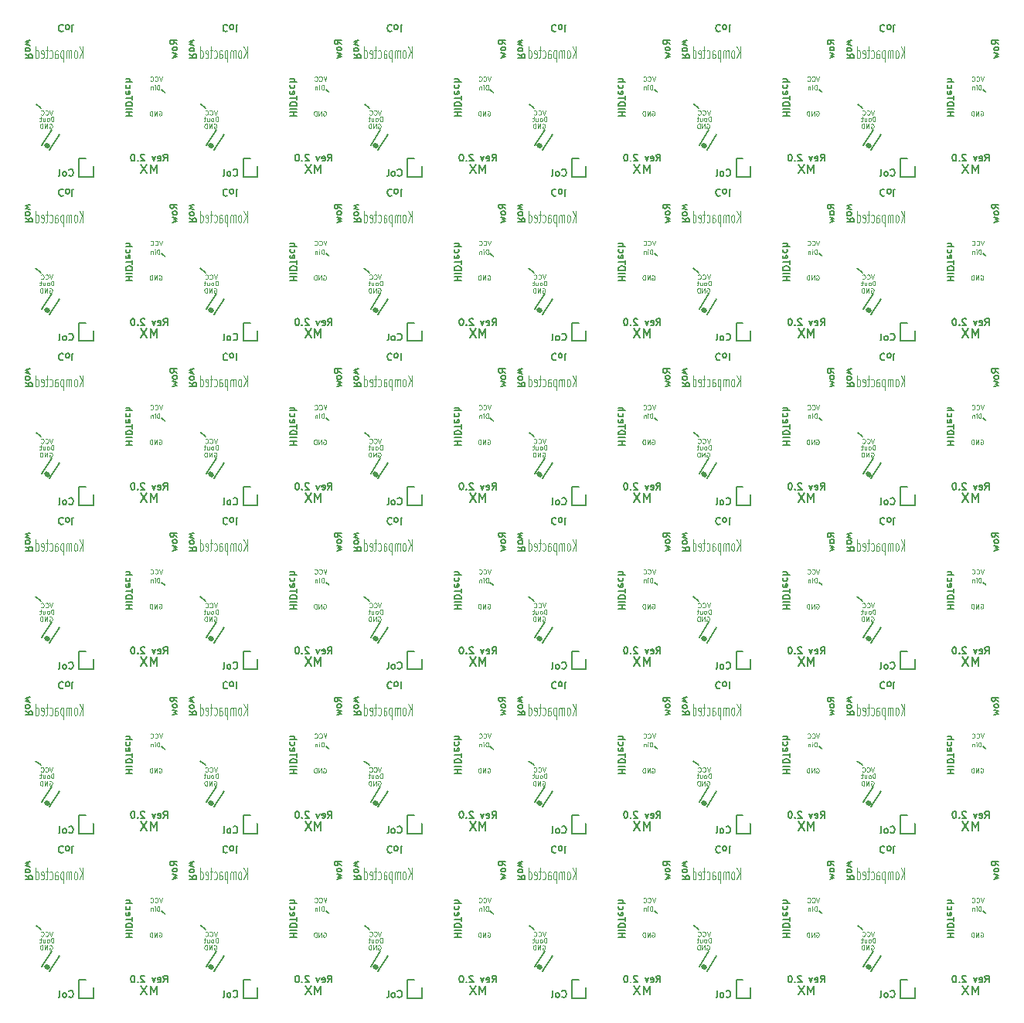
<source format=gbo>
G04 #@! TF.GenerationSoftware,KiCad,Pcbnew,(5.1.5-0-10_14)*
G04 #@! TF.CreationDate,2020-05-05T10:05:08-04:00*
G04 #@! TF.ProjectId,plate,706c6174-652e-46b6-9963-61645f706362,1*
G04 #@! TF.SameCoordinates,Original*
G04 #@! TF.FileFunction,Legend,Bot*
G04 #@! TF.FilePolarity,Positive*
%FSLAX46Y46*%
G04 Gerber Fmt 4.6, Leading zero omitted, Abs format (unit mm)*
G04 Created by KiCad (PCBNEW (5.1.5-0-10_14)) date 2020-05-05 10:05:08*
%MOMM*%
%LPD*%
G04 APERTURE LIST*
%ADD10C,0.150000*%
%ADD11C,0.125000*%
%ADD12C,0.187500*%
%ADD13C,0.500000*%
%ADD14C,0.100000*%
%ADD15C,1.600000*%
%ADD16R,1.600000X1.600000*%
%ADD17C,3.000000*%
%ADD18C,3.429000*%
%ADD19C,1.701800*%
%ADD20C,2.000000*%
%ADD21C,4.000000*%
%ADD22R,2.550000X2.500000*%
%ADD23R,1.000000X1.500000*%
G04 APERTURE END LIST*
D10*
X90245000Y-134165000D02*
X91795000Y-134165000D01*
X91795000Y-134165000D02*
X91795000Y-133015000D01*
X90995000Y-132165000D02*
X90245000Y-132165000D01*
X90245000Y-132165000D02*
X90245000Y-134165000D01*
X108245000Y-134165000D02*
X109795000Y-134165000D01*
X109795000Y-134165000D02*
X109795000Y-133015000D01*
X108995000Y-132165000D02*
X108245000Y-132165000D01*
X108245000Y-132165000D02*
X108245000Y-134165000D01*
X90245000Y-152165000D02*
X91795000Y-152165000D01*
X91795000Y-152165000D02*
X91795000Y-151015000D01*
X90995000Y-150165000D02*
X90245000Y-150165000D01*
X90245000Y-150165000D02*
X90245000Y-152165000D01*
X108245000Y-152165000D02*
X109795000Y-152165000D01*
X109795000Y-152165000D02*
X109795000Y-151015000D01*
X108995000Y-150165000D02*
X108245000Y-150165000D01*
X108245000Y-150165000D02*
X108245000Y-152165000D01*
X162245000Y-152165000D02*
X163795000Y-152165000D01*
X163795000Y-152165000D02*
X163795000Y-151015000D01*
X180995000Y-150165000D02*
X180245000Y-150165000D01*
X180245000Y-150165000D02*
X180245000Y-152165000D01*
X162995000Y-150165000D02*
X162245000Y-150165000D01*
X162245000Y-150165000D02*
X162245000Y-152165000D01*
X180245000Y-152165000D02*
X181795000Y-152165000D01*
X181795000Y-152165000D02*
X181795000Y-151015000D01*
X126995000Y-150165000D02*
X126245000Y-150165000D01*
X126245000Y-150165000D02*
X126245000Y-152165000D01*
X144245000Y-152165000D02*
X145795000Y-152165000D01*
X145795000Y-152165000D02*
X145795000Y-151015000D01*
X144995000Y-150165000D02*
X144245000Y-150165000D01*
X144245000Y-150165000D02*
X144245000Y-152165000D01*
X126245000Y-152165000D02*
X127795000Y-152165000D01*
X127795000Y-152165000D02*
X127795000Y-151015000D01*
X162245000Y-134165000D02*
X163795000Y-134165000D01*
X163795000Y-134165000D02*
X163795000Y-133015000D01*
X180995000Y-132165000D02*
X180245000Y-132165000D01*
X180245000Y-132165000D02*
X180245000Y-134165000D01*
X162995000Y-132165000D02*
X162245000Y-132165000D01*
X162245000Y-132165000D02*
X162245000Y-134165000D01*
X180245000Y-134165000D02*
X181795000Y-134165000D01*
X181795000Y-134165000D02*
X181795000Y-133015000D01*
X126995000Y-132165000D02*
X126245000Y-132165000D01*
X126245000Y-132165000D02*
X126245000Y-134165000D01*
X144245000Y-134165000D02*
X145795000Y-134165000D01*
X145795000Y-134165000D02*
X145795000Y-133015000D01*
X144995000Y-132165000D02*
X144245000Y-132165000D01*
X144245000Y-132165000D02*
X144245000Y-134165000D01*
X126245000Y-134165000D02*
X127795000Y-134165000D01*
X127795000Y-134165000D02*
X127795000Y-133015000D01*
X170754523Y-133817380D02*
X170754523Y-132817380D01*
X170421190Y-133531666D01*
X170087857Y-132817380D01*
X170087857Y-133817380D01*
X169706904Y-132817380D02*
X169040238Y-133817380D01*
X169040238Y-132817380D02*
X169706904Y-133817380D01*
D11*
X189361666Y-123191190D02*
X189195000Y-123691190D01*
X189028333Y-123191190D01*
X188575952Y-123643571D02*
X188599761Y-123667380D01*
X188671190Y-123691190D01*
X188718809Y-123691190D01*
X188790238Y-123667380D01*
X188837857Y-123619761D01*
X188861666Y-123572142D01*
X188885476Y-123476904D01*
X188885476Y-123405476D01*
X188861666Y-123310238D01*
X188837857Y-123262619D01*
X188790238Y-123215000D01*
X188718809Y-123191190D01*
X188671190Y-123191190D01*
X188599761Y-123215000D01*
X188575952Y-123238809D01*
X188075952Y-123643571D02*
X188099761Y-123667380D01*
X188171190Y-123691190D01*
X188218809Y-123691190D01*
X188290238Y-123667380D01*
X188337857Y-123619761D01*
X188361666Y-123572142D01*
X188385476Y-123476904D01*
X188385476Y-123405476D01*
X188361666Y-123310238D01*
X188337857Y-123262619D01*
X188290238Y-123215000D01*
X188218809Y-123191190D01*
X188171190Y-123191190D01*
X188099761Y-123215000D01*
X188075952Y-123238809D01*
X99071190Y-124641190D02*
X99071190Y-124141190D01*
X98952142Y-124141190D01*
X98880714Y-124165000D01*
X98833095Y-124212619D01*
X98809285Y-124260238D01*
X98785476Y-124355476D01*
X98785476Y-124426904D01*
X98809285Y-124522142D01*
X98833095Y-124569761D01*
X98880714Y-124617380D01*
X98952142Y-124641190D01*
X99071190Y-124641190D01*
X98571190Y-124641190D02*
X98571190Y-124307857D01*
X98571190Y-124141190D02*
X98595000Y-124165000D01*
X98571190Y-124188809D01*
X98547380Y-124165000D01*
X98571190Y-124141190D01*
X98571190Y-124188809D01*
X98333095Y-124307857D02*
X98333095Y-124641190D01*
X98333095Y-124355476D02*
X98309285Y-124331666D01*
X98261666Y-124307857D01*
X98190238Y-124307857D01*
X98142619Y-124331666D01*
X98118809Y-124379285D01*
X98118809Y-124641190D01*
X87025952Y-128415000D02*
X87073571Y-128391190D01*
X87145000Y-128391190D01*
X87216428Y-128415000D01*
X87264047Y-128462619D01*
X87287857Y-128510238D01*
X87311666Y-128605476D01*
X87311666Y-128676904D01*
X87287857Y-128772142D01*
X87264047Y-128819761D01*
X87216428Y-128867380D01*
X87145000Y-128891190D01*
X87097380Y-128891190D01*
X87025952Y-128867380D01*
X87002142Y-128843571D01*
X87002142Y-128676904D01*
X87097380Y-128676904D01*
X86787857Y-128891190D02*
X86787857Y-128391190D01*
X86502142Y-128891190D01*
X86502142Y-128391190D01*
X86264047Y-128891190D02*
X86264047Y-128391190D01*
X86145000Y-128391190D01*
X86073571Y-128415000D01*
X86025952Y-128462619D01*
X86002142Y-128510238D01*
X85978333Y-128605476D01*
X85978333Y-128676904D01*
X86002142Y-128772142D01*
X86025952Y-128819761D01*
X86073571Y-128867380D01*
X86145000Y-128891190D01*
X86264047Y-128891190D01*
X87471190Y-128091190D02*
X87471190Y-127591190D01*
X87352142Y-127591190D01*
X87280714Y-127615000D01*
X87233095Y-127662619D01*
X87209285Y-127710238D01*
X87185476Y-127805476D01*
X87185476Y-127876904D01*
X87209285Y-127972142D01*
X87233095Y-128019761D01*
X87280714Y-128067380D01*
X87352142Y-128091190D01*
X87471190Y-128091190D01*
X86899761Y-128091190D02*
X86947380Y-128067380D01*
X86971190Y-128043571D01*
X86995000Y-127995952D01*
X86995000Y-127853095D01*
X86971190Y-127805476D01*
X86947380Y-127781666D01*
X86899761Y-127757857D01*
X86828333Y-127757857D01*
X86780714Y-127781666D01*
X86756904Y-127805476D01*
X86733095Y-127853095D01*
X86733095Y-127995952D01*
X86756904Y-128043571D01*
X86780714Y-128067380D01*
X86828333Y-128091190D01*
X86899761Y-128091190D01*
X86304523Y-127757857D02*
X86304523Y-128091190D01*
X86518809Y-127757857D02*
X86518809Y-128019761D01*
X86495000Y-128067380D01*
X86447380Y-128091190D01*
X86375952Y-128091190D01*
X86328333Y-128067380D01*
X86304523Y-128043571D01*
X86137857Y-127757857D02*
X85947380Y-127757857D01*
X86066428Y-127591190D02*
X86066428Y-128019761D01*
X86042619Y-128067380D01*
X85995000Y-128091190D01*
X85947380Y-128091190D01*
D10*
X86090913Y-126664588D02*
X85507260Y-126174845D01*
D12*
X143148571Y-134032857D02*
X143184285Y-134068571D01*
X143291428Y-134104285D01*
X143362857Y-134104285D01*
X143470000Y-134068571D01*
X143541428Y-133997142D01*
X143577142Y-133925714D01*
X143612857Y-133782857D01*
X143612857Y-133675714D01*
X143577142Y-133532857D01*
X143541428Y-133461428D01*
X143470000Y-133390000D01*
X143362857Y-133354285D01*
X143291428Y-133354285D01*
X143184285Y-133390000D01*
X143148571Y-133425714D01*
X142720000Y-134104285D02*
X142791428Y-134068571D01*
X142827142Y-134032857D01*
X142862857Y-133961428D01*
X142862857Y-133747142D01*
X142827142Y-133675714D01*
X142791428Y-133640000D01*
X142720000Y-133604285D01*
X142612857Y-133604285D01*
X142541428Y-133640000D01*
X142505714Y-133675714D01*
X142470000Y-133747142D01*
X142470000Y-133961428D01*
X142505714Y-134032857D01*
X142541428Y-134068571D01*
X142612857Y-134104285D01*
X142720000Y-134104285D01*
X142041428Y-134104285D02*
X142112857Y-134068571D01*
X142148571Y-133997142D01*
X142148571Y-133354285D01*
D11*
X87361666Y-126891190D02*
X87195000Y-127391190D01*
X87028333Y-126891190D01*
X86575952Y-127343571D02*
X86599761Y-127367380D01*
X86671190Y-127391190D01*
X86718809Y-127391190D01*
X86790238Y-127367380D01*
X86837857Y-127319761D01*
X86861666Y-127272142D01*
X86885476Y-127176904D01*
X86885476Y-127105476D01*
X86861666Y-127010238D01*
X86837857Y-126962619D01*
X86790238Y-126915000D01*
X86718809Y-126891190D01*
X86671190Y-126891190D01*
X86599761Y-126915000D01*
X86575952Y-126938809D01*
X86075952Y-127343571D02*
X86099761Y-127367380D01*
X86171190Y-127391190D01*
X86218809Y-127391190D01*
X86290238Y-127367380D01*
X86337857Y-127319761D01*
X86361666Y-127272142D01*
X86385476Y-127176904D01*
X86385476Y-127105476D01*
X86361666Y-127010238D01*
X86337857Y-126962619D01*
X86290238Y-126915000D01*
X86218809Y-126891190D01*
X86171190Y-126891190D01*
X86099761Y-126915000D01*
X86075952Y-126938809D01*
D12*
X124491428Y-117597142D02*
X124455714Y-117561428D01*
X124348571Y-117525714D01*
X124277142Y-117525714D01*
X124170000Y-117561428D01*
X124098571Y-117632857D01*
X124062857Y-117704285D01*
X124027142Y-117847142D01*
X124027142Y-117954285D01*
X124062857Y-118097142D01*
X124098571Y-118168571D01*
X124170000Y-118240000D01*
X124277142Y-118275714D01*
X124348571Y-118275714D01*
X124455714Y-118240000D01*
X124491428Y-118204285D01*
X124920000Y-117525714D02*
X124848571Y-117561428D01*
X124812857Y-117597142D01*
X124777142Y-117668571D01*
X124777142Y-117882857D01*
X124812857Y-117954285D01*
X124848571Y-117990000D01*
X124920000Y-118025714D01*
X125027142Y-118025714D01*
X125098571Y-117990000D01*
X125134285Y-117954285D01*
X125170000Y-117882857D01*
X125170000Y-117668571D01*
X125134285Y-117597142D01*
X125098571Y-117561428D01*
X125027142Y-117525714D01*
X124920000Y-117525714D01*
X125598571Y-117525714D02*
X125527142Y-117561428D01*
X125491428Y-117632857D01*
X125491428Y-118275714D01*
D10*
X135890913Y-125114588D02*
X135307260Y-124624845D01*
X131355714Y-127550714D02*
X132105714Y-127550714D01*
X131748571Y-127550714D02*
X131748571Y-127122142D01*
X131355714Y-127122142D02*
X132105714Y-127122142D01*
X131355714Y-126765000D02*
X132105714Y-126765000D01*
X131355714Y-126407857D02*
X132105714Y-126407857D01*
X132105714Y-126229285D01*
X132070000Y-126122142D01*
X131998571Y-126050714D01*
X131927142Y-126015000D01*
X131784285Y-125979285D01*
X131677142Y-125979285D01*
X131534285Y-126015000D01*
X131462857Y-126050714D01*
X131391428Y-126122142D01*
X131355714Y-126229285D01*
X131355714Y-126407857D01*
X132105714Y-125765000D02*
X132105714Y-125336428D01*
X131355714Y-125550714D02*
X132105714Y-125550714D01*
X131391428Y-124800714D02*
X131355714Y-124872142D01*
X131355714Y-125015000D01*
X131391428Y-125086428D01*
X131462857Y-125122142D01*
X131748571Y-125122142D01*
X131820000Y-125086428D01*
X131855714Y-125015000D01*
X131855714Y-124872142D01*
X131820000Y-124800714D01*
X131748571Y-124765000D01*
X131677142Y-124765000D01*
X131605714Y-125122142D01*
X131391428Y-124122142D02*
X131355714Y-124193571D01*
X131355714Y-124336428D01*
X131391428Y-124407857D01*
X131427142Y-124443571D01*
X131498571Y-124479285D01*
X131712857Y-124479285D01*
X131784285Y-124443571D01*
X131820000Y-124407857D01*
X131855714Y-124336428D01*
X131855714Y-124193571D01*
X131820000Y-124122142D01*
X131355714Y-123800714D02*
X132105714Y-123800714D01*
X131355714Y-123479285D02*
X131748571Y-123479285D01*
X131820000Y-123515000D01*
X131855714Y-123586428D01*
X131855714Y-123693571D01*
X131820000Y-123765000D01*
X131784285Y-123800714D01*
D12*
X136984285Y-119665000D02*
X136627142Y-119415000D01*
X136984285Y-119236428D02*
X136234285Y-119236428D01*
X136234285Y-119522142D01*
X136270000Y-119593571D01*
X136305714Y-119629285D01*
X136377142Y-119665000D01*
X136484285Y-119665000D01*
X136555714Y-119629285D01*
X136591428Y-119593571D01*
X136627142Y-119522142D01*
X136627142Y-119236428D01*
X136984285Y-120093571D02*
X136948571Y-120022142D01*
X136912857Y-119986428D01*
X136841428Y-119950714D01*
X136627142Y-119950714D01*
X136555714Y-119986428D01*
X136520000Y-120022142D01*
X136484285Y-120093571D01*
X136484285Y-120200714D01*
X136520000Y-120272142D01*
X136555714Y-120307857D01*
X136627142Y-120343571D01*
X136841428Y-120343571D01*
X136912857Y-120307857D01*
X136948571Y-120272142D01*
X136984285Y-120200714D01*
X136984285Y-120093571D01*
X136484285Y-120593571D02*
X136984285Y-120736428D01*
X136627142Y-120879285D01*
X136984285Y-121022142D01*
X136484285Y-121165000D01*
D11*
X135361666Y-123191190D02*
X135195000Y-123691190D01*
X135028333Y-123191190D01*
X134575952Y-123643571D02*
X134599761Y-123667380D01*
X134671190Y-123691190D01*
X134718809Y-123691190D01*
X134790238Y-123667380D01*
X134837857Y-123619761D01*
X134861666Y-123572142D01*
X134885476Y-123476904D01*
X134885476Y-123405476D01*
X134861666Y-123310238D01*
X134837857Y-123262619D01*
X134790238Y-123215000D01*
X134718809Y-123191190D01*
X134671190Y-123191190D01*
X134599761Y-123215000D01*
X134575952Y-123238809D01*
X134075952Y-123643571D02*
X134099761Y-123667380D01*
X134171190Y-123691190D01*
X134218809Y-123691190D01*
X134290238Y-123667380D01*
X134337857Y-123619761D01*
X134361666Y-123572142D01*
X134385476Y-123476904D01*
X134385476Y-123405476D01*
X134361666Y-123310238D01*
X134337857Y-123262619D01*
X134290238Y-123215000D01*
X134218809Y-123191190D01*
X134171190Y-123191190D01*
X134099761Y-123215000D01*
X134075952Y-123238809D01*
D10*
X135495971Y-132454285D02*
X135745971Y-132097142D01*
X135924542Y-132454285D02*
X135924542Y-131704285D01*
X135638828Y-131704285D01*
X135567400Y-131740000D01*
X135531685Y-131775714D01*
X135495971Y-131847142D01*
X135495971Y-131954285D01*
X135531685Y-132025714D01*
X135567400Y-132061428D01*
X135638828Y-132097142D01*
X135924542Y-132097142D01*
X134888828Y-132418571D02*
X134960257Y-132454285D01*
X135103114Y-132454285D01*
X135174542Y-132418571D01*
X135210257Y-132347142D01*
X135210257Y-132061428D01*
X135174542Y-131990000D01*
X135103114Y-131954285D01*
X134960257Y-131954285D01*
X134888828Y-131990000D01*
X134853114Y-132061428D01*
X134853114Y-132132857D01*
X135210257Y-132204285D01*
X134603114Y-131954285D02*
X134424542Y-132454285D01*
X134245971Y-131954285D01*
X133424542Y-131775714D02*
X133388828Y-131740000D01*
X133317400Y-131704285D01*
X133138828Y-131704285D01*
X133067400Y-131740000D01*
X133031685Y-131775714D01*
X132995971Y-131847142D01*
X132995971Y-131918571D01*
X133031685Y-132025714D01*
X133460257Y-132454285D01*
X132995971Y-132454285D01*
X132674542Y-132382857D02*
X132638828Y-132418571D01*
X132674542Y-132454285D01*
X132710257Y-132418571D01*
X132674542Y-132382857D01*
X132674542Y-132454285D01*
X132174542Y-131704285D02*
X132103114Y-131704285D01*
X132031685Y-131740000D01*
X131995971Y-131775714D01*
X131960257Y-131847142D01*
X131924542Y-131990000D01*
X131924542Y-132168571D01*
X131960257Y-132311428D01*
X131995971Y-132382857D01*
X132031685Y-132418571D01*
X132103114Y-132454285D01*
X132174542Y-132454285D01*
X132245971Y-132418571D01*
X132281685Y-132382857D01*
X132317400Y-132311428D01*
X132353114Y-132168571D01*
X132353114Y-131990000D01*
X132317400Y-131847142D01*
X132281685Y-131775714D01*
X132245971Y-131740000D01*
X132174542Y-131704285D01*
D12*
X120355714Y-120715000D02*
X120712857Y-120965000D01*
X120355714Y-121143571D02*
X121105714Y-121143571D01*
X121105714Y-120857857D01*
X121070000Y-120786428D01*
X121034285Y-120750714D01*
X120962857Y-120715000D01*
X120855714Y-120715000D01*
X120784285Y-120750714D01*
X120748571Y-120786428D01*
X120712857Y-120857857D01*
X120712857Y-121143571D01*
X120355714Y-120286428D02*
X120391428Y-120357857D01*
X120427142Y-120393571D01*
X120498571Y-120429285D01*
X120712857Y-120429285D01*
X120784285Y-120393571D01*
X120820000Y-120357857D01*
X120855714Y-120286428D01*
X120855714Y-120179285D01*
X120820000Y-120107857D01*
X120784285Y-120072142D01*
X120712857Y-120036428D01*
X120498571Y-120036428D01*
X120427142Y-120072142D01*
X120391428Y-120107857D01*
X120355714Y-120179285D01*
X120355714Y-120286428D01*
X120855714Y-119786428D02*
X120355714Y-119643571D01*
X120712857Y-119500714D01*
X120355714Y-119357857D01*
X120855714Y-119215000D01*
D11*
X126682042Y-121180476D02*
X126682042Y-119930476D01*
X126301128Y-121180476D02*
X126586814Y-120466190D01*
X126301128Y-119930476D02*
X126682042Y-120644761D01*
X125920214Y-121180476D02*
X125983700Y-121120952D01*
X126015442Y-121061428D01*
X126047185Y-120942380D01*
X126047185Y-120585238D01*
X126015442Y-120466190D01*
X125983700Y-120406666D01*
X125920214Y-120347142D01*
X125824985Y-120347142D01*
X125761500Y-120406666D01*
X125729757Y-120466190D01*
X125698014Y-120585238D01*
X125698014Y-120942380D01*
X125729757Y-121061428D01*
X125761500Y-121120952D01*
X125824985Y-121180476D01*
X125920214Y-121180476D01*
X125412328Y-121180476D02*
X125412328Y-120347142D01*
X125412328Y-120466190D02*
X125380585Y-120406666D01*
X125317100Y-120347142D01*
X125221871Y-120347142D01*
X125158385Y-120406666D01*
X125126642Y-120525714D01*
X125126642Y-121180476D01*
X125126642Y-120525714D02*
X125094900Y-120406666D01*
X125031414Y-120347142D01*
X124936185Y-120347142D01*
X124872700Y-120406666D01*
X124840957Y-120525714D01*
X124840957Y-121180476D01*
X124523528Y-120347142D02*
X124523528Y-121597142D01*
X124523528Y-120406666D02*
X124460042Y-120347142D01*
X124333071Y-120347142D01*
X124269585Y-120406666D01*
X124237842Y-120466190D01*
X124206100Y-120585238D01*
X124206100Y-120942380D01*
X124237842Y-121061428D01*
X124269585Y-121120952D01*
X124333071Y-121180476D01*
X124460042Y-121180476D01*
X124523528Y-121120952D01*
X123634728Y-121180476D02*
X123634728Y-120525714D01*
X123666471Y-120406666D01*
X123729957Y-120347142D01*
X123856928Y-120347142D01*
X123920414Y-120406666D01*
X123634728Y-121120952D02*
X123698214Y-121180476D01*
X123856928Y-121180476D01*
X123920414Y-121120952D01*
X123952157Y-121001904D01*
X123952157Y-120882857D01*
X123920414Y-120763809D01*
X123856928Y-120704285D01*
X123698214Y-120704285D01*
X123634728Y-120644761D01*
X123031614Y-121120952D02*
X123095100Y-121180476D01*
X123222071Y-121180476D01*
X123285557Y-121120952D01*
X123317300Y-121061428D01*
X123349042Y-120942380D01*
X123349042Y-120585238D01*
X123317300Y-120466190D01*
X123285557Y-120406666D01*
X123222071Y-120347142D01*
X123095100Y-120347142D01*
X123031614Y-120406666D01*
X122841157Y-120347142D02*
X122587214Y-120347142D01*
X122745928Y-119930476D02*
X122745928Y-121001904D01*
X122714185Y-121120952D01*
X122650700Y-121180476D01*
X122587214Y-121180476D01*
X122111071Y-121120952D02*
X122174557Y-121180476D01*
X122301528Y-121180476D01*
X122365014Y-121120952D01*
X122396757Y-121001904D01*
X122396757Y-120525714D01*
X122365014Y-120406666D01*
X122301528Y-120347142D01*
X122174557Y-120347142D01*
X122111071Y-120406666D01*
X122079328Y-120525714D01*
X122079328Y-120644761D01*
X122396757Y-120763809D01*
X121507957Y-121180476D02*
X121507957Y-119930476D01*
X121507957Y-121120952D02*
X121571442Y-121180476D01*
X121698414Y-121180476D01*
X121761900Y-121120952D01*
X121793642Y-121061428D01*
X121825385Y-120942380D01*
X121825385Y-120585238D01*
X121793642Y-120466190D01*
X121761900Y-120406666D01*
X121698414Y-120347142D01*
X121571442Y-120347142D01*
X121507957Y-120406666D01*
D10*
X153495971Y-132454285D02*
X153745971Y-132097142D01*
X153924542Y-132454285D02*
X153924542Y-131704285D01*
X153638828Y-131704285D01*
X153567400Y-131740000D01*
X153531685Y-131775714D01*
X153495971Y-131847142D01*
X153495971Y-131954285D01*
X153531685Y-132025714D01*
X153567400Y-132061428D01*
X153638828Y-132097142D01*
X153924542Y-132097142D01*
X152888828Y-132418571D02*
X152960257Y-132454285D01*
X153103114Y-132454285D01*
X153174542Y-132418571D01*
X153210257Y-132347142D01*
X153210257Y-132061428D01*
X153174542Y-131990000D01*
X153103114Y-131954285D01*
X152960257Y-131954285D01*
X152888828Y-131990000D01*
X152853114Y-132061428D01*
X152853114Y-132132857D01*
X153210257Y-132204285D01*
X152603114Y-131954285D02*
X152424542Y-132454285D01*
X152245971Y-131954285D01*
X151424542Y-131775714D02*
X151388828Y-131740000D01*
X151317400Y-131704285D01*
X151138828Y-131704285D01*
X151067400Y-131740000D01*
X151031685Y-131775714D01*
X150995971Y-131847142D01*
X150995971Y-131918571D01*
X151031685Y-132025714D01*
X151460257Y-132454285D01*
X150995971Y-132454285D01*
X150674542Y-132382857D02*
X150638828Y-132418571D01*
X150674542Y-132454285D01*
X150710257Y-132418571D01*
X150674542Y-132382857D01*
X150674542Y-132454285D01*
X150174542Y-131704285D02*
X150103114Y-131704285D01*
X150031685Y-131740000D01*
X149995971Y-131775714D01*
X149960257Y-131847142D01*
X149924542Y-131990000D01*
X149924542Y-132168571D01*
X149960257Y-132311428D01*
X149995971Y-132382857D01*
X150031685Y-132418571D01*
X150103114Y-132454285D01*
X150174542Y-132454285D01*
X150245971Y-132418571D01*
X150281685Y-132382857D01*
X150317400Y-132311428D01*
X150353114Y-132168571D01*
X150353114Y-131990000D01*
X150317400Y-131847142D01*
X150281685Y-131775714D01*
X150245971Y-131740000D01*
X150174542Y-131704285D01*
D12*
X125148571Y-134032857D02*
X125184285Y-134068571D01*
X125291428Y-134104285D01*
X125362857Y-134104285D01*
X125470000Y-134068571D01*
X125541428Y-133997142D01*
X125577142Y-133925714D01*
X125612857Y-133782857D01*
X125612857Y-133675714D01*
X125577142Y-133532857D01*
X125541428Y-133461428D01*
X125470000Y-133390000D01*
X125362857Y-133354285D01*
X125291428Y-133354285D01*
X125184285Y-133390000D01*
X125148571Y-133425714D01*
X124720000Y-134104285D02*
X124791428Y-134068571D01*
X124827142Y-134032857D01*
X124862857Y-133961428D01*
X124862857Y-133747142D01*
X124827142Y-133675714D01*
X124791428Y-133640000D01*
X124720000Y-133604285D01*
X124612857Y-133604285D01*
X124541428Y-133640000D01*
X124505714Y-133675714D01*
X124470000Y-133747142D01*
X124470000Y-133961428D01*
X124505714Y-134032857D01*
X124541428Y-134068571D01*
X124612857Y-134104285D01*
X124720000Y-134104285D01*
X124041428Y-134104285D02*
X124112857Y-134068571D01*
X124148571Y-133997142D01*
X124148571Y-133354285D01*
D11*
X135025952Y-127015000D02*
X135073571Y-126991190D01*
X135145000Y-126991190D01*
X135216428Y-127015000D01*
X135264047Y-127062619D01*
X135287857Y-127110238D01*
X135311666Y-127205476D01*
X135311666Y-127276904D01*
X135287857Y-127372142D01*
X135264047Y-127419761D01*
X135216428Y-127467380D01*
X135145000Y-127491190D01*
X135097380Y-127491190D01*
X135025952Y-127467380D01*
X135002142Y-127443571D01*
X135002142Y-127276904D01*
X135097380Y-127276904D01*
X134787857Y-127491190D02*
X134787857Y-126991190D01*
X134502142Y-127491190D01*
X134502142Y-126991190D01*
X134264047Y-127491190D02*
X134264047Y-126991190D01*
X134145000Y-126991190D01*
X134073571Y-127015000D01*
X134025952Y-127062619D01*
X134002142Y-127110238D01*
X133978333Y-127205476D01*
X133978333Y-127276904D01*
X134002142Y-127372142D01*
X134025952Y-127419761D01*
X134073571Y-127467380D01*
X134145000Y-127491190D01*
X134264047Y-127491190D01*
X141025952Y-128415000D02*
X141073571Y-128391190D01*
X141145000Y-128391190D01*
X141216428Y-128415000D01*
X141264047Y-128462619D01*
X141287857Y-128510238D01*
X141311666Y-128605476D01*
X141311666Y-128676904D01*
X141287857Y-128772142D01*
X141264047Y-128819761D01*
X141216428Y-128867380D01*
X141145000Y-128891190D01*
X141097380Y-128891190D01*
X141025952Y-128867380D01*
X141002142Y-128843571D01*
X141002142Y-128676904D01*
X141097380Y-128676904D01*
X140787857Y-128891190D02*
X140787857Y-128391190D01*
X140502142Y-128891190D01*
X140502142Y-128391190D01*
X140264047Y-128891190D02*
X140264047Y-128391190D01*
X140145000Y-128391190D01*
X140073571Y-128415000D01*
X140025952Y-128462619D01*
X140002142Y-128510238D01*
X139978333Y-128605476D01*
X139978333Y-128676904D01*
X140002142Y-128772142D01*
X140025952Y-128819761D01*
X140073571Y-128867380D01*
X140145000Y-128891190D01*
X140264047Y-128891190D01*
X153071190Y-124641190D02*
X153071190Y-124141190D01*
X152952142Y-124141190D01*
X152880714Y-124165000D01*
X152833095Y-124212619D01*
X152809285Y-124260238D01*
X152785476Y-124355476D01*
X152785476Y-124426904D01*
X152809285Y-124522142D01*
X152833095Y-124569761D01*
X152880714Y-124617380D01*
X152952142Y-124641190D01*
X153071190Y-124641190D01*
X152571190Y-124641190D02*
X152571190Y-124307857D01*
X152571190Y-124141190D02*
X152595000Y-124165000D01*
X152571190Y-124188809D01*
X152547380Y-124165000D01*
X152571190Y-124141190D01*
X152571190Y-124188809D01*
X152333095Y-124307857D02*
X152333095Y-124641190D01*
X152333095Y-124355476D02*
X152309285Y-124331666D01*
X152261666Y-124307857D01*
X152190238Y-124307857D01*
X152142619Y-124331666D01*
X152118809Y-124379285D01*
X152118809Y-124641190D01*
D12*
X142491428Y-117597142D02*
X142455714Y-117561428D01*
X142348571Y-117525714D01*
X142277142Y-117525714D01*
X142170000Y-117561428D01*
X142098571Y-117632857D01*
X142062857Y-117704285D01*
X142027142Y-117847142D01*
X142027142Y-117954285D01*
X142062857Y-118097142D01*
X142098571Y-118168571D01*
X142170000Y-118240000D01*
X142277142Y-118275714D01*
X142348571Y-118275714D01*
X142455714Y-118240000D01*
X142491428Y-118204285D01*
X142920000Y-117525714D02*
X142848571Y-117561428D01*
X142812857Y-117597142D01*
X142777142Y-117668571D01*
X142777142Y-117882857D01*
X142812857Y-117954285D01*
X142848571Y-117990000D01*
X142920000Y-118025714D01*
X143027142Y-118025714D01*
X143098571Y-117990000D01*
X143134285Y-117954285D01*
X143170000Y-117882857D01*
X143170000Y-117668571D01*
X143134285Y-117597142D01*
X143098571Y-117561428D01*
X143027142Y-117525714D01*
X142920000Y-117525714D01*
X143598571Y-117525714D02*
X143527142Y-117561428D01*
X143491428Y-117632857D01*
X143491428Y-118275714D01*
X138355714Y-120715000D02*
X138712857Y-120965000D01*
X138355714Y-121143571D02*
X139105714Y-121143571D01*
X139105714Y-120857857D01*
X139070000Y-120786428D01*
X139034285Y-120750714D01*
X138962857Y-120715000D01*
X138855714Y-120715000D01*
X138784285Y-120750714D01*
X138748571Y-120786428D01*
X138712857Y-120857857D01*
X138712857Y-121143571D01*
X138355714Y-120286428D02*
X138391428Y-120357857D01*
X138427142Y-120393571D01*
X138498571Y-120429285D01*
X138712857Y-120429285D01*
X138784285Y-120393571D01*
X138820000Y-120357857D01*
X138855714Y-120286428D01*
X138855714Y-120179285D01*
X138820000Y-120107857D01*
X138784285Y-120072142D01*
X138712857Y-120036428D01*
X138498571Y-120036428D01*
X138427142Y-120072142D01*
X138391428Y-120107857D01*
X138355714Y-120179285D01*
X138355714Y-120286428D01*
X138855714Y-119786428D02*
X138355714Y-119643571D01*
X138712857Y-119500714D01*
X138355714Y-119357857D01*
X138855714Y-119215000D01*
D11*
X141471190Y-128091190D02*
X141471190Y-127591190D01*
X141352142Y-127591190D01*
X141280714Y-127615000D01*
X141233095Y-127662619D01*
X141209285Y-127710238D01*
X141185476Y-127805476D01*
X141185476Y-127876904D01*
X141209285Y-127972142D01*
X141233095Y-128019761D01*
X141280714Y-128067380D01*
X141352142Y-128091190D01*
X141471190Y-128091190D01*
X140899761Y-128091190D02*
X140947380Y-128067380D01*
X140971190Y-128043571D01*
X140995000Y-127995952D01*
X140995000Y-127853095D01*
X140971190Y-127805476D01*
X140947380Y-127781666D01*
X140899761Y-127757857D01*
X140828333Y-127757857D01*
X140780714Y-127781666D01*
X140756904Y-127805476D01*
X140733095Y-127853095D01*
X140733095Y-127995952D01*
X140756904Y-128043571D01*
X140780714Y-128067380D01*
X140828333Y-128091190D01*
X140899761Y-128091190D01*
X140304523Y-127757857D02*
X140304523Y-128091190D01*
X140518809Y-127757857D02*
X140518809Y-128019761D01*
X140495000Y-128067380D01*
X140447380Y-128091190D01*
X140375952Y-128091190D01*
X140328333Y-128067380D01*
X140304523Y-128043571D01*
X140137857Y-127757857D02*
X139947380Y-127757857D01*
X140066428Y-127591190D02*
X140066428Y-128019761D01*
X140042619Y-128067380D01*
X139995000Y-128091190D01*
X139947380Y-128091190D01*
D12*
X154984285Y-119665000D02*
X154627142Y-119415000D01*
X154984285Y-119236428D02*
X154234285Y-119236428D01*
X154234285Y-119522142D01*
X154270000Y-119593571D01*
X154305714Y-119629285D01*
X154377142Y-119665000D01*
X154484285Y-119665000D01*
X154555714Y-119629285D01*
X154591428Y-119593571D01*
X154627142Y-119522142D01*
X154627142Y-119236428D01*
X154984285Y-120093571D02*
X154948571Y-120022142D01*
X154912857Y-119986428D01*
X154841428Y-119950714D01*
X154627142Y-119950714D01*
X154555714Y-119986428D01*
X154520000Y-120022142D01*
X154484285Y-120093571D01*
X154484285Y-120200714D01*
X154520000Y-120272142D01*
X154555714Y-120307857D01*
X154627142Y-120343571D01*
X154841428Y-120343571D01*
X154912857Y-120307857D01*
X154948571Y-120272142D01*
X154984285Y-120200714D01*
X154984285Y-120093571D01*
X154484285Y-120593571D02*
X154984285Y-120736428D01*
X154627142Y-120879285D01*
X154984285Y-121022142D01*
X154484285Y-121165000D01*
D11*
X141361666Y-126891190D02*
X141195000Y-127391190D01*
X141028333Y-126891190D01*
X140575952Y-127343571D02*
X140599761Y-127367380D01*
X140671190Y-127391190D01*
X140718809Y-127391190D01*
X140790238Y-127367380D01*
X140837857Y-127319761D01*
X140861666Y-127272142D01*
X140885476Y-127176904D01*
X140885476Y-127105476D01*
X140861666Y-127010238D01*
X140837857Y-126962619D01*
X140790238Y-126915000D01*
X140718809Y-126891190D01*
X140671190Y-126891190D01*
X140599761Y-126915000D01*
X140575952Y-126938809D01*
X140075952Y-127343571D02*
X140099761Y-127367380D01*
X140171190Y-127391190D01*
X140218809Y-127391190D01*
X140290238Y-127367380D01*
X140337857Y-127319761D01*
X140361666Y-127272142D01*
X140385476Y-127176904D01*
X140385476Y-127105476D01*
X140361666Y-127010238D01*
X140337857Y-126962619D01*
X140290238Y-126915000D01*
X140218809Y-126891190D01*
X140171190Y-126891190D01*
X140099761Y-126915000D01*
X140075952Y-126938809D01*
D10*
X98754523Y-133817380D02*
X98754523Y-132817380D01*
X98421190Y-133531666D01*
X98087857Y-132817380D01*
X98087857Y-133817380D01*
X97706904Y-132817380D02*
X97040238Y-133817380D01*
X97040238Y-132817380D02*
X97706904Y-133817380D01*
X149355714Y-127550714D02*
X150105714Y-127550714D01*
X149748571Y-127550714D02*
X149748571Y-127122142D01*
X149355714Y-127122142D02*
X150105714Y-127122142D01*
X149355714Y-126765000D02*
X150105714Y-126765000D01*
X149355714Y-126407857D02*
X150105714Y-126407857D01*
X150105714Y-126229285D01*
X150070000Y-126122142D01*
X149998571Y-126050714D01*
X149927142Y-126015000D01*
X149784285Y-125979285D01*
X149677142Y-125979285D01*
X149534285Y-126015000D01*
X149462857Y-126050714D01*
X149391428Y-126122142D01*
X149355714Y-126229285D01*
X149355714Y-126407857D01*
X150105714Y-125765000D02*
X150105714Y-125336428D01*
X149355714Y-125550714D02*
X150105714Y-125550714D01*
X149391428Y-124800714D02*
X149355714Y-124872142D01*
X149355714Y-125015000D01*
X149391428Y-125086428D01*
X149462857Y-125122142D01*
X149748571Y-125122142D01*
X149820000Y-125086428D01*
X149855714Y-125015000D01*
X149855714Y-124872142D01*
X149820000Y-124800714D01*
X149748571Y-124765000D01*
X149677142Y-124765000D01*
X149605714Y-125122142D01*
X149391428Y-124122142D02*
X149355714Y-124193571D01*
X149355714Y-124336428D01*
X149391428Y-124407857D01*
X149427142Y-124443571D01*
X149498571Y-124479285D01*
X149712857Y-124479285D01*
X149784285Y-124443571D01*
X149820000Y-124407857D01*
X149855714Y-124336428D01*
X149855714Y-124193571D01*
X149820000Y-124122142D01*
X149355714Y-123800714D02*
X150105714Y-123800714D01*
X149355714Y-123479285D02*
X149748571Y-123479285D01*
X149820000Y-123515000D01*
X149855714Y-123586428D01*
X149855714Y-123693571D01*
X149820000Y-123765000D01*
X149784285Y-123800714D01*
D11*
X144682042Y-121180476D02*
X144682042Y-119930476D01*
X144301128Y-121180476D02*
X144586814Y-120466190D01*
X144301128Y-119930476D02*
X144682042Y-120644761D01*
X143920214Y-121180476D02*
X143983700Y-121120952D01*
X144015442Y-121061428D01*
X144047185Y-120942380D01*
X144047185Y-120585238D01*
X144015442Y-120466190D01*
X143983700Y-120406666D01*
X143920214Y-120347142D01*
X143824985Y-120347142D01*
X143761500Y-120406666D01*
X143729757Y-120466190D01*
X143698014Y-120585238D01*
X143698014Y-120942380D01*
X143729757Y-121061428D01*
X143761500Y-121120952D01*
X143824985Y-121180476D01*
X143920214Y-121180476D01*
X143412328Y-121180476D02*
X143412328Y-120347142D01*
X143412328Y-120466190D02*
X143380585Y-120406666D01*
X143317100Y-120347142D01*
X143221871Y-120347142D01*
X143158385Y-120406666D01*
X143126642Y-120525714D01*
X143126642Y-121180476D01*
X143126642Y-120525714D02*
X143094900Y-120406666D01*
X143031414Y-120347142D01*
X142936185Y-120347142D01*
X142872700Y-120406666D01*
X142840957Y-120525714D01*
X142840957Y-121180476D01*
X142523528Y-120347142D02*
X142523528Y-121597142D01*
X142523528Y-120406666D02*
X142460042Y-120347142D01*
X142333071Y-120347142D01*
X142269585Y-120406666D01*
X142237842Y-120466190D01*
X142206100Y-120585238D01*
X142206100Y-120942380D01*
X142237842Y-121061428D01*
X142269585Y-121120952D01*
X142333071Y-121180476D01*
X142460042Y-121180476D01*
X142523528Y-121120952D01*
X141634728Y-121180476D02*
X141634728Y-120525714D01*
X141666471Y-120406666D01*
X141729957Y-120347142D01*
X141856928Y-120347142D01*
X141920414Y-120406666D01*
X141634728Y-121120952D02*
X141698214Y-121180476D01*
X141856928Y-121180476D01*
X141920414Y-121120952D01*
X141952157Y-121001904D01*
X141952157Y-120882857D01*
X141920414Y-120763809D01*
X141856928Y-120704285D01*
X141698214Y-120704285D01*
X141634728Y-120644761D01*
X141031614Y-121120952D02*
X141095100Y-121180476D01*
X141222071Y-121180476D01*
X141285557Y-121120952D01*
X141317300Y-121061428D01*
X141349042Y-120942380D01*
X141349042Y-120585238D01*
X141317300Y-120466190D01*
X141285557Y-120406666D01*
X141222071Y-120347142D01*
X141095100Y-120347142D01*
X141031614Y-120406666D01*
X140841157Y-120347142D02*
X140587214Y-120347142D01*
X140745928Y-119930476D02*
X140745928Y-121001904D01*
X140714185Y-121120952D01*
X140650700Y-121180476D01*
X140587214Y-121180476D01*
X140111071Y-121120952D02*
X140174557Y-121180476D01*
X140301528Y-121180476D01*
X140365014Y-121120952D01*
X140396757Y-121001904D01*
X140396757Y-120525714D01*
X140365014Y-120406666D01*
X140301528Y-120347142D01*
X140174557Y-120347142D01*
X140111071Y-120406666D01*
X140079328Y-120525714D01*
X140079328Y-120644761D01*
X140396757Y-120763809D01*
X139507957Y-121180476D02*
X139507957Y-119930476D01*
X139507957Y-121120952D02*
X139571442Y-121180476D01*
X139698414Y-121180476D01*
X139761900Y-121120952D01*
X139793642Y-121061428D01*
X139825385Y-120942380D01*
X139825385Y-120585238D01*
X139793642Y-120466190D01*
X139761900Y-120406666D01*
X139698414Y-120347142D01*
X139571442Y-120347142D01*
X139507957Y-120406666D01*
D10*
X140090913Y-126664588D02*
X139507260Y-126174845D01*
D11*
X117361666Y-123191190D02*
X117195000Y-123691190D01*
X117028333Y-123191190D01*
X116575952Y-123643571D02*
X116599761Y-123667380D01*
X116671190Y-123691190D01*
X116718809Y-123691190D01*
X116790238Y-123667380D01*
X116837857Y-123619761D01*
X116861666Y-123572142D01*
X116885476Y-123476904D01*
X116885476Y-123405476D01*
X116861666Y-123310238D01*
X116837857Y-123262619D01*
X116790238Y-123215000D01*
X116718809Y-123191190D01*
X116671190Y-123191190D01*
X116599761Y-123215000D01*
X116575952Y-123238809D01*
X116075952Y-123643571D02*
X116099761Y-123667380D01*
X116171190Y-123691190D01*
X116218809Y-123691190D01*
X116290238Y-123667380D01*
X116337857Y-123619761D01*
X116361666Y-123572142D01*
X116385476Y-123476904D01*
X116385476Y-123405476D01*
X116361666Y-123310238D01*
X116337857Y-123262619D01*
X116290238Y-123215000D01*
X116218809Y-123191190D01*
X116171190Y-123191190D01*
X116099761Y-123215000D01*
X116075952Y-123238809D01*
D10*
X117890913Y-125114588D02*
X117307260Y-124624845D01*
D11*
X117025952Y-127015000D02*
X117073571Y-126991190D01*
X117145000Y-126991190D01*
X117216428Y-127015000D01*
X117264047Y-127062619D01*
X117287857Y-127110238D01*
X117311666Y-127205476D01*
X117311666Y-127276904D01*
X117287857Y-127372142D01*
X117264047Y-127419761D01*
X117216428Y-127467380D01*
X117145000Y-127491190D01*
X117097380Y-127491190D01*
X117025952Y-127467380D01*
X117002142Y-127443571D01*
X117002142Y-127276904D01*
X117097380Y-127276904D01*
X116787857Y-127491190D02*
X116787857Y-126991190D01*
X116502142Y-127491190D01*
X116502142Y-126991190D01*
X116264047Y-127491190D02*
X116264047Y-126991190D01*
X116145000Y-126991190D01*
X116073571Y-127015000D01*
X116025952Y-127062619D01*
X116002142Y-127110238D01*
X115978333Y-127205476D01*
X115978333Y-127276904D01*
X116002142Y-127372142D01*
X116025952Y-127419761D01*
X116073571Y-127467380D01*
X116145000Y-127491190D01*
X116264047Y-127491190D01*
D10*
X116754523Y-133817380D02*
X116754523Y-132817380D01*
X116421190Y-133531666D01*
X116087857Y-132817380D01*
X116087857Y-133817380D01*
X115706904Y-132817380D02*
X115040238Y-133817380D01*
X115040238Y-132817380D02*
X115706904Y-133817380D01*
X113355714Y-127550714D02*
X114105714Y-127550714D01*
X113748571Y-127550714D02*
X113748571Y-127122142D01*
X113355714Y-127122142D02*
X114105714Y-127122142D01*
X113355714Y-126765000D02*
X114105714Y-126765000D01*
X113355714Y-126407857D02*
X114105714Y-126407857D01*
X114105714Y-126229285D01*
X114070000Y-126122142D01*
X113998571Y-126050714D01*
X113927142Y-126015000D01*
X113784285Y-125979285D01*
X113677142Y-125979285D01*
X113534285Y-126015000D01*
X113462857Y-126050714D01*
X113391428Y-126122142D01*
X113355714Y-126229285D01*
X113355714Y-126407857D01*
X114105714Y-125765000D02*
X114105714Y-125336428D01*
X113355714Y-125550714D02*
X114105714Y-125550714D01*
X113391428Y-124800714D02*
X113355714Y-124872142D01*
X113355714Y-125015000D01*
X113391428Y-125086428D01*
X113462857Y-125122142D01*
X113748571Y-125122142D01*
X113820000Y-125086428D01*
X113855714Y-125015000D01*
X113855714Y-124872142D01*
X113820000Y-124800714D01*
X113748571Y-124765000D01*
X113677142Y-124765000D01*
X113605714Y-125122142D01*
X113391428Y-124122142D02*
X113355714Y-124193571D01*
X113355714Y-124336428D01*
X113391428Y-124407857D01*
X113427142Y-124443571D01*
X113498571Y-124479285D01*
X113712857Y-124479285D01*
X113784285Y-124443571D01*
X113820000Y-124407857D01*
X113855714Y-124336428D01*
X113855714Y-124193571D01*
X113820000Y-124122142D01*
X113355714Y-123800714D02*
X114105714Y-123800714D01*
X113355714Y-123479285D02*
X113748571Y-123479285D01*
X113820000Y-123515000D01*
X113855714Y-123586428D01*
X113855714Y-123693571D01*
X113820000Y-123765000D01*
X113784285Y-123800714D01*
D11*
X105361666Y-126891190D02*
X105195000Y-127391190D01*
X105028333Y-126891190D01*
X104575952Y-127343571D02*
X104599761Y-127367380D01*
X104671190Y-127391190D01*
X104718809Y-127391190D01*
X104790238Y-127367380D01*
X104837857Y-127319761D01*
X104861666Y-127272142D01*
X104885476Y-127176904D01*
X104885476Y-127105476D01*
X104861666Y-127010238D01*
X104837857Y-126962619D01*
X104790238Y-126915000D01*
X104718809Y-126891190D01*
X104671190Y-126891190D01*
X104599761Y-126915000D01*
X104575952Y-126938809D01*
X104075952Y-127343571D02*
X104099761Y-127367380D01*
X104171190Y-127391190D01*
X104218809Y-127391190D01*
X104290238Y-127367380D01*
X104337857Y-127319761D01*
X104361666Y-127272142D01*
X104385476Y-127176904D01*
X104385476Y-127105476D01*
X104361666Y-127010238D01*
X104337857Y-126962619D01*
X104290238Y-126915000D01*
X104218809Y-126891190D01*
X104171190Y-126891190D01*
X104099761Y-126915000D01*
X104075952Y-126938809D01*
D12*
X118984285Y-119665000D02*
X118627142Y-119415000D01*
X118984285Y-119236428D02*
X118234285Y-119236428D01*
X118234285Y-119522142D01*
X118270000Y-119593571D01*
X118305714Y-119629285D01*
X118377142Y-119665000D01*
X118484285Y-119665000D01*
X118555714Y-119629285D01*
X118591428Y-119593571D01*
X118627142Y-119522142D01*
X118627142Y-119236428D01*
X118984285Y-120093571D02*
X118948571Y-120022142D01*
X118912857Y-119986428D01*
X118841428Y-119950714D01*
X118627142Y-119950714D01*
X118555714Y-119986428D01*
X118520000Y-120022142D01*
X118484285Y-120093571D01*
X118484285Y-120200714D01*
X118520000Y-120272142D01*
X118555714Y-120307857D01*
X118627142Y-120343571D01*
X118841428Y-120343571D01*
X118912857Y-120307857D01*
X118948571Y-120272142D01*
X118984285Y-120200714D01*
X118984285Y-120093571D01*
X118484285Y-120593571D02*
X118984285Y-120736428D01*
X118627142Y-120879285D01*
X118984285Y-121022142D01*
X118484285Y-121165000D01*
D10*
X104090913Y-126664588D02*
X103507260Y-126174845D01*
D11*
X108682042Y-121180476D02*
X108682042Y-119930476D01*
X108301128Y-121180476D02*
X108586814Y-120466190D01*
X108301128Y-119930476D02*
X108682042Y-120644761D01*
X107920214Y-121180476D02*
X107983700Y-121120952D01*
X108015442Y-121061428D01*
X108047185Y-120942380D01*
X108047185Y-120585238D01*
X108015442Y-120466190D01*
X107983700Y-120406666D01*
X107920214Y-120347142D01*
X107824985Y-120347142D01*
X107761500Y-120406666D01*
X107729757Y-120466190D01*
X107698014Y-120585238D01*
X107698014Y-120942380D01*
X107729757Y-121061428D01*
X107761500Y-121120952D01*
X107824985Y-121180476D01*
X107920214Y-121180476D01*
X107412328Y-121180476D02*
X107412328Y-120347142D01*
X107412328Y-120466190D02*
X107380585Y-120406666D01*
X107317100Y-120347142D01*
X107221871Y-120347142D01*
X107158385Y-120406666D01*
X107126642Y-120525714D01*
X107126642Y-121180476D01*
X107126642Y-120525714D02*
X107094900Y-120406666D01*
X107031414Y-120347142D01*
X106936185Y-120347142D01*
X106872700Y-120406666D01*
X106840957Y-120525714D01*
X106840957Y-121180476D01*
X106523528Y-120347142D02*
X106523528Y-121597142D01*
X106523528Y-120406666D02*
X106460042Y-120347142D01*
X106333071Y-120347142D01*
X106269585Y-120406666D01*
X106237842Y-120466190D01*
X106206100Y-120585238D01*
X106206100Y-120942380D01*
X106237842Y-121061428D01*
X106269585Y-121120952D01*
X106333071Y-121180476D01*
X106460042Y-121180476D01*
X106523528Y-121120952D01*
X105634728Y-121180476D02*
X105634728Y-120525714D01*
X105666471Y-120406666D01*
X105729957Y-120347142D01*
X105856928Y-120347142D01*
X105920414Y-120406666D01*
X105634728Y-121120952D02*
X105698214Y-121180476D01*
X105856928Y-121180476D01*
X105920414Y-121120952D01*
X105952157Y-121001904D01*
X105952157Y-120882857D01*
X105920414Y-120763809D01*
X105856928Y-120704285D01*
X105698214Y-120704285D01*
X105634728Y-120644761D01*
X105031614Y-121120952D02*
X105095100Y-121180476D01*
X105222071Y-121180476D01*
X105285557Y-121120952D01*
X105317300Y-121061428D01*
X105349042Y-120942380D01*
X105349042Y-120585238D01*
X105317300Y-120466190D01*
X105285557Y-120406666D01*
X105222071Y-120347142D01*
X105095100Y-120347142D01*
X105031614Y-120406666D01*
X104841157Y-120347142D02*
X104587214Y-120347142D01*
X104745928Y-119930476D02*
X104745928Y-121001904D01*
X104714185Y-121120952D01*
X104650700Y-121180476D01*
X104587214Y-121180476D01*
X104111071Y-121120952D02*
X104174557Y-121180476D01*
X104301528Y-121180476D01*
X104365014Y-121120952D01*
X104396757Y-121001904D01*
X104396757Y-120525714D01*
X104365014Y-120406666D01*
X104301528Y-120347142D01*
X104174557Y-120347142D01*
X104111071Y-120406666D01*
X104079328Y-120525714D01*
X104079328Y-120644761D01*
X104396757Y-120763809D01*
X103507957Y-121180476D02*
X103507957Y-119930476D01*
X103507957Y-121120952D02*
X103571442Y-121180476D01*
X103698414Y-121180476D01*
X103761900Y-121120952D01*
X103793642Y-121061428D01*
X103825385Y-120942380D01*
X103825385Y-120585238D01*
X103793642Y-120466190D01*
X103761900Y-120406666D01*
X103698414Y-120347142D01*
X103571442Y-120347142D01*
X103507957Y-120406666D01*
X105471190Y-128091190D02*
X105471190Y-127591190D01*
X105352142Y-127591190D01*
X105280714Y-127615000D01*
X105233095Y-127662619D01*
X105209285Y-127710238D01*
X105185476Y-127805476D01*
X105185476Y-127876904D01*
X105209285Y-127972142D01*
X105233095Y-128019761D01*
X105280714Y-128067380D01*
X105352142Y-128091190D01*
X105471190Y-128091190D01*
X104899761Y-128091190D02*
X104947380Y-128067380D01*
X104971190Y-128043571D01*
X104995000Y-127995952D01*
X104995000Y-127853095D01*
X104971190Y-127805476D01*
X104947380Y-127781666D01*
X104899761Y-127757857D01*
X104828333Y-127757857D01*
X104780714Y-127781666D01*
X104756904Y-127805476D01*
X104733095Y-127853095D01*
X104733095Y-127995952D01*
X104756904Y-128043571D01*
X104780714Y-128067380D01*
X104828333Y-128091190D01*
X104899761Y-128091190D01*
X104304523Y-127757857D02*
X104304523Y-128091190D01*
X104518809Y-127757857D02*
X104518809Y-128019761D01*
X104495000Y-128067380D01*
X104447380Y-128091190D01*
X104375952Y-128091190D01*
X104328333Y-128067380D01*
X104304523Y-128043571D01*
X104137857Y-127757857D02*
X103947380Y-127757857D01*
X104066428Y-127591190D02*
X104066428Y-128019761D01*
X104042619Y-128067380D01*
X103995000Y-128091190D01*
X103947380Y-128091190D01*
D12*
X106491428Y-117597142D02*
X106455714Y-117561428D01*
X106348571Y-117525714D01*
X106277142Y-117525714D01*
X106170000Y-117561428D01*
X106098571Y-117632857D01*
X106062857Y-117704285D01*
X106027142Y-117847142D01*
X106027142Y-117954285D01*
X106062857Y-118097142D01*
X106098571Y-118168571D01*
X106170000Y-118240000D01*
X106277142Y-118275714D01*
X106348571Y-118275714D01*
X106455714Y-118240000D01*
X106491428Y-118204285D01*
X106920000Y-117525714D02*
X106848571Y-117561428D01*
X106812857Y-117597142D01*
X106777142Y-117668571D01*
X106777142Y-117882857D01*
X106812857Y-117954285D01*
X106848571Y-117990000D01*
X106920000Y-118025714D01*
X107027142Y-118025714D01*
X107098571Y-117990000D01*
X107134285Y-117954285D01*
X107170000Y-117882857D01*
X107170000Y-117668571D01*
X107134285Y-117597142D01*
X107098571Y-117561428D01*
X107027142Y-117525714D01*
X106920000Y-117525714D01*
X107598571Y-117525714D02*
X107527142Y-117561428D01*
X107491428Y-117632857D01*
X107491428Y-118275714D01*
X102355714Y-120715000D02*
X102712857Y-120965000D01*
X102355714Y-121143571D02*
X103105714Y-121143571D01*
X103105714Y-120857857D01*
X103070000Y-120786428D01*
X103034285Y-120750714D01*
X102962857Y-120715000D01*
X102855714Y-120715000D01*
X102784285Y-120750714D01*
X102748571Y-120786428D01*
X102712857Y-120857857D01*
X102712857Y-121143571D01*
X102355714Y-120286428D02*
X102391428Y-120357857D01*
X102427142Y-120393571D01*
X102498571Y-120429285D01*
X102712857Y-120429285D01*
X102784285Y-120393571D01*
X102820000Y-120357857D01*
X102855714Y-120286428D01*
X102855714Y-120179285D01*
X102820000Y-120107857D01*
X102784285Y-120072142D01*
X102712857Y-120036428D01*
X102498571Y-120036428D01*
X102427142Y-120072142D01*
X102391428Y-120107857D01*
X102355714Y-120179285D01*
X102355714Y-120286428D01*
X102855714Y-119786428D02*
X102355714Y-119643571D01*
X102712857Y-119500714D01*
X102355714Y-119357857D01*
X102855714Y-119215000D01*
D11*
X117071190Y-124641190D02*
X117071190Y-124141190D01*
X116952142Y-124141190D01*
X116880714Y-124165000D01*
X116833095Y-124212619D01*
X116809285Y-124260238D01*
X116785476Y-124355476D01*
X116785476Y-124426904D01*
X116809285Y-124522142D01*
X116833095Y-124569761D01*
X116880714Y-124617380D01*
X116952142Y-124641190D01*
X117071190Y-124641190D01*
X116571190Y-124641190D02*
X116571190Y-124307857D01*
X116571190Y-124141190D02*
X116595000Y-124165000D01*
X116571190Y-124188809D01*
X116547380Y-124165000D01*
X116571190Y-124141190D01*
X116571190Y-124188809D01*
X116333095Y-124307857D02*
X116333095Y-124641190D01*
X116333095Y-124355476D02*
X116309285Y-124331666D01*
X116261666Y-124307857D01*
X116190238Y-124307857D01*
X116142619Y-124331666D01*
X116118809Y-124379285D01*
X116118809Y-124641190D01*
X105025952Y-128415000D02*
X105073571Y-128391190D01*
X105145000Y-128391190D01*
X105216428Y-128415000D01*
X105264047Y-128462619D01*
X105287857Y-128510238D01*
X105311666Y-128605476D01*
X105311666Y-128676904D01*
X105287857Y-128772142D01*
X105264047Y-128819761D01*
X105216428Y-128867380D01*
X105145000Y-128891190D01*
X105097380Y-128891190D01*
X105025952Y-128867380D01*
X105002142Y-128843571D01*
X105002142Y-128676904D01*
X105097380Y-128676904D01*
X104787857Y-128891190D02*
X104787857Y-128391190D01*
X104502142Y-128891190D01*
X104502142Y-128391190D01*
X104264047Y-128891190D02*
X104264047Y-128391190D01*
X104145000Y-128391190D01*
X104073571Y-128415000D01*
X104025952Y-128462619D01*
X104002142Y-128510238D01*
X103978333Y-128605476D01*
X103978333Y-128676904D01*
X104002142Y-128772142D01*
X104025952Y-128819761D01*
X104073571Y-128867380D01*
X104145000Y-128891190D01*
X104264047Y-128891190D01*
D12*
X107148571Y-134032857D02*
X107184285Y-134068571D01*
X107291428Y-134104285D01*
X107362857Y-134104285D01*
X107470000Y-134068571D01*
X107541428Y-133997142D01*
X107577142Y-133925714D01*
X107612857Y-133782857D01*
X107612857Y-133675714D01*
X107577142Y-133532857D01*
X107541428Y-133461428D01*
X107470000Y-133390000D01*
X107362857Y-133354285D01*
X107291428Y-133354285D01*
X107184285Y-133390000D01*
X107148571Y-133425714D01*
X106720000Y-134104285D02*
X106791428Y-134068571D01*
X106827142Y-134032857D01*
X106862857Y-133961428D01*
X106862857Y-133747142D01*
X106827142Y-133675714D01*
X106791428Y-133640000D01*
X106720000Y-133604285D01*
X106612857Y-133604285D01*
X106541428Y-133640000D01*
X106505714Y-133675714D01*
X106470000Y-133747142D01*
X106470000Y-133961428D01*
X106505714Y-134032857D01*
X106541428Y-134068571D01*
X106612857Y-134104285D01*
X106720000Y-134104285D01*
X106041428Y-134104285D02*
X106112857Y-134068571D01*
X106148571Y-133997142D01*
X106148571Y-133354285D01*
D10*
X117495971Y-132454285D02*
X117745971Y-132097142D01*
X117924542Y-132454285D02*
X117924542Y-131704285D01*
X117638828Y-131704285D01*
X117567400Y-131740000D01*
X117531685Y-131775714D01*
X117495971Y-131847142D01*
X117495971Y-131954285D01*
X117531685Y-132025714D01*
X117567400Y-132061428D01*
X117638828Y-132097142D01*
X117924542Y-132097142D01*
X116888828Y-132418571D02*
X116960257Y-132454285D01*
X117103114Y-132454285D01*
X117174542Y-132418571D01*
X117210257Y-132347142D01*
X117210257Y-132061428D01*
X117174542Y-131990000D01*
X117103114Y-131954285D01*
X116960257Y-131954285D01*
X116888828Y-131990000D01*
X116853114Y-132061428D01*
X116853114Y-132132857D01*
X117210257Y-132204285D01*
X116603114Y-131954285D02*
X116424542Y-132454285D01*
X116245971Y-131954285D01*
X115424542Y-131775714D02*
X115388828Y-131740000D01*
X115317400Y-131704285D01*
X115138828Y-131704285D01*
X115067400Y-131740000D01*
X115031685Y-131775714D01*
X114995971Y-131847142D01*
X114995971Y-131918571D01*
X115031685Y-132025714D01*
X115460257Y-132454285D01*
X114995971Y-132454285D01*
X114674542Y-132382857D02*
X114638828Y-132418571D01*
X114674542Y-132454285D01*
X114710257Y-132418571D01*
X114674542Y-132382857D01*
X114674542Y-132454285D01*
X114174542Y-131704285D02*
X114103114Y-131704285D01*
X114031685Y-131740000D01*
X113995971Y-131775714D01*
X113960257Y-131847142D01*
X113924542Y-131990000D01*
X113924542Y-132168571D01*
X113960257Y-132311428D01*
X113995971Y-132382857D01*
X114031685Y-132418571D01*
X114103114Y-132454285D01*
X114174542Y-132454285D01*
X114245971Y-132418571D01*
X114281685Y-132382857D01*
X114317400Y-132311428D01*
X114353114Y-132168571D01*
X114353114Y-131990000D01*
X114317400Y-131847142D01*
X114281685Y-131775714D01*
X114245971Y-131740000D01*
X114174542Y-131704285D01*
D11*
X159471190Y-146091190D02*
X159471190Y-145591190D01*
X159352142Y-145591190D01*
X159280714Y-145615000D01*
X159233095Y-145662619D01*
X159209285Y-145710238D01*
X159185476Y-145805476D01*
X159185476Y-145876904D01*
X159209285Y-145972142D01*
X159233095Y-146019761D01*
X159280714Y-146067380D01*
X159352142Y-146091190D01*
X159471190Y-146091190D01*
X158899761Y-146091190D02*
X158947380Y-146067380D01*
X158971190Y-146043571D01*
X158995000Y-145995952D01*
X158995000Y-145853095D01*
X158971190Y-145805476D01*
X158947380Y-145781666D01*
X158899761Y-145757857D01*
X158828333Y-145757857D01*
X158780714Y-145781666D01*
X158756904Y-145805476D01*
X158733095Y-145853095D01*
X158733095Y-145995952D01*
X158756904Y-146043571D01*
X158780714Y-146067380D01*
X158828333Y-146091190D01*
X158899761Y-146091190D01*
X158304523Y-145757857D02*
X158304523Y-146091190D01*
X158518809Y-145757857D02*
X158518809Y-146019761D01*
X158495000Y-146067380D01*
X158447380Y-146091190D01*
X158375952Y-146091190D01*
X158328333Y-146067380D01*
X158304523Y-146043571D01*
X158137857Y-145757857D02*
X157947380Y-145757857D01*
X158066428Y-145591190D02*
X158066428Y-146019761D01*
X158042619Y-146067380D01*
X157995000Y-146091190D01*
X157947380Y-146091190D01*
D10*
X158090913Y-144664588D02*
X157507260Y-144174845D01*
D11*
X159361666Y-144891190D02*
X159195000Y-145391190D01*
X159028333Y-144891190D01*
X158575952Y-145343571D02*
X158599761Y-145367380D01*
X158671190Y-145391190D01*
X158718809Y-145391190D01*
X158790238Y-145367380D01*
X158837857Y-145319761D01*
X158861666Y-145272142D01*
X158885476Y-145176904D01*
X158885476Y-145105476D01*
X158861666Y-145010238D01*
X158837857Y-144962619D01*
X158790238Y-144915000D01*
X158718809Y-144891190D01*
X158671190Y-144891190D01*
X158599761Y-144915000D01*
X158575952Y-144938809D01*
X158075952Y-145343571D02*
X158099761Y-145367380D01*
X158171190Y-145391190D01*
X158218809Y-145391190D01*
X158290238Y-145367380D01*
X158337857Y-145319761D01*
X158361666Y-145272142D01*
X158385476Y-145176904D01*
X158385476Y-145105476D01*
X158361666Y-145010238D01*
X158337857Y-144962619D01*
X158290238Y-144915000D01*
X158218809Y-144891190D01*
X158171190Y-144891190D01*
X158099761Y-144915000D01*
X158075952Y-144938809D01*
X180682042Y-139180476D02*
X180682042Y-137930476D01*
X180301128Y-139180476D02*
X180586814Y-138466190D01*
X180301128Y-137930476D02*
X180682042Y-138644761D01*
X179920214Y-139180476D02*
X179983700Y-139120952D01*
X180015442Y-139061428D01*
X180047185Y-138942380D01*
X180047185Y-138585238D01*
X180015442Y-138466190D01*
X179983700Y-138406666D01*
X179920214Y-138347142D01*
X179824985Y-138347142D01*
X179761500Y-138406666D01*
X179729757Y-138466190D01*
X179698014Y-138585238D01*
X179698014Y-138942380D01*
X179729757Y-139061428D01*
X179761500Y-139120952D01*
X179824985Y-139180476D01*
X179920214Y-139180476D01*
X179412328Y-139180476D02*
X179412328Y-138347142D01*
X179412328Y-138466190D02*
X179380585Y-138406666D01*
X179317100Y-138347142D01*
X179221871Y-138347142D01*
X179158385Y-138406666D01*
X179126642Y-138525714D01*
X179126642Y-139180476D01*
X179126642Y-138525714D02*
X179094900Y-138406666D01*
X179031414Y-138347142D01*
X178936185Y-138347142D01*
X178872700Y-138406666D01*
X178840957Y-138525714D01*
X178840957Y-139180476D01*
X178523528Y-138347142D02*
X178523528Y-139597142D01*
X178523528Y-138406666D02*
X178460042Y-138347142D01*
X178333071Y-138347142D01*
X178269585Y-138406666D01*
X178237842Y-138466190D01*
X178206100Y-138585238D01*
X178206100Y-138942380D01*
X178237842Y-139061428D01*
X178269585Y-139120952D01*
X178333071Y-139180476D01*
X178460042Y-139180476D01*
X178523528Y-139120952D01*
X177634728Y-139180476D02*
X177634728Y-138525714D01*
X177666471Y-138406666D01*
X177729957Y-138347142D01*
X177856928Y-138347142D01*
X177920414Y-138406666D01*
X177634728Y-139120952D02*
X177698214Y-139180476D01*
X177856928Y-139180476D01*
X177920414Y-139120952D01*
X177952157Y-139001904D01*
X177952157Y-138882857D01*
X177920414Y-138763809D01*
X177856928Y-138704285D01*
X177698214Y-138704285D01*
X177634728Y-138644761D01*
X177031614Y-139120952D02*
X177095100Y-139180476D01*
X177222071Y-139180476D01*
X177285557Y-139120952D01*
X177317300Y-139061428D01*
X177349042Y-138942380D01*
X177349042Y-138585238D01*
X177317300Y-138466190D01*
X177285557Y-138406666D01*
X177222071Y-138347142D01*
X177095100Y-138347142D01*
X177031614Y-138406666D01*
X176841157Y-138347142D02*
X176587214Y-138347142D01*
X176745928Y-137930476D02*
X176745928Y-139001904D01*
X176714185Y-139120952D01*
X176650700Y-139180476D01*
X176587214Y-139180476D01*
X176111071Y-139120952D02*
X176174557Y-139180476D01*
X176301528Y-139180476D01*
X176365014Y-139120952D01*
X176396757Y-139001904D01*
X176396757Y-138525714D01*
X176365014Y-138406666D01*
X176301528Y-138347142D01*
X176174557Y-138347142D01*
X176111071Y-138406666D01*
X176079328Y-138525714D01*
X176079328Y-138644761D01*
X176396757Y-138763809D01*
X175507957Y-139180476D02*
X175507957Y-137930476D01*
X175507957Y-139120952D02*
X175571442Y-139180476D01*
X175698414Y-139180476D01*
X175761900Y-139120952D01*
X175793642Y-139061428D01*
X175825385Y-138942380D01*
X175825385Y-138585238D01*
X175793642Y-138466190D01*
X175761900Y-138406666D01*
X175698414Y-138347142D01*
X175571442Y-138347142D01*
X175507957Y-138406666D01*
D10*
X176090913Y-144664588D02*
X175507260Y-144174845D01*
D12*
X190984285Y-137665000D02*
X190627142Y-137415000D01*
X190984285Y-137236428D02*
X190234285Y-137236428D01*
X190234285Y-137522142D01*
X190270000Y-137593571D01*
X190305714Y-137629285D01*
X190377142Y-137665000D01*
X190484285Y-137665000D01*
X190555714Y-137629285D01*
X190591428Y-137593571D01*
X190627142Y-137522142D01*
X190627142Y-137236428D01*
X190984285Y-138093571D02*
X190948571Y-138022142D01*
X190912857Y-137986428D01*
X190841428Y-137950714D01*
X190627142Y-137950714D01*
X190555714Y-137986428D01*
X190520000Y-138022142D01*
X190484285Y-138093571D01*
X190484285Y-138200714D01*
X190520000Y-138272142D01*
X190555714Y-138307857D01*
X190627142Y-138343571D01*
X190841428Y-138343571D01*
X190912857Y-138307857D01*
X190948571Y-138272142D01*
X190984285Y-138200714D01*
X190984285Y-138093571D01*
X190484285Y-138593571D02*
X190984285Y-138736428D01*
X190627142Y-138879285D01*
X190984285Y-139022142D01*
X190484285Y-139165000D01*
X174355714Y-138715000D02*
X174712857Y-138965000D01*
X174355714Y-139143571D02*
X175105714Y-139143571D01*
X175105714Y-138857857D01*
X175070000Y-138786428D01*
X175034285Y-138750714D01*
X174962857Y-138715000D01*
X174855714Y-138715000D01*
X174784285Y-138750714D01*
X174748571Y-138786428D01*
X174712857Y-138857857D01*
X174712857Y-139143571D01*
X174355714Y-138286428D02*
X174391428Y-138357857D01*
X174427142Y-138393571D01*
X174498571Y-138429285D01*
X174712857Y-138429285D01*
X174784285Y-138393571D01*
X174820000Y-138357857D01*
X174855714Y-138286428D01*
X174855714Y-138179285D01*
X174820000Y-138107857D01*
X174784285Y-138072142D01*
X174712857Y-138036428D01*
X174498571Y-138036428D01*
X174427142Y-138072142D01*
X174391428Y-138107857D01*
X174355714Y-138179285D01*
X174355714Y-138286428D01*
X174855714Y-137786428D02*
X174355714Y-137643571D01*
X174712857Y-137500714D01*
X174355714Y-137357857D01*
X174855714Y-137215000D01*
X178491428Y-135597142D02*
X178455714Y-135561428D01*
X178348571Y-135525714D01*
X178277142Y-135525714D01*
X178170000Y-135561428D01*
X178098571Y-135632857D01*
X178062857Y-135704285D01*
X178027142Y-135847142D01*
X178027142Y-135954285D01*
X178062857Y-136097142D01*
X178098571Y-136168571D01*
X178170000Y-136240000D01*
X178277142Y-136275714D01*
X178348571Y-136275714D01*
X178455714Y-136240000D01*
X178491428Y-136204285D01*
X178920000Y-135525714D02*
X178848571Y-135561428D01*
X178812857Y-135597142D01*
X178777142Y-135668571D01*
X178777142Y-135882857D01*
X178812857Y-135954285D01*
X178848571Y-135990000D01*
X178920000Y-136025714D01*
X179027142Y-136025714D01*
X179098571Y-135990000D01*
X179134285Y-135954285D01*
X179170000Y-135882857D01*
X179170000Y-135668571D01*
X179134285Y-135597142D01*
X179098571Y-135561428D01*
X179027142Y-135525714D01*
X178920000Y-135525714D01*
X179598571Y-135525714D02*
X179527142Y-135561428D01*
X179491428Y-135632857D01*
X179491428Y-136275714D01*
X156355714Y-138715000D02*
X156712857Y-138965000D01*
X156355714Y-139143571D02*
X157105714Y-139143571D01*
X157105714Y-138857857D01*
X157070000Y-138786428D01*
X157034285Y-138750714D01*
X156962857Y-138715000D01*
X156855714Y-138715000D01*
X156784285Y-138750714D01*
X156748571Y-138786428D01*
X156712857Y-138857857D01*
X156712857Y-139143571D01*
X156355714Y-138286428D02*
X156391428Y-138357857D01*
X156427142Y-138393571D01*
X156498571Y-138429285D01*
X156712857Y-138429285D01*
X156784285Y-138393571D01*
X156820000Y-138357857D01*
X156855714Y-138286428D01*
X156855714Y-138179285D01*
X156820000Y-138107857D01*
X156784285Y-138072142D01*
X156712857Y-138036428D01*
X156498571Y-138036428D01*
X156427142Y-138072142D01*
X156391428Y-138107857D01*
X156355714Y-138179285D01*
X156355714Y-138286428D01*
X156855714Y-137786428D02*
X156355714Y-137643571D01*
X156712857Y-137500714D01*
X156355714Y-137357857D01*
X156855714Y-137215000D01*
D11*
X177471190Y-146091190D02*
X177471190Y-145591190D01*
X177352142Y-145591190D01*
X177280714Y-145615000D01*
X177233095Y-145662619D01*
X177209285Y-145710238D01*
X177185476Y-145805476D01*
X177185476Y-145876904D01*
X177209285Y-145972142D01*
X177233095Y-146019761D01*
X177280714Y-146067380D01*
X177352142Y-146091190D01*
X177471190Y-146091190D01*
X176899761Y-146091190D02*
X176947380Y-146067380D01*
X176971190Y-146043571D01*
X176995000Y-145995952D01*
X176995000Y-145853095D01*
X176971190Y-145805476D01*
X176947380Y-145781666D01*
X176899761Y-145757857D01*
X176828333Y-145757857D01*
X176780714Y-145781666D01*
X176756904Y-145805476D01*
X176733095Y-145853095D01*
X176733095Y-145995952D01*
X176756904Y-146043571D01*
X176780714Y-146067380D01*
X176828333Y-146091190D01*
X176899761Y-146091190D01*
X176304523Y-145757857D02*
X176304523Y-146091190D01*
X176518809Y-145757857D02*
X176518809Y-146019761D01*
X176495000Y-146067380D01*
X176447380Y-146091190D01*
X176375952Y-146091190D01*
X176328333Y-146067380D01*
X176304523Y-146043571D01*
X176137857Y-145757857D02*
X175947380Y-145757857D01*
X176066428Y-145591190D02*
X176066428Y-146019761D01*
X176042619Y-146067380D01*
X175995000Y-146091190D01*
X175947380Y-146091190D01*
X177025952Y-146415000D02*
X177073571Y-146391190D01*
X177145000Y-146391190D01*
X177216428Y-146415000D01*
X177264047Y-146462619D01*
X177287857Y-146510238D01*
X177311666Y-146605476D01*
X177311666Y-146676904D01*
X177287857Y-146772142D01*
X177264047Y-146819761D01*
X177216428Y-146867380D01*
X177145000Y-146891190D01*
X177097380Y-146891190D01*
X177025952Y-146867380D01*
X177002142Y-146843571D01*
X177002142Y-146676904D01*
X177097380Y-146676904D01*
X176787857Y-146891190D02*
X176787857Y-146391190D01*
X176502142Y-146891190D01*
X176502142Y-146391190D01*
X176264047Y-146891190D02*
X176264047Y-146391190D01*
X176145000Y-146391190D01*
X176073571Y-146415000D01*
X176025952Y-146462619D01*
X176002142Y-146510238D01*
X175978333Y-146605476D01*
X175978333Y-146676904D01*
X176002142Y-146772142D01*
X176025952Y-146819761D01*
X176073571Y-146867380D01*
X176145000Y-146891190D01*
X176264047Y-146891190D01*
X189071190Y-142641190D02*
X189071190Y-142141190D01*
X188952142Y-142141190D01*
X188880714Y-142165000D01*
X188833095Y-142212619D01*
X188809285Y-142260238D01*
X188785476Y-142355476D01*
X188785476Y-142426904D01*
X188809285Y-142522142D01*
X188833095Y-142569761D01*
X188880714Y-142617380D01*
X188952142Y-142641190D01*
X189071190Y-142641190D01*
X188571190Y-142641190D02*
X188571190Y-142307857D01*
X188571190Y-142141190D02*
X188595000Y-142165000D01*
X188571190Y-142188809D01*
X188547380Y-142165000D01*
X188571190Y-142141190D01*
X188571190Y-142188809D01*
X188333095Y-142307857D02*
X188333095Y-142641190D01*
X188333095Y-142355476D02*
X188309285Y-142331666D01*
X188261666Y-142307857D01*
X188190238Y-142307857D01*
X188142619Y-142331666D01*
X188118809Y-142379285D01*
X188118809Y-142641190D01*
X171025952Y-145015000D02*
X171073571Y-144991190D01*
X171145000Y-144991190D01*
X171216428Y-145015000D01*
X171264047Y-145062619D01*
X171287857Y-145110238D01*
X171311666Y-145205476D01*
X171311666Y-145276904D01*
X171287857Y-145372142D01*
X171264047Y-145419761D01*
X171216428Y-145467380D01*
X171145000Y-145491190D01*
X171097380Y-145491190D01*
X171025952Y-145467380D01*
X171002142Y-145443571D01*
X171002142Y-145276904D01*
X171097380Y-145276904D01*
X170787857Y-145491190D02*
X170787857Y-144991190D01*
X170502142Y-145491190D01*
X170502142Y-144991190D01*
X170264047Y-145491190D02*
X170264047Y-144991190D01*
X170145000Y-144991190D01*
X170073571Y-145015000D01*
X170025952Y-145062619D01*
X170002142Y-145110238D01*
X169978333Y-145205476D01*
X169978333Y-145276904D01*
X170002142Y-145372142D01*
X170025952Y-145419761D01*
X170073571Y-145467380D01*
X170145000Y-145491190D01*
X170264047Y-145491190D01*
D12*
X179148571Y-152032857D02*
X179184285Y-152068571D01*
X179291428Y-152104285D01*
X179362857Y-152104285D01*
X179470000Y-152068571D01*
X179541428Y-151997142D01*
X179577142Y-151925714D01*
X179612857Y-151782857D01*
X179612857Y-151675714D01*
X179577142Y-151532857D01*
X179541428Y-151461428D01*
X179470000Y-151390000D01*
X179362857Y-151354285D01*
X179291428Y-151354285D01*
X179184285Y-151390000D01*
X179148571Y-151425714D01*
X178720000Y-152104285D02*
X178791428Y-152068571D01*
X178827142Y-152032857D01*
X178862857Y-151961428D01*
X178862857Y-151747142D01*
X178827142Y-151675714D01*
X178791428Y-151640000D01*
X178720000Y-151604285D01*
X178612857Y-151604285D01*
X178541428Y-151640000D01*
X178505714Y-151675714D01*
X178470000Y-151747142D01*
X178470000Y-151961428D01*
X178505714Y-152032857D01*
X178541428Y-152068571D01*
X178612857Y-152104285D01*
X178720000Y-152104285D01*
X178041428Y-152104285D02*
X178112857Y-152068571D01*
X178148571Y-151997142D01*
X178148571Y-151354285D01*
X161148571Y-152032857D02*
X161184285Y-152068571D01*
X161291428Y-152104285D01*
X161362857Y-152104285D01*
X161470000Y-152068571D01*
X161541428Y-151997142D01*
X161577142Y-151925714D01*
X161612857Y-151782857D01*
X161612857Y-151675714D01*
X161577142Y-151532857D01*
X161541428Y-151461428D01*
X161470000Y-151390000D01*
X161362857Y-151354285D01*
X161291428Y-151354285D01*
X161184285Y-151390000D01*
X161148571Y-151425714D01*
X160720000Y-152104285D02*
X160791428Y-152068571D01*
X160827142Y-152032857D01*
X160862857Y-151961428D01*
X160862857Y-151747142D01*
X160827142Y-151675714D01*
X160791428Y-151640000D01*
X160720000Y-151604285D01*
X160612857Y-151604285D01*
X160541428Y-151640000D01*
X160505714Y-151675714D01*
X160470000Y-151747142D01*
X160470000Y-151961428D01*
X160505714Y-152032857D01*
X160541428Y-152068571D01*
X160612857Y-152104285D01*
X160720000Y-152104285D01*
X160041428Y-152104285D02*
X160112857Y-152068571D01*
X160148571Y-151997142D01*
X160148571Y-151354285D01*
D10*
X171890913Y-143114588D02*
X171307260Y-142624845D01*
D11*
X90682042Y-139180476D02*
X90682042Y-137930476D01*
X90301128Y-139180476D02*
X90586814Y-138466190D01*
X90301128Y-137930476D02*
X90682042Y-138644761D01*
X89920214Y-139180476D02*
X89983700Y-139120952D01*
X90015442Y-139061428D01*
X90047185Y-138942380D01*
X90047185Y-138585238D01*
X90015442Y-138466190D01*
X89983700Y-138406666D01*
X89920214Y-138347142D01*
X89824985Y-138347142D01*
X89761500Y-138406666D01*
X89729757Y-138466190D01*
X89698014Y-138585238D01*
X89698014Y-138942380D01*
X89729757Y-139061428D01*
X89761500Y-139120952D01*
X89824985Y-139180476D01*
X89920214Y-139180476D01*
X89412328Y-139180476D02*
X89412328Y-138347142D01*
X89412328Y-138466190D02*
X89380585Y-138406666D01*
X89317100Y-138347142D01*
X89221871Y-138347142D01*
X89158385Y-138406666D01*
X89126642Y-138525714D01*
X89126642Y-139180476D01*
X89126642Y-138525714D02*
X89094900Y-138406666D01*
X89031414Y-138347142D01*
X88936185Y-138347142D01*
X88872700Y-138406666D01*
X88840957Y-138525714D01*
X88840957Y-139180476D01*
X88523528Y-138347142D02*
X88523528Y-139597142D01*
X88523528Y-138406666D02*
X88460042Y-138347142D01*
X88333071Y-138347142D01*
X88269585Y-138406666D01*
X88237842Y-138466190D01*
X88206100Y-138585238D01*
X88206100Y-138942380D01*
X88237842Y-139061428D01*
X88269585Y-139120952D01*
X88333071Y-139180476D01*
X88460042Y-139180476D01*
X88523528Y-139120952D01*
X87634728Y-139180476D02*
X87634728Y-138525714D01*
X87666471Y-138406666D01*
X87729957Y-138347142D01*
X87856928Y-138347142D01*
X87920414Y-138406666D01*
X87634728Y-139120952D02*
X87698214Y-139180476D01*
X87856928Y-139180476D01*
X87920414Y-139120952D01*
X87952157Y-139001904D01*
X87952157Y-138882857D01*
X87920414Y-138763809D01*
X87856928Y-138704285D01*
X87698214Y-138704285D01*
X87634728Y-138644761D01*
X87031614Y-139120952D02*
X87095100Y-139180476D01*
X87222071Y-139180476D01*
X87285557Y-139120952D01*
X87317300Y-139061428D01*
X87349042Y-138942380D01*
X87349042Y-138585238D01*
X87317300Y-138466190D01*
X87285557Y-138406666D01*
X87222071Y-138347142D01*
X87095100Y-138347142D01*
X87031614Y-138406666D01*
X86841157Y-138347142D02*
X86587214Y-138347142D01*
X86745928Y-137930476D02*
X86745928Y-139001904D01*
X86714185Y-139120952D01*
X86650700Y-139180476D01*
X86587214Y-139180476D01*
X86111071Y-139120952D02*
X86174557Y-139180476D01*
X86301528Y-139180476D01*
X86365014Y-139120952D01*
X86396757Y-139001904D01*
X86396757Y-138525714D01*
X86365014Y-138406666D01*
X86301528Y-138347142D01*
X86174557Y-138347142D01*
X86111071Y-138406666D01*
X86079328Y-138525714D01*
X86079328Y-138644761D01*
X86396757Y-138763809D01*
X85507957Y-139180476D02*
X85507957Y-137930476D01*
X85507957Y-139120952D02*
X85571442Y-139180476D01*
X85698414Y-139180476D01*
X85761900Y-139120952D01*
X85793642Y-139061428D01*
X85825385Y-138942380D01*
X85825385Y-138585238D01*
X85793642Y-138466190D01*
X85761900Y-138406666D01*
X85698414Y-138347142D01*
X85571442Y-138347142D01*
X85507957Y-138406666D01*
X162682042Y-139180476D02*
X162682042Y-137930476D01*
X162301128Y-139180476D02*
X162586814Y-138466190D01*
X162301128Y-137930476D02*
X162682042Y-138644761D01*
X161920214Y-139180476D02*
X161983700Y-139120952D01*
X162015442Y-139061428D01*
X162047185Y-138942380D01*
X162047185Y-138585238D01*
X162015442Y-138466190D01*
X161983700Y-138406666D01*
X161920214Y-138347142D01*
X161824985Y-138347142D01*
X161761500Y-138406666D01*
X161729757Y-138466190D01*
X161698014Y-138585238D01*
X161698014Y-138942380D01*
X161729757Y-139061428D01*
X161761500Y-139120952D01*
X161824985Y-139180476D01*
X161920214Y-139180476D01*
X161412328Y-139180476D02*
X161412328Y-138347142D01*
X161412328Y-138466190D02*
X161380585Y-138406666D01*
X161317100Y-138347142D01*
X161221871Y-138347142D01*
X161158385Y-138406666D01*
X161126642Y-138525714D01*
X161126642Y-139180476D01*
X161126642Y-138525714D02*
X161094900Y-138406666D01*
X161031414Y-138347142D01*
X160936185Y-138347142D01*
X160872700Y-138406666D01*
X160840957Y-138525714D01*
X160840957Y-139180476D01*
X160523528Y-138347142D02*
X160523528Y-139597142D01*
X160523528Y-138406666D02*
X160460042Y-138347142D01*
X160333071Y-138347142D01*
X160269585Y-138406666D01*
X160237842Y-138466190D01*
X160206100Y-138585238D01*
X160206100Y-138942380D01*
X160237842Y-139061428D01*
X160269585Y-139120952D01*
X160333071Y-139180476D01*
X160460042Y-139180476D01*
X160523528Y-139120952D01*
X159634728Y-139180476D02*
X159634728Y-138525714D01*
X159666471Y-138406666D01*
X159729957Y-138347142D01*
X159856928Y-138347142D01*
X159920414Y-138406666D01*
X159634728Y-139120952D02*
X159698214Y-139180476D01*
X159856928Y-139180476D01*
X159920414Y-139120952D01*
X159952157Y-139001904D01*
X159952157Y-138882857D01*
X159920414Y-138763809D01*
X159856928Y-138704285D01*
X159698214Y-138704285D01*
X159634728Y-138644761D01*
X159031614Y-139120952D02*
X159095100Y-139180476D01*
X159222071Y-139180476D01*
X159285557Y-139120952D01*
X159317300Y-139061428D01*
X159349042Y-138942380D01*
X159349042Y-138585238D01*
X159317300Y-138466190D01*
X159285557Y-138406666D01*
X159222071Y-138347142D01*
X159095100Y-138347142D01*
X159031614Y-138406666D01*
X158841157Y-138347142D02*
X158587214Y-138347142D01*
X158745928Y-137930476D02*
X158745928Y-139001904D01*
X158714185Y-139120952D01*
X158650700Y-139180476D01*
X158587214Y-139180476D01*
X158111071Y-139120952D02*
X158174557Y-139180476D01*
X158301528Y-139180476D01*
X158365014Y-139120952D01*
X158396757Y-139001904D01*
X158396757Y-138525714D01*
X158365014Y-138406666D01*
X158301528Y-138347142D01*
X158174557Y-138347142D01*
X158111071Y-138406666D01*
X158079328Y-138525714D01*
X158079328Y-138644761D01*
X158396757Y-138763809D01*
X157507957Y-139180476D02*
X157507957Y-137930476D01*
X157507957Y-139120952D02*
X157571442Y-139180476D01*
X157698414Y-139180476D01*
X157761900Y-139120952D01*
X157793642Y-139061428D01*
X157825385Y-138942380D01*
X157825385Y-138585238D01*
X157793642Y-138466190D01*
X157761900Y-138406666D01*
X157698414Y-138347142D01*
X157571442Y-138347142D01*
X157507957Y-138406666D01*
D10*
X167355714Y-145550714D02*
X168105714Y-145550714D01*
X167748571Y-145550714D02*
X167748571Y-145122142D01*
X167355714Y-145122142D02*
X168105714Y-145122142D01*
X167355714Y-144765000D02*
X168105714Y-144765000D01*
X167355714Y-144407857D02*
X168105714Y-144407857D01*
X168105714Y-144229285D01*
X168070000Y-144122142D01*
X167998571Y-144050714D01*
X167927142Y-144015000D01*
X167784285Y-143979285D01*
X167677142Y-143979285D01*
X167534285Y-144015000D01*
X167462857Y-144050714D01*
X167391428Y-144122142D01*
X167355714Y-144229285D01*
X167355714Y-144407857D01*
X168105714Y-143765000D02*
X168105714Y-143336428D01*
X167355714Y-143550714D02*
X168105714Y-143550714D01*
X167391428Y-142800714D02*
X167355714Y-142872142D01*
X167355714Y-143015000D01*
X167391428Y-143086428D01*
X167462857Y-143122142D01*
X167748571Y-143122142D01*
X167820000Y-143086428D01*
X167855714Y-143015000D01*
X167855714Y-142872142D01*
X167820000Y-142800714D01*
X167748571Y-142765000D01*
X167677142Y-142765000D01*
X167605714Y-143122142D01*
X167391428Y-142122142D02*
X167355714Y-142193571D01*
X167355714Y-142336428D01*
X167391428Y-142407857D01*
X167427142Y-142443571D01*
X167498571Y-142479285D01*
X167712857Y-142479285D01*
X167784285Y-142443571D01*
X167820000Y-142407857D01*
X167855714Y-142336428D01*
X167855714Y-142193571D01*
X167820000Y-142122142D01*
X167355714Y-141800714D02*
X168105714Y-141800714D01*
X167355714Y-141479285D02*
X167748571Y-141479285D01*
X167820000Y-141515000D01*
X167855714Y-141586428D01*
X167855714Y-141693571D01*
X167820000Y-141765000D01*
X167784285Y-141800714D01*
X171495971Y-150454285D02*
X171745971Y-150097142D01*
X171924542Y-150454285D02*
X171924542Y-149704285D01*
X171638828Y-149704285D01*
X171567400Y-149740000D01*
X171531685Y-149775714D01*
X171495971Y-149847142D01*
X171495971Y-149954285D01*
X171531685Y-150025714D01*
X171567400Y-150061428D01*
X171638828Y-150097142D01*
X171924542Y-150097142D01*
X170888828Y-150418571D02*
X170960257Y-150454285D01*
X171103114Y-150454285D01*
X171174542Y-150418571D01*
X171210257Y-150347142D01*
X171210257Y-150061428D01*
X171174542Y-149990000D01*
X171103114Y-149954285D01*
X170960257Y-149954285D01*
X170888828Y-149990000D01*
X170853114Y-150061428D01*
X170853114Y-150132857D01*
X171210257Y-150204285D01*
X170603114Y-149954285D02*
X170424542Y-150454285D01*
X170245971Y-149954285D01*
X169424542Y-149775714D02*
X169388828Y-149740000D01*
X169317400Y-149704285D01*
X169138828Y-149704285D01*
X169067400Y-149740000D01*
X169031685Y-149775714D01*
X168995971Y-149847142D01*
X168995971Y-149918571D01*
X169031685Y-150025714D01*
X169460257Y-150454285D01*
X168995971Y-150454285D01*
X168674542Y-150382857D02*
X168638828Y-150418571D01*
X168674542Y-150454285D01*
X168710257Y-150418571D01*
X168674542Y-150382857D01*
X168674542Y-150454285D01*
X168174542Y-149704285D02*
X168103114Y-149704285D01*
X168031685Y-149740000D01*
X167995971Y-149775714D01*
X167960257Y-149847142D01*
X167924542Y-149990000D01*
X167924542Y-150168571D01*
X167960257Y-150311428D01*
X167995971Y-150382857D01*
X168031685Y-150418571D01*
X168103114Y-150454285D01*
X168174542Y-150454285D01*
X168245971Y-150418571D01*
X168281685Y-150382857D01*
X168317400Y-150311428D01*
X168353114Y-150168571D01*
X168353114Y-149990000D01*
X168317400Y-149847142D01*
X168281685Y-149775714D01*
X168245971Y-149740000D01*
X168174542Y-149704285D01*
D12*
X160491428Y-135597142D02*
X160455714Y-135561428D01*
X160348571Y-135525714D01*
X160277142Y-135525714D01*
X160170000Y-135561428D01*
X160098571Y-135632857D01*
X160062857Y-135704285D01*
X160027142Y-135847142D01*
X160027142Y-135954285D01*
X160062857Y-136097142D01*
X160098571Y-136168571D01*
X160170000Y-136240000D01*
X160277142Y-136275714D01*
X160348571Y-136275714D01*
X160455714Y-136240000D01*
X160491428Y-136204285D01*
X160920000Y-135525714D02*
X160848571Y-135561428D01*
X160812857Y-135597142D01*
X160777142Y-135668571D01*
X160777142Y-135882857D01*
X160812857Y-135954285D01*
X160848571Y-135990000D01*
X160920000Y-136025714D01*
X161027142Y-136025714D01*
X161098571Y-135990000D01*
X161134285Y-135954285D01*
X161170000Y-135882857D01*
X161170000Y-135668571D01*
X161134285Y-135597142D01*
X161098571Y-135561428D01*
X161027142Y-135525714D01*
X160920000Y-135525714D01*
X161598571Y-135525714D02*
X161527142Y-135561428D01*
X161491428Y-135632857D01*
X161491428Y-136275714D01*
X172984285Y-137665000D02*
X172627142Y-137415000D01*
X172984285Y-137236428D02*
X172234285Y-137236428D01*
X172234285Y-137522142D01*
X172270000Y-137593571D01*
X172305714Y-137629285D01*
X172377142Y-137665000D01*
X172484285Y-137665000D01*
X172555714Y-137629285D01*
X172591428Y-137593571D01*
X172627142Y-137522142D01*
X172627142Y-137236428D01*
X172984285Y-138093571D02*
X172948571Y-138022142D01*
X172912857Y-137986428D01*
X172841428Y-137950714D01*
X172627142Y-137950714D01*
X172555714Y-137986428D01*
X172520000Y-138022142D01*
X172484285Y-138093571D01*
X172484285Y-138200714D01*
X172520000Y-138272142D01*
X172555714Y-138307857D01*
X172627142Y-138343571D01*
X172841428Y-138343571D01*
X172912857Y-138307857D01*
X172948571Y-138272142D01*
X172984285Y-138200714D01*
X172984285Y-138093571D01*
X172484285Y-138593571D02*
X172984285Y-138736428D01*
X172627142Y-138879285D01*
X172984285Y-139022142D01*
X172484285Y-139165000D01*
D10*
X189495971Y-150454285D02*
X189745971Y-150097142D01*
X189924542Y-150454285D02*
X189924542Y-149704285D01*
X189638828Y-149704285D01*
X189567400Y-149740000D01*
X189531685Y-149775714D01*
X189495971Y-149847142D01*
X189495971Y-149954285D01*
X189531685Y-150025714D01*
X189567400Y-150061428D01*
X189638828Y-150097142D01*
X189924542Y-150097142D01*
X188888828Y-150418571D02*
X188960257Y-150454285D01*
X189103114Y-150454285D01*
X189174542Y-150418571D01*
X189210257Y-150347142D01*
X189210257Y-150061428D01*
X189174542Y-149990000D01*
X189103114Y-149954285D01*
X188960257Y-149954285D01*
X188888828Y-149990000D01*
X188853114Y-150061428D01*
X188853114Y-150132857D01*
X189210257Y-150204285D01*
X188603114Y-149954285D02*
X188424542Y-150454285D01*
X188245971Y-149954285D01*
X187424542Y-149775714D02*
X187388828Y-149740000D01*
X187317400Y-149704285D01*
X187138828Y-149704285D01*
X187067400Y-149740000D01*
X187031685Y-149775714D01*
X186995971Y-149847142D01*
X186995971Y-149918571D01*
X187031685Y-150025714D01*
X187460257Y-150454285D01*
X186995971Y-150454285D01*
X186674542Y-150382857D02*
X186638828Y-150418571D01*
X186674542Y-150454285D01*
X186710257Y-150418571D01*
X186674542Y-150382857D01*
X186674542Y-150454285D01*
X186174542Y-149704285D02*
X186103114Y-149704285D01*
X186031685Y-149740000D01*
X185995971Y-149775714D01*
X185960257Y-149847142D01*
X185924542Y-149990000D01*
X185924542Y-150168571D01*
X185960257Y-150311428D01*
X185995971Y-150382857D01*
X186031685Y-150418571D01*
X186103114Y-150454285D01*
X186174542Y-150454285D01*
X186245971Y-150418571D01*
X186281685Y-150382857D01*
X186317400Y-150311428D01*
X186353114Y-150168571D01*
X186353114Y-149990000D01*
X186317400Y-149847142D01*
X186281685Y-149775714D01*
X186245971Y-149740000D01*
X186174542Y-149704285D01*
D11*
X171361666Y-141191190D02*
X171195000Y-141691190D01*
X171028333Y-141191190D01*
X170575952Y-141643571D02*
X170599761Y-141667380D01*
X170671190Y-141691190D01*
X170718809Y-141691190D01*
X170790238Y-141667380D01*
X170837857Y-141619761D01*
X170861666Y-141572142D01*
X170885476Y-141476904D01*
X170885476Y-141405476D01*
X170861666Y-141310238D01*
X170837857Y-141262619D01*
X170790238Y-141215000D01*
X170718809Y-141191190D01*
X170671190Y-141191190D01*
X170599761Y-141215000D01*
X170575952Y-141238809D01*
X170075952Y-141643571D02*
X170099761Y-141667380D01*
X170171190Y-141691190D01*
X170218809Y-141691190D01*
X170290238Y-141667380D01*
X170337857Y-141619761D01*
X170361666Y-141572142D01*
X170385476Y-141476904D01*
X170385476Y-141405476D01*
X170361666Y-141310238D01*
X170337857Y-141262619D01*
X170290238Y-141215000D01*
X170218809Y-141191190D01*
X170171190Y-141191190D01*
X170099761Y-141215000D01*
X170075952Y-141238809D01*
D10*
X95355714Y-145550714D02*
X96105714Y-145550714D01*
X95748571Y-145550714D02*
X95748571Y-145122142D01*
X95355714Y-145122142D02*
X96105714Y-145122142D01*
X95355714Y-144765000D02*
X96105714Y-144765000D01*
X95355714Y-144407857D02*
X96105714Y-144407857D01*
X96105714Y-144229285D01*
X96070000Y-144122142D01*
X95998571Y-144050714D01*
X95927142Y-144015000D01*
X95784285Y-143979285D01*
X95677142Y-143979285D01*
X95534285Y-144015000D01*
X95462857Y-144050714D01*
X95391428Y-144122142D01*
X95355714Y-144229285D01*
X95355714Y-144407857D01*
X96105714Y-143765000D02*
X96105714Y-143336428D01*
X95355714Y-143550714D02*
X96105714Y-143550714D01*
X95391428Y-142800714D02*
X95355714Y-142872142D01*
X95355714Y-143015000D01*
X95391428Y-143086428D01*
X95462857Y-143122142D01*
X95748571Y-143122142D01*
X95820000Y-143086428D01*
X95855714Y-143015000D01*
X95855714Y-142872142D01*
X95820000Y-142800714D01*
X95748571Y-142765000D01*
X95677142Y-142765000D01*
X95605714Y-143122142D01*
X95391428Y-142122142D02*
X95355714Y-142193571D01*
X95355714Y-142336428D01*
X95391428Y-142407857D01*
X95427142Y-142443571D01*
X95498571Y-142479285D01*
X95712857Y-142479285D01*
X95784285Y-142443571D01*
X95820000Y-142407857D01*
X95855714Y-142336428D01*
X95855714Y-142193571D01*
X95820000Y-142122142D01*
X95355714Y-141800714D02*
X96105714Y-141800714D01*
X95355714Y-141479285D02*
X95748571Y-141479285D01*
X95820000Y-141515000D01*
X95855714Y-141586428D01*
X95855714Y-141693571D01*
X95820000Y-141765000D01*
X95784285Y-141800714D01*
X153890913Y-143114588D02*
X153307260Y-142624845D01*
D11*
X153025952Y-145015000D02*
X153073571Y-144991190D01*
X153145000Y-144991190D01*
X153216428Y-145015000D01*
X153264047Y-145062619D01*
X153287857Y-145110238D01*
X153311666Y-145205476D01*
X153311666Y-145276904D01*
X153287857Y-145372142D01*
X153264047Y-145419761D01*
X153216428Y-145467380D01*
X153145000Y-145491190D01*
X153097380Y-145491190D01*
X153025952Y-145467380D01*
X153002142Y-145443571D01*
X153002142Y-145276904D01*
X153097380Y-145276904D01*
X152787857Y-145491190D02*
X152787857Y-144991190D01*
X152502142Y-145491190D01*
X152502142Y-144991190D01*
X152264047Y-145491190D02*
X152264047Y-144991190D01*
X152145000Y-144991190D01*
X152073571Y-145015000D01*
X152025952Y-145062619D01*
X152002142Y-145110238D01*
X151978333Y-145205476D01*
X151978333Y-145276904D01*
X152002142Y-145372142D01*
X152025952Y-145419761D01*
X152073571Y-145467380D01*
X152145000Y-145491190D01*
X152264047Y-145491190D01*
D10*
X122090913Y-144664588D02*
X121507260Y-144174845D01*
D11*
X123025952Y-146415000D02*
X123073571Y-146391190D01*
X123145000Y-146391190D01*
X123216428Y-146415000D01*
X123264047Y-146462619D01*
X123287857Y-146510238D01*
X123311666Y-146605476D01*
X123311666Y-146676904D01*
X123287857Y-146772142D01*
X123264047Y-146819761D01*
X123216428Y-146867380D01*
X123145000Y-146891190D01*
X123097380Y-146891190D01*
X123025952Y-146867380D01*
X123002142Y-146843571D01*
X123002142Y-146676904D01*
X123097380Y-146676904D01*
X122787857Y-146891190D02*
X122787857Y-146391190D01*
X122502142Y-146891190D01*
X122502142Y-146391190D01*
X122264047Y-146891190D02*
X122264047Y-146391190D01*
X122145000Y-146391190D01*
X122073571Y-146415000D01*
X122025952Y-146462619D01*
X122002142Y-146510238D01*
X121978333Y-146605476D01*
X121978333Y-146676904D01*
X122002142Y-146772142D01*
X122025952Y-146819761D01*
X122073571Y-146867380D01*
X122145000Y-146891190D01*
X122264047Y-146891190D01*
X123471190Y-146091190D02*
X123471190Y-145591190D01*
X123352142Y-145591190D01*
X123280714Y-145615000D01*
X123233095Y-145662619D01*
X123209285Y-145710238D01*
X123185476Y-145805476D01*
X123185476Y-145876904D01*
X123209285Y-145972142D01*
X123233095Y-146019761D01*
X123280714Y-146067380D01*
X123352142Y-146091190D01*
X123471190Y-146091190D01*
X122899761Y-146091190D02*
X122947380Y-146067380D01*
X122971190Y-146043571D01*
X122995000Y-145995952D01*
X122995000Y-145853095D01*
X122971190Y-145805476D01*
X122947380Y-145781666D01*
X122899761Y-145757857D01*
X122828333Y-145757857D01*
X122780714Y-145781666D01*
X122756904Y-145805476D01*
X122733095Y-145853095D01*
X122733095Y-145995952D01*
X122756904Y-146043571D01*
X122780714Y-146067380D01*
X122828333Y-146091190D01*
X122899761Y-146091190D01*
X122304523Y-145757857D02*
X122304523Y-146091190D01*
X122518809Y-145757857D02*
X122518809Y-146019761D01*
X122495000Y-146067380D01*
X122447380Y-146091190D01*
X122375952Y-146091190D01*
X122328333Y-146067380D01*
X122304523Y-146043571D01*
X122137857Y-145757857D02*
X121947380Y-145757857D01*
X122066428Y-145591190D02*
X122066428Y-146019761D01*
X122042619Y-146067380D01*
X121995000Y-146091190D01*
X121947380Y-146091190D01*
D10*
X134754523Y-151817380D02*
X134754523Y-150817380D01*
X134421190Y-151531666D01*
X134087857Y-150817380D01*
X134087857Y-151817380D01*
X133706904Y-150817380D02*
X133040238Y-151817380D01*
X133040238Y-150817380D02*
X133706904Y-151817380D01*
X152754523Y-151817380D02*
X152754523Y-150817380D01*
X152421190Y-151531666D01*
X152087857Y-150817380D01*
X152087857Y-151817380D01*
X151706904Y-150817380D02*
X151040238Y-151817380D01*
X151040238Y-150817380D02*
X151706904Y-151817380D01*
D11*
X135071190Y-142641190D02*
X135071190Y-142141190D01*
X134952142Y-142141190D01*
X134880714Y-142165000D01*
X134833095Y-142212619D01*
X134809285Y-142260238D01*
X134785476Y-142355476D01*
X134785476Y-142426904D01*
X134809285Y-142522142D01*
X134833095Y-142569761D01*
X134880714Y-142617380D01*
X134952142Y-142641190D01*
X135071190Y-142641190D01*
X134571190Y-142641190D02*
X134571190Y-142307857D01*
X134571190Y-142141190D02*
X134595000Y-142165000D01*
X134571190Y-142188809D01*
X134547380Y-142165000D01*
X134571190Y-142141190D01*
X134571190Y-142188809D01*
X134333095Y-142307857D02*
X134333095Y-142641190D01*
X134333095Y-142355476D02*
X134309285Y-142331666D01*
X134261666Y-142307857D01*
X134190238Y-142307857D01*
X134142619Y-142331666D01*
X134118809Y-142379285D01*
X134118809Y-142641190D01*
X153361666Y-141191190D02*
X153195000Y-141691190D01*
X153028333Y-141191190D01*
X152575952Y-141643571D02*
X152599761Y-141667380D01*
X152671190Y-141691190D01*
X152718809Y-141691190D01*
X152790238Y-141667380D01*
X152837857Y-141619761D01*
X152861666Y-141572142D01*
X152885476Y-141476904D01*
X152885476Y-141405476D01*
X152861666Y-141310238D01*
X152837857Y-141262619D01*
X152790238Y-141215000D01*
X152718809Y-141191190D01*
X152671190Y-141191190D01*
X152599761Y-141215000D01*
X152575952Y-141238809D01*
X152075952Y-141643571D02*
X152099761Y-141667380D01*
X152171190Y-141691190D01*
X152218809Y-141691190D01*
X152290238Y-141667380D01*
X152337857Y-141619761D01*
X152361666Y-141572142D01*
X152385476Y-141476904D01*
X152385476Y-141405476D01*
X152361666Y-141310238D01*
X152337857Y-141262619D01*
X152290238Y-141215000D01*
X152218809Y-141191190D01*
X152171190Y-141191190D01*
X152099761Y-141215000D01*
X152075952Y-141238809D01*
X123361666Y-144891190D02*
X123195000Y-145391190D01*
X123028333Y-144891190D01*
X122575952Y-145343571D02*
X122599761Y-145367380D01*
X122671190Y-145391190D01*
X122718809Y-145391190D01*
X122790238Y-145367380D01*
X122837857Y-145319761D01*
X122861666Y-145272142D01*
X122885476Y-145176904D01*
X122885476Y-145105476D01*
X122861666Y-145010238D01*
X122837857Y-144962619D01*
X122790238Y-144915000D01*
X122718809Y-144891190D01*
X122671190Y-144891190D01*
X122599761Y-144915000D01*
X122575952Y-144938809D01*
X122075952Y-145343571D02*
X122099761Y-145367380D01*
X122171190Y-145391190D01*
X122218809Y-145391190D01*
X122290238Y-145367380D01*
X122337857Y-145319761D01*
X122361666Y-145272142D01*
X122385476Y-145176904D01*
X122385476Y-145105476D01*
X122361666Y-145010238D01*
X122337857Y-144962619D01*
X122290238Y-144915000D01*
X122218809Y-144891190D01*
X122171190Y-144891190D01*
X122099761Y-144915000D01*
X122075952Y-144938809D01*
X171071190Y-124641190D02*
X171071190Y-124141190D01*
X170952142Y-124141190D01*
X170880714Y-124165000D01*
X170833095Y-124212619D01*
X170809285Y-124260238D01*
X170785476Y-124355476D01*
X170785476Y-124426904D01*
X170809285Y-124522142D01*
X170833095Y-124569761D01*
X170880714Y-124617380D01*
X170952142Y-124641190D01*
X171071190Y-124641190D01*
X170571190Y-124641190D02*
X170571190Y-124307857D01*
X170571190Y-124141190D02*
X170595000Y-124165000D01*
X170571190Y-124188809D01*
X170547380Y-124165000D01*
X170571190Y-124141190D01*
X170571190Y-124188809D01*
X170333095Y-124307857D02*
X170333095Y-124641190D01*
X170333095Y-124355476D02*
X170309285Y-124331666D01*
X170261666Y-124307857D01*
X170190238Y-124307857D01*
X170142619Y-124331666D01*
X170118809Y-124379285D01*
X170118809Y-124641190D01*
X159025952Y-128415000D02*
X159073571Y-128391190D01*
X159145000Y-128391190D01*
X159216428Y-128415000D01*
X159264047Y-128462619D01*
X159287857Y-128510238D01*
X159311666Y-128605476D01*
X159311666Y-128676904D01*
X159287857Y-128772142D01*
X159264047Y-128819761D01*
X159216428Y-128867380D01*
X159145000Y-128891190D01*
X159097380Y-128891190D01*
X159025952Y-128867380D01*
X159002142Y-128843571D01*
X159002142Y-128676904D01*
X159097380Y-128676904D01*
X158787857Y-128891190D02*
X158787857Y-128391190D01*
X158502142Y-128891190D01*
X158502142Y-128391190D01*
X158264047Y-128891190D02*
X158264047Y-128391190D01*
X158145000Y-128391190D01*
X158073571Y-128415000D01*
X158025952Y-128462619D01*
X158002142Y-128510238D01*
X157978333Y-128605476D01*
X157978333Y-128676904D01*
X158002142Y-128772142D01*
X158025952Y-128819761D01*
X158073571Y-128867380D01*
X158145000Y-128891190D01*
X158264047Y-128891190D01*
X159471190Y-128091190D02*
X159471190Y-127591190D01*
X159352142Y-127591190D01*
X159280714Y-127615000D01*
X159233095Y-127662619D01*
X159209285Y-127710238D01*
X159185476Y-127805476D01*
X159185476Y-127876904D01*
X159209285Y-127972142D01*
X159233095Y-128019761D01*
X159280714Y-128067380D01*
X159352142Y-128091190D01*
X159471190Y-128091190D01*
X158899761Y-128091190D02*
X158947380Y-128067380D01*
X158971190Y-128043571D01*
X158995000Y-127995952D01*
X158995000Y-127853095D01*
X158971190Y-127805476D01*
X158947380Y-127781666D01*
X158899761Y-127757857D01*
X158828333Y-127757857D01*
X158780714Y-127781666D01*
X158756904Y-127805476D01*
X158733095Y-127853095D01*
X158733095Y-127995952D01*
X158756904Y-128043571D01*
X158780714Y-128067380D01*
X158828333Y-128091190D01*
X158899761Y-128091190D01*
X158304523Y-127757857D02*
X158304523Y-128091190D01*
X158518809Y-127757857D02*
X158518809Y-128019761D01*
X158495000Y-128067380D01*
X158447380Y-128091190D01*
X158375952Y-128091190D01*
X158328333Y-128067380D01*
X158304523Y-128043571D01*
X158137857Y-127757857D02*
X157947380Y-127757857D01*
X158066428Y-127591190D02*
X158066428Y-128019761D01*
X158042619Y-128067380D01*
X157995000Y-128091190D01*
X157947380Y-128091190D01*
D10*
X158090913Y-126664588D02*
X157507260Y-126174845D01*
D11*
X159361666Y-126891190D02*
X159195000Y-127391190D01*
X159028333Y-126891190D01*
X158575952Y-127343571D02*
X158599761Y-127367380D01*
X158671190Y-127391190D01*
X158718809Y-127391190D01*
X158790238Y-127367380D01*
X158837857Y-127319761D01*
X158861666Y-127272142D01*
X158885476Y-127176904D01*
X158885476Y-127105476D01*
X158861666Y-127010238D01*
X158837857Y-126962619D01*
X158790238Y-126915000D01*
X158718809Y-126891190D01*
X158671190Y-126891190D01*
X158599761Y-126915000D01*
X158575952Y-126938809D01*
X158075952Y-127343571D02*
X158099761Y-127367380D01*
X158171190Y-127391190D01*
X158218809Y-127391190D01*
X158290238Y-127367380D01*
X158337857Y-127319761D01*
X158361666Y-127272142D01*
X158385476Y-127176904D01*
X158385476Y-127105476D01*
X158361666Y-127010238D01*
X158337857Y-126962619D01*
X158290238Y-126915000D01*
X158218809Y-126891190D01*
X158171190Y-126891190D01*
X158099761Y-126915000D01*
X158075952Y-126938809D01*
D10*
X170754523Y-151817380D02*
X170754523Y-150817380D01*
X170421190Y-151531666D01*
X170087857Y-150817380D01*
X170087857Y-151817380D01*
X169706904Y-150817380D02*
X169040238Y-151817380D01*
X169040238Y-150817380D02*
X169706904Y-151817380D01*
D11*
X189361666Y-141191190D02*
X189195000Y-141691190D01*
X189028333Y-141191190D01*
X188575952Y-141643571D02*
X188599761Y-141667380D01*
X188671190Y-141691190D01*
X188718809Y-141691190D01*
X188790238Y-141667380D01*
X188837857Y-141619761D01*
X188861666Y-141572142D01*
X188885476Y-141476904D01*
X188885476Y-141405476D01*
X188861666Y-141310238D01*
X188837857Y-141262619D01*
X188790238Y-141215000D01*
X188718809Y-141191190D01*
X188671190Y-141191190D01*
X188599761Y-141215000D01*
X188575952Y-141238809D01*
X188075952Y-141643571D02*
X188099761Y-141667380D01*
X188171190Y-141691190D01*
X188218809Y-141691190D01*
X188290238Y-141667380D01*
X188337857Y-141619761D01*
X188361666Y-141572142D01*
X188385476Y-141476904D01*
X188385476Y-141405476D01*
X188361666Y-141310238D01*
X188337857Y-141262619D01*
X188290238Y-141215000D01*
X188218809Y-141191190D01*
X188171190Y-141191190D01*
X188099761Y-141215000D01*
X188075952Y-141238809D01*
X99071190Y-142641190D02*
X99071190Y-142141190D01*
X98952142Y-142141190D01*
X98880714Y-142165000D01*
X98833095Y-142212619D01*
X98809285Y-142260238D01*
X98785476Y-142355476D01*
X98785476Y-142426904D01*
X98809285Y-142522142D01*
X98833095Y-142569761D01*
X98880714Y-142617380D01*
X98952142Y-142641190D01*
X99071190Y-142641190D01*
X98571190Y-142641190D02*
X98571190Y-142307857D01*
X98571190Y-142141190D02*
X98595000Y-142165000D01*
X98571190Y-142188809D01*
X98547380Y-142165000D01*
X98571190Y-142141190D01*
X98571190Y-142188809D01*
X98333095Y-142307857D02*
X98333095Y-142641190D01*
X98333095Y-142355476D02*
X98309285Y-142331666D01*
X98261666Y-142307857D01*
X98190238Y-142307857D01*
X98142619Y-142331666D01*
X98118809Y-142379285D01*
X98118809Y-142641190D01*
X87025952Y-146415000D02*
X87073571Y-146391190D01*
X87145000Y-146391190D01*
X87216428Y-146415000D01*
X87264047Y-146462619D01*
X87287857Y-146510238D01*
X87311666Y-146605476D01*
X87311666Y-146676904D01*
X87287857Y-146772142D01*
X87264047Y-146819761D01*
X87216428Y-146867380D01*
X87145000Y-146891190D01*
X87097380Y-146891190D01*
X87025952Y-146867380D01*
X87002142Y-146843571D01*
X87002142Y-146676904D01*
X87097380Y-146676904D01*
X86787857Y-146891190D02*
X86787857Y-146391190D01*
X86502142Y-146891190D01*
X86502142Y-146391190D01*
X86264047Y-146891190D02*
X86264047Y-146391190D01*
X86145000Y-146391190D01*
X86073571Y-146415000D01*
X86025952Y-146462619D01*
X86002142Y-146510238D01*
X85978333Y-146605476D01*
X85978333Y-146676904D01*
X86002142Y-146772142D01*
X86025952Y-146819761D01*
X86073571Y-146867380D01*
X86145000Y-146891190D01*
X86264047Y-146891190D01*
X87471190Y-146091190D02*
X87471190Y-145591190D01*
X87352142Y-145591190D01*
X87280714Y-145615000D01*
X87233095Y-145662619D01*
X87209285Y-145710238D01*
X87185476Y-145805476D01*
X87185476Y-145876904D01*
X87209285Y-145972142D01*
X87233095Y-146019761D01*
X87280714Y-146067380D01*
X87352142Y-146091190D01*
X87471190Y-146091190D01*
X86899761Y-146091190D02*
X86947380Y-146067380D01*
X86971190Y-146043571D01*
X86995000Y-145995952D01*
X86995000Y-145853095D01*
X86971190Y-145805476D01*
X86947380Y-145781666D01*
X86899761Y-145757857D01*
X86828333Y-145757857D01*
X86780714Y-145781666D01*
X86756904Y-145805476D01*
X86733095Y-145853095D01*
X86733095Y-145995952D01*
X86756904Y-146043571D01*
X86780714Y-146067380D01*
X86828333Y-146091190D01*
X86899761Y-146091190D01*
X86304523Y-145757857D02*
X86304523Y-146091190D01*
X86518809Y-145757857D02*
X86518809Y-146019761D01*
X86495000Y-146067380D01*
X86447380Y-146091190D01*
X86375952Y-146091190D01*
X86328333Y-146067380D01*
X86304523Y-146043571D01*
X86137857Y-145757857D02*
X85947380Y-145757857D01*
X86066428Y-145591190D02*
X86066428Y-146019761D01*
X86042619Y-146067380D01*
X85995000Y-146091190D01*
X85947380Y-146091190D01*
D10*
X86090913Y-144664588D02*
X85507260Y-144174845D01*
D12*
X143148571Y-152032857D02*
X143184285Y-152068571D01*
X143291428Y-152104285D01*
X143362857Y-152104285D01*
X143470000Y-152068571D01*
X143541428Y-151997142D01*
X143577142Y-151925714D01*
X143612857Y-151782857D01*
X143612857Y-151675714D01*
X143577142Y-151532857D01*
X143541428Y-151461428D01*
X143470000Y-151390000D01*
X143362857Y-151354285D01*
X143291428Y-151354285D01*
X143184285Y-151390000D01*
X143148571Y-151425714D01*
X142720000Y-152104285D02*
X142791428Y-152068571D01*
X142827142Y-152032857D01*
X142862857Y-151961428D01*
X142862857Y-151747142D01*
X142827142Y-151675714D01*
X142791428Y-151640000D01*
X142720000Y-151604285D01*
X142612857Y-151604285D01*
X142541428Y-151640000D01*
X142505714Y-151675714D01*
X142470000Y-151747142D01*
X142470000Y-151961428D01*
X142505714Y-152032857D01*
X142541428Y-152068571D01*
X142612857Y-152104285D01*
X142720000Y-152104285D01*
X142041428Y-152104285D02*
X142112857Y-152068571D01*
X142148571Y-151997142D01*
X142148571Y-151354285D01*
D11*
X87361666Y-144891190D02*
X87195000Y-145391190D01*
X87028333Y-144891190D01*
X86575952Y-145343571D02*
X86599761Y-145367380D01*
X86671190Y-145391190D01*
X86718809Y-145391190D01*
X86790238Y-145367380D01*
X86837857Y-145319761D01*
X86861666Y-145272142D01*
X86885476Y-145176904D01*
X86885476Y-145105476D01*
X86861666Y-145010238D01*
X86837857Y-144962619D01*
X86790238Y-144915000D01*
X86718809Y-144891190D01*
X86671190Y-144891190D01*
X86599761Y-144915000D01*
X86575952Y-144938809D01*
X86075952Y-145343571D02*
X86099761Y-145367380D01*
X86171190Y-145391190D01*
X86218809Y-145391190D01*
X86290238Y-145367380D01*
X86337857Y-145319761D01*
X86361666Y-145272142D01*
X86385476Y-145176904D01*
X86385476Y-145105476D01*
X86361666Y-145010238D01*
X86337857Y-144962619D01*
X86290238Y-144915000D01*
X86218809Y-144891190D01*
X86171190Y-144891190D01*
X86099761Y-144915000D01*
X86075952Y-144938809D01*
D12*
X124491428Y-135597142D02*
X124455714Y-135561428D01*
X124348571Y-135525714D01*
X124277142Y-135525714D01*
X124170000Y-135561428D01*
X124098571Y-135632857D01*
X124062857Y-135704285D01*
X124027142Y-135847142D01*
X124027142Y-135954285D01*
X124062857Y-136097142D01*
X124098571Y-136168571D01*
X124170000Y-136240000D01*
X124277142Y-136275714D01*
X124348571Y-136275714D01*
X124455714Y-136240000D01*
X124491428Y-136204285D01*
X124920000Y-135525714D02*
X124848571Y-135561428D01*
X124812857Y-135597142D01*
X124777142Y-135668571D01*
X124777142Y-135882857D01*
X124812857Y-135954285D01*
X124848571Y-135990000D01*
X124920000Y-136025714D01*
X125027142Y-136025714D01*
X125098571Y-135990000D01*
X125134285Y-135954285D01*
X125170000Y-135882857D01*
X125170000Y-135668571D01*
X125134285Y-135597142D01*
X125098571Y-135561428D01*
X125027142Y-135525714D01*
X124920000Y-135525714D01*
X125598571Y-135525714D02*
X125527142Y-135561428D01*
X125491428Y-135632857D01*
X125491428Y-136275714D01*
D10*
X135890913Y-143114588D02*
X135307260Y-142624845D01*
X131355714Y-145550714D02*
X132105714Y-145550714D01*
X131748571Y-145550714D02*
X131748571Y-145122142D01*
X131355714Y-145122142D02*
X132105714Y-145122142D01*
X131355714Y-144765000D02*
X132105714Y-144765000D01*
X131355714Y-144407857D02*
X132105714Y-144407857D01*
X132105714Y-144229285D01*
X132070000Y-144122142D01*
X131998571Y-144050714D01*
X131927142Y-144015000D01*
X131784285Y-143979285D01*
X131677142Y-143979285D01*
X131534285Y-144015000D01*
X131462857Y-144050714D01*
X131391428Y-144122142D01*
X131355714Y-144229285D01*
X131355714Y-144407857D01*
X132105714Y-143765000D02*
X132105714Y-143336428D01*
X131355714Y-143550714D02*
X132105714Y-143550714D01*
X131391428Y-142800714D02*
X131355714Y-142872142D01*
X131355714Y-143015000D01*
X131391428Y-143086428D01*
X131462857Y-143122142D01*
X131748571Y-143122142D01*
X131820000Y-143086428D01*
X131855714Y-143015000D01*
X131855714Y-142872142D01*
X131820000Y-142800714D01*
X131748571Y-142765000D01*
X131677142Y-142765000D01*
X131605714Y-143122142D01*
X131391428Y-142122142D02*
X131355714Y-142193571D01*
X131355714Y-142336428D01*
X131391428Y-142407857D01*
X131427142Y-142443571D01*
X131498571Y-142479285D01*
X131712857Y-142479285D01*
X131784285Y-142443571D01*
X131820000Y-142407857D01*
X131855714Y-142336428D01*
X131855714Y-142193571D01*
X131820000Y-142122142D01*
X131355714Y-141800714D02*
X132105714Y-141800714D01*
X131355714Y-141479285D02*
X131748571Y-141479285D01*
X131820000Y-141515000D01*
X131855714Y-141586428D01*
X131855714Y-141693571D01*
X131820000Y-141765000D01*
X131784285Y-141800714D01*
D12*
X136984285Y-137665000D02*
X136627142Y-137415000D01*
X136984285Y-137236428D02*
X136234285Y-137236428D01*
X136234285Y-137522142D01*
X136270000Y-137593571D01*
X136305714Y-137629285D01*
X136377142Y-137665000D01*
X136484285Y-137665000D01*
X136555714Y-137629285D01*
X136591428Y-137593571D01*
X136627142Y-137522142D01*
X136627142Y-137236428D01*
X136984285Y-138093571D02*
X136948571Y-138022142D01*
X136912857Y-137986428D01*
X136841428Y-137950714D01*
X136627142Y-137950714D01*
X136555714Y-137986428D01*
X136520000Y-138022142D01*
X136484285Y-138093571D01*
X136484285Y-138200714D01*
X136520000Y-138272142D01*
X136555714Y-138307857D01*
X136627142Y-138343571D01*
X136841428Y-138343571D01*
X136912857Y-138307857D01*
X136948571Y-138272142D01*
X136984285Y-138200714D01*
X136984285Y-138093571D01*
X136484285Y-138593571D02*
X136984285Y-138736428D01*
X136627142Y-138879285D01*
X136984285Y-139022142D01*
X136484285Y-139165000D01*
D11*
X135361666Y-141191190D02*
X135195000Y-141691190D01*
X135028333Y-141191190D01*
X134575952Y-141643571D02*
X134599761Y-141667380D01*
X134671190Y-141691190D01*
X134718809Y-141691190D01*
X134790238Y-141667380D01*
X134837857Y-141619761D01*
X134861666Y-141572142D01*
X134885476Y-141476904D01*
X134885476Y-141405476D01*
X134861666Y-141310238D01*
X134837857Y-141262619D01*
X134790238Y-141215000D01*
X134718809Y-141191190D01*
X134671190Y-141191190D01*
X134599761Y-141215000D01*
X134575952Y-141238809D01*
X134075952Y-141643571D02*
X134099761Y-141667380D01*
X134171190Y-141691190D01*
X134218809Y-141691190D01*
X134290238Y-141667380D01*
X134337857Y-141619761D01*
X134361666Y-141572142D01*
X134385476Y-141476904D01*
X134385476Y-141405476D01*
X134361666Y-141310238D01*
X134337857Y-141262619D01*
X134290238Y-141215000D01*
X134218809Y-141191190D01*
X134171190Y-141191190D01*
X134099761Y-141215000D01*
X134075952Y-141238809D01*
D10*
X135495971Y-150454285D02*
X135745971Y-150097142D01*
X135924542Y-150454285D02*
X135924542Y-149704285D01*
X135638828Y-149704285D01*
X135567400Y-149740000D01*
X135531685Y-149775714D01*
X135495971Y-149847142D01*
X135495971Y-149954285D01*
X135531685Y-150025714D01*
X135567400Y-150061428D01*
X135638828Y-150097142D01*
X135924542Y-150097142D01*
X134888828Y-150418571D02*
X134960257Y-150454285D01*
X135103114Y-150454285D01*
X135174542Y-150418571D01*
X135210257Y-150347142D01*
X135210257Y-150061428D01*
X135174542Y-149990000D01*
X135103114Y-149954285D01*
X134960257Y-149954285D01*
X134888828Y-149990000D01*
X134853114Y-150061428D01*
X134853114Y-150132857D01*
X135210257Y-150204285D01*
X134603114Y-149954285D02*
X134424542Y-150454285D01*
X134245971Y-149954285D01*
X133424542Y-149775714D02*
X133388828Y-149740000D01*
X133317400Y-149704285D01*
X133138828Y-149704285D01*
X133067400Y-149740000D01*
X133031685Y-149775714D01*
X132995971Y-149847142D01*
X132995971Y-149918571D01*
X133031685Y-150025714D01*
X133460257Y-150454285D01*
X132995971Y-150454285D01*
X132674542Y-150382857D02*
X132638828Y-150418571D01*
X132674542Y-150454285D01*
X132710257Y-150418571D01*
X132674542Y-150382857D01*
X132674542Y-150454285D01*
X132174542Y-149704285D02*
X132103114Y-149704285D01*
X132031685Y-149740000D01*
X131995971Y-149775714D01*
X131960257Y-149847142D01*
X131924542Y-149990000D01*
X131924542Y-150168571D01*
X131960257Y-150311428D01*
X131995971Y-150382857D01*
X132031685Y-150418571D01*
X132103114Y-150454285D01*
X132174542Y-150454285D01*
X132245971Y-150418571D01*
X132281685Y-150382857D01*
X132317400Y-150311428D01*
X132353114Y-150168571D01*
X132353114Y-149990000D01*
X132317400Y-149847142D01*
X132281685Y-149775714D01*
X132245971Y-149740000D01*
X132174542Y-149704285D01*
D12*
X120355714Y-138715000D02*
X120712857Y-138965000D01*
X120355714Y-139143571D02*
X121105714Y-139143571D01*
X121105714Y-138857857D01*
X121070000Y-138786428D01*
X121034285Y-138750714D01*
X120962857Y-138715000D01*
X120855714Y-138715000D01*
X120784285Y-138750714D01*
X120748571Y-138786428D01*
X120712857Y-138857857D01*
X120712857Y-139143571D01*
X120355714Y-138286428D02*
X120391428Y-138357857D01*
X120427142Y-138393571D01*
X120498571Y-138429285D01*
X120712857Y-138429285D01*
X120784285Y-138393571D01*
X120820000Y-138357857D01*
X120855714Y-138286428D01*
X120855714Y-138179285D01*
X120820000Y-138107857D01*
X120784285Y-138072142D01*
X120712857Y-138036428D01*
X120498571Y-138036428D01*
X120427142Y-138072142D01*
X120391428Y-138107857D01*
X120355714Y-138179285D01*
X120355714Y-138286428D01*
X120855714Y-137786428D02*
X120355714Y-137643571D01*
X120712857Y-137500714D01*
X120355714Y-137357857D01*
X120855714Y-137215000D01*
D11*
X126682042Y-139180476D02*
X126682042Y-137930476D01*
X126301128Y-139180476D02*
X126586814Y-138466190D01*
X126301128Y-137930476D02*
X126682042Y-138644761D01*
X125920214Y-139180476D02*
X125983700Y-139120952D01*
X126015442Y-139061428D01*
X126047185Y-138942380D01*
X126047185Y-138585238D01*
X126015442Y-138466190D01*
X125983700Y-138406666D01*
X125920214Y-138347142D01*
X125824985Y-138347142D01*
X125761500Y-138406666D01*
X125729757Y-138466190D01*
X125698014Y-138585238D01*
X125698014Y-138942380D01*
X125729757Y-139061428D01*
X125761500Y-139120952D01*
X125824985Y-139180476D01*
X125920214Y-139180476D01*
X125412328Y-139180476D02*
X125412328Y-138347142D01*
X125412328Y-138466190D02*
X125380585Y-138406666D01*
X125317100Y-138347142D01*
X125221871Y-138347142D01*
X125158385Y-138406666D01*
X125126642Y-138525714D01*
X125126642Y-139180476D01*
X125126642Y-138525714D02*
X125094900Y-138406666D01*
X125031414Y-138347142D01*
X124936185Y-138347142D01*
X124872700Y-138406666D01*
X124840957Y-138525714D01*
X124840957Y-139180476D01*
X124523528Y-138347142D02*
X124523528Y-139597142D01*
X124523528Y-138406666D02*
X124460042Y-138347142D01*
X124333071Y-138347142D01*
X124269585Y-138406666D01*
X124237842Y-138466190D01*
X124206100Y-138585238D01*
X124206100Y-138942380D01*
X124237842Y-139061428D01*
X124269585Y-139120952D01*
X124333071Y-139180476D01*
X124460042Y-139180476D01*
X124523528Y-139120952D01*
X123634728Y-139180476D02*
X123634728Y-138525714D01*
X123666471Y-138406666D01*
X123729957Y-138347142D01*
X123856928Y-138347142D01*
X123920414Y-138406666D01*
X123634728Y-139120952D02*
X123698214Y-139180476D01*
X123856928Y-139180476D01*
X123920414Y-139120952D01*
X123952157Y-139001904D01*
X123952157Y-138882857D01*
X123920414Y-138763809D01*
X123856928Y-138704285D01*
X123698214Y-138704285D01*
X123634728Y-138644761D01*
X123031614Y-139120952D02*
X123095100Y-139180476D01*
X123222071Y-139180476D01*
X123285557Y-139120952D01*
X123317300Y-139061428D01*
X123349042Y-138942380D01*
X123349042Y-138585238D01*
X123317300Y-138466190D01*
X123285557Y-138406666D01*
X123222071Y-138347142D01*
X123095100Y-138347142D01*
X123031614Y-138406666D01*
X122841157Y-138347142D02*
X122587214Y-138347142D01*
X122745928Y-137930476D02*
X122745928Y-139001904D01*
X122714185Y-139120952D01*
X122650700Y-139180476D01*
X122587214Y-139180476D01*
X122111071Y-139120952D02*
X122174557Y-139180476D01*
X122301528Y-139180476D01*
X122365014Y-139120952D01*
X122396757Y-139001904D01*
X122396757Y-138525714D01*
X122365014Y-138406666D01*
X122301528Y-138347142D01*
X122174557Y-138347142D01*
X122111071Y-138406666D01*
X122079328Y-138525714D01*
X122079328Y-138644761D01*
X122396757Y-138763809D01*
X121507957Y-139180476D02*
X121507957Y-137930476D01*
X121507957Y-139120952D02*
X121571442Y-139180476D01*
X121698414Y-139180476D01*
X121761900Y-139120952D01*
X121793642Y-139061428D01*
X121825385Y-138942380D01*
X121825385Y-138585238D01*
X121793642Y-138466190D01*
X121761900Y-138406666D01*
X121698414Y-138347142D01*
X121571442Y-138347142D01*
X121507957Y-138406666D01*
D10*
X153495971Y-150454285D02*
X153745971Y-150097142D01*
X153924542Y-150454285D02*
X153924542Y-149704285D01*
X153638828Y-149704285D01*
X153567400Y-149740000D01*
X153531685Y-149775714D01*
X153495971Y-149847142D01*
X153495971Y-149954285D01*
X153531685Y-150025714D01*
X153567400Y-150061428D01*
X153638828Y-150097142D01*
X153924542Y-150097142D01*
X152888828Y-150418571D02*
X152960257Y-150454285D01*
X153103114Y-150454285D01*
X153174542Y-150418571D01*
X153210257Y-150347142D01*
X153210257Y-150061428D01*
X153174542Y-149990000D01*
X153103114Y-149954285D01*
X152960257Y-149954285D01*
X152888828Y-149990000D01*
X152853114Y-150061428D01*
X152853114Y-150132857D01*
X153210257Y-150204285D01*
X152603114Y-149954285D02*
X152424542Y-150454285D01*
X152245971Y-149954285D01*
X151424542Y-149775714D02*
X151388828Y-149740000D01*
X151317400Y-149704285D01*
X151138828Y-149704285D01*
X151067400Y-149740000D01*
X151031685Y-149775714D01*
X150995971Y-149847142D01*
X150995971Y-149918571D01*
X151031685Y-150025714D01*
X151460257Y-150454285D01*
X150995971Y-150454285D01*
X150674542Y-150382857D02*
X150638828Y-150418571D01*
X150674542Y-150454285D01*
X150710257Y-150418571D01*
X150674542Y-150382857D01*
X150674542Y-150454285D01*
X150174542Y-149704285D02*
X150103114Y-149704285D01*
X150031685Y-149740000D01*
X149995971Y-149775714D01*
X149960257Y-149847142D01*
X149924542Y-149990000D01*
X149924542Y-150168571D01*
X149960257Y-150311428D01*
X149995971Y-150382857D01*
X150031685Y-150418571D01*
X150103114Y-150454285D01*
X150174542Y-150454285D01*
X150245971Y-150418571D01*
X150281685Y-150382857D01*
X150317400Y-150311428D01*
X150353114Y-150168571D01*
X150353114Y-149990000D01*
X150317400Y-149847142D01*
X150281685Y-149775714D01*
X150245971Y-149740000D01*
X150174542Y-149704285D01*
D12*
X125148571Y-152032857D02*
X125184285Y-152068571D01*
X125291428Y-152104285D01*
X125362857Y-152104285D01*
X125470000Y-152068571D01*
X125541428Y-151997142D01*
X125577142Y-151925714D01*
X125612857Y-151782857D01*
X125612857Y-151675714D01*
X125577142Y-151532857D01*
X125541428Y-151461428D01*
X125470000Y-151390000D01*
X125362857Y-151354285D01*
X125291428Y-151354285D01*
X125184285Y-151390000D01*
X125148571Y-151425714D01*
X124720000Y-152104285D02*
X124791428Y-152068571D01*
X124827142Y-152032857D01*
X124862857Y-151961428D01*
X124862857Y-151747142D01*
X124827142Y-151675714D01*
X124791428Y-151640000D01*
X124720000Y-151604285D01*
X124612857Y-151604285D01*
X124541428Y-151640000D01*
X124505714Y-151675714D01*
X124470000Y-151747142D01*
X124470000Y-151961428D01*
X124505714Y-152032857D01*
X124541428Y-152068571D01*
X124612857Y-152104285D01*
X124720000Y-152104285D01*
X124041428Y-152104285D02*
X124112857Y-152068571D01*
X124148571Y-151997142D01*
X124148571Y-151354285D01*
D11*
X135025952Y-145015000D02*
X135073571Y-144991190D01*
X135145000Y-144991190D01*
X135216428Y-145015000D01*
X135264047Y-145062619D01*
X135287857Y-145110238D01*
X135311666Y-145205476D01*
X135311666Y-145276904D01*
X135287857Y-145372142D01*
X135264047Y-145419761D01*
X135216428Y-145467380D01*
X135145000Y-145491190D01*
X135097380Y-145491190D01*
X135025952Y-145467380D01*
X135002142Y-145443571D01*
X135002142Y-145276904D01*
X135097380Y-145276904D01*
X134787857Y-145491190D02*
X134787857Y-144991190D01*
X134502142Y-145491190D01*
X134502142Y-144991190D01*
X134264047Y-145491190D02*
X134264047Y-144991190D01*
X134145000Y-144991190D01*
X134073571Y-145015000D01*
X134025952Y-145062619D01*
X134002142Y-145110238D01*
X133978333Y-145205476D01*
X133978333Y-145276904D01*
X134002142Y-145372142D01*
X134025952Y-145419761D01*
X134073571Y-145467380D01*
X134145000Y-145491190D01*
X134264047Y-145491190D01*
X141025952Y-146415000D02*
X141073571Y-146391190D01*
X141145000Y-146391190D01*
X141216428Y-146415000D01*
X141264047Y-146462619D01*
X141287857Y-146510238D01*
X141311666Y-146605476D01*
X141311666Y-146676904D01*
X141287857Y-146772142D01*
X141264047Y-146819761D01*
X141216428Y-146867380D01*
X141145000Y-146891190D01*
X141097380Y-146891190D01*
X141025952Y-146867380D01*
X141002142Y-146843571D01*
X141002142Y-146676904D01*
X141097380Y-146676904D01*
X140787857Y-146891190D02*
X140787857Y-146391190D01*
X140502142Y-146891190D01*
X140502142Y-146391190D01*
X140264047Y-146891190D02*
X140264047Y-146391190D01*
X140145000Y-146391190D01*
X140073571Y-146415000D01*
X140025952Y-146462619D01*
X140002142Y-146510238D01*
X139978333Y-146605476D01*
X139978333Y-146676904D01*
X140002142Y-146772142D01*
X140025952Y-146819761D01*
X140073571Y-146867380D01*
X140145000Y-146891190D01*
X140264047Y-146891190D01*
X153071190Y-142641190D02*
X153071190Y-142141190D01*
X152952142Y-142141190D01*
X152880714Y-142165000D01*
X152833095Y-142212619D01*
X152809285Y-142260238D01*
X152785476Y-142355476D01*
X152785476Y-142426904D01*
X152809285Y-142522142D01*
X152833095Y-142569761D01*
X152880714Y-142617380D01*
X152952142Y-142641190D01*
X153071190Y-142641190D01*
X152571190Y-142641190D02*
X152571190Y-142307857D01*
X152571190Y-142141190D02*
X152595000Y-142165000D01*
X152571190Y-142188809D01*
X152547380Y-142165000D01*
X152571190Y-142141190D01*
X152571190Y-142188809D01*
X152333095Y-142307857D02*
X152333095Y-142641190D01*
X152333095Y-142355476D02*
X152309285Y-142331666D01*
X152261666Y-142307857D01*
X152190238Y-142307857D01*
X152142619Y-142331666D01*
X152118809Y-142379285D01*
X152118809Y-142641190D01*
D12*
X142491428Y-135597142D02*
X142455714Y-135561428D01*
X142348571Y-135525714D01*
X142277142Y-135525714D01*
X142170000Y-135561428D01*
X142098571Y-135632857D01*
X142062857Y-135704285D01*
X142027142Y-135847142D01*
X142027142Y-135954285D01*
X142062857Y-136097142D01*
X142098571Y-136168571D01*
X142170000Y-136240000D01*
X142277142Y-136275714D01*
X142348571Y-136275714D01*
X142455714Y-136240000D01*
X142491428Y-136204285D01*
X142920000Y-135525714D02*
X142848571Y-135561428D01*
X142812857Y-135597142D01*
X142777142Y-135668571D01*
X142777142Y-135882857D01*
X142812857Y-135954285D01*
X142848571Y-135990000D01*
X142920000Y-136025714D01*
X143027142Y-136025714D01*
X143098571Y-135990000D01*
X143134285Y-135954285D01*
X143170000Y-135882857D01*
X143170000Y-135668571D01*
X143134285Y-135597142D01*
X143098571Y-135561428D01*
X143027142Y-135525714D01*
X142920000Y-135525714D01*
X143598571Y-135525714D02*
X143527142Y-135561428D01*
X143491428Y-135632857D01*
X143491428Y-136275714D01*
X138355714Y-138715000D02*
X138712857Y-138965000D01*
X138355714Y-139143571D02*
X139105714Y-139143571D01*
X139105714Y-138857857D01*
X139070000Y-138786428D01*
X139034285Y-138750714D01*
X138962857Y-138715000D01*
X138855714Y-138715000D01*
X138784285Y-138750714D01*
X138748571Y-138786428D01*
X138712857Y-138857857D01*
X138712857Y-139143571D01*
X138355714Y-138286428D02*
X138391428Y-138357857D01*
X138427142Y-138393571D01*
X138498571Y-138429285D01*
X138712857Y-138429285D01*
X138784285Y-138393571D01*
X138820000Y-138357857D01*
X138855714Y-138286428D01*
X138855714Y-138179285D01*
X138820000Y-138107857D01*
X138784285Y-138072142D01*
X138712857Y-138036428D01*
X138498571Y-138036428D01*
X138427142Y-138072142D01*
X138391428Y-138107857D01*
X138355714Y-138179285D01*
X138355714Y-138286428D01*
X138855714Y-137786428D02*
X138355714Y-137643571D01*
X138712857Y-137500714D01*
X138355714Y-137357857D01*
X138855714Y-137215000D01*
D11*
X141471190Y-146091190D02*
X141471190Y-145591190D01*
X141352142Y-145591190D01*
X141280714Y-145615000D01*
X141233095Y-145662619D01*
X141209285Y-145710238D01*
X141185476Y-145805476D01*
X141185476Y-145876904D01*
X141209285Y-145972142D01*
X141233095Y-146019761D01*
X141280714Y-146067380D01*
X141352142Y-146091190D01*
X141471190Y-146091190D01*
X140899761Y-146091190D02*
X140947380Y-146067380D01*
X140971190Y-146043571D01*
X140995000Y-145995952D01*
X140995000Y-145853095D01*
X140971190Y-145805476D01*
X140947380Y-145781666D01*
X140899761Y-145757857D01*
X140828333Y-145757857D01*
X140780714Y-145781666D01*
X140756904Y-145805476D01*
X140733095Y-145853095D01*
X140733095Y-145995952D01*
X140756904Y-146043571D01*
X140780714Y-146067380D01*
X140828333Y-146091190D01*
X140899761Y-146091190D01*
X140304523Y-145757857D02*
X140304523Y-146091190D01*
X140518809Y-145757857D02*
X140518809Y-146019761D01*
X140495000Y-146067380D01*
X140447380Y-146091190D01*
X140375952Y-146091190D01*
X140328333Y-146067380D01*
X140304523Y-146043571D01*
X140137857Y-145757857D02*
X139947380Y-145757857D01*
X140066428Y-145591190D02*
X140066428Y-146019761D01*
X140042619Y-146067380D01*
X139995000Y-146091190D01*
X139947380Y-146091190D01*
D12*
X154984285Y-137665000D02*
X154627142Y-137415000D01*
X154984285Y-137236428D02*
X154234285Y-137236428D01*
X154234285Y-137522142D01*
X154270000Y-137593571D01*
X154305714Y-137629285D01*
X154377142Y-137665000D01*
X154484285Y-137665000D01*
X154555714Y-137629285D01*
X154591428Y-137593571D01*
X154627142Y-137522142D01*
X154627142Y-137236428D01*
X154984285Y-138093571D02*
X154948571Y-138022142D01*
X154912857Y-137986428D01*
X154841428Y-137950714D01*
X154627142Y-137950714D01*
X154555714Y-137986428D01*
X154520000Y-138022142D01*
X154484285Y-138093571D01*
X154484285Y-138200714D01*
X154520000Y-138272142D01*
X154555714Y-138307857D01*
X154627142Y-138343571D01*
X154841428Y-138343571D01*
X154912857Y-138307857D01*
X154948571Y-138272142D01*
X154984285Y-138200714D01*
X154984285Y-138093571D01*
X154484285Y-138593571D02*
X154984285Y-138736428D01*
X154627142Y-138879285D01*
X154984285Y-139022142D01*
X154484285Y-139165000D01*
D11*
X141361666Y-144891190D02*
X141195000Y-145391190D01*
X141028333Y-144891190D01*
X140575952Y-145343571D02*
X140599761Y-145367380D01*
X140671190Y-145391190D01*
X140718809Y-145391190D01*
X140790238Y-145367380D01*
X140837857Y-145319761D01*
X140861666Y-145272142D01*
X140885476Y-145176904D01*
X140885476Y-145105476D01*
X140861666Y-145010238D01*
X140837857Y-144962619D01*
X140790238Y-144915000D01*
X140718809Y-144891190D01*
X140671190Y-144891190D01*
X140599761Y-144915000D01*
X140575952Y-144938809D01*
X140075952Y-145343571D02*
X140099761Y-145367380D01*
X140171190Y-145391190D01*
X140218809Y-145391190D01*
X140290238Y-145367380D01*
X140337857Y-145319761D01*
X140361666Y-145272142D01*
X140385476Y-145176904D01*
X140385476Y-145105476D01*
X140361666Y-145010238D01*
X140337857Y-144962619D01*
X140290238Y-144915000D01*
X140218809Y-144891190D01*
X140171190Y-144891190D01*
X140099761Y-144915000D01*
X140075952Y-144938809D01*
D10*
X98754523Y-151817380D02*
X98754523Y-150817380D01*
X98421190Y-151531666D01*
X98087857Y-150817380D01*
X98087857Y-151817380D01*
X97706904Y-150817380D02*
X97040238Y-151817380D01*
X97040238Y-150817380D02*
X97706904Y-151817380D01*
X149355714Y-145550714D02*
X150105714Y-145550714D01*
X149748571Y-145550714D02*
X149748571Y-145122142D01*
X149355714Y-145122142D02*
X150105714Y-145122142D01*
X149355714Y-144765000D02*
X150105714Y-144765000D01*
X149355714Y-144407857D02*
X150105714Y-144407857D01*
X150105714Y-144229285D01*
X150070000Y-144122142D01*
X149998571Y-144050714D01*
X149927142Y-144015000D01*
X149784285Y-143979285D01*
X149677142Y-143979285D01*
X149534285Y-144015000D01*
X149462857Y-144050714D01*
X149391428Y-144122142D01*
X149355714Y-144229285D01*
X149355714Y-144407857D01*
X150105714Y-143765000D02*
X150105714Y-143336428D01*
X149355714Y-143550714D02*
X150105714Y-143550714D01*
X149391428Y-142800714D02*
X149355714Y-142872142D01*
X149355714Y-143015000D01*
X149391428Y-143086428D01*
X149462857Y-143122142D01*
X149748571Y-143122142D01*
X149820000Y-143086428D01*
X149855714Y-143015000D01*
X149855714Y-142872142D01*
X149820000Y-142800714D01*
X149748571Y-142765000D01*
X149677142Y-142765000D01*
X149605714Y-143122142D01*
X149391428Y-142122142D02*
X149355714Y-142193571D01*
X149355714Y-142336428D01*
X149391428Y-142407857D01*
X149427142Y-142443571D01*
X149498571Y-142479285D01*
X149712857Y-142479285D01*
X149784285Y-142443571D01*
X149820000Y-142407857D01*
X149855714Y-142336428D01*
X149855714Y-142193571D01*
X149820000Y-142122142D01*
X149355714Y-141800714D02*
X150105714Y-141800714D01*
X149355714Y-141479285D02*
X149748571Y-141479285D01*
X149820000Y-141515000D01*
X149855714Y-141586428D01*
X149855714Y-141693571D01*
X149820000Y-141765000D01*
X149784285Y-141800714D01*
D11*
X144682042Y-139180476D02*
X144682042Y-137930476D01*
X144301128Y-139180476D02*
X144586814Y-138466190D01*
X144301128Y-137930476D02*
X144682042Y-138644761D01*
X143920214Y-139180476D02*
X143983700Y-139120952D01*
X144015442Y-139061428D01*
X144047185Y-138942380D01*
X144047185Y-138585238D01*
X144015442Y-138466190D01*
X143983700Y-138406666D01*
X143920214Y-138347142D01*
X143824985Y-138347142D01*
X143761500Y-138406666D01*
X143729757Y-138466190D01*
X143698014Y-138585238D01*
X143698014Y-138942380D01*
X143729757Y-139061428D01*
X143761500Y-139120952D01*
X143824985Y-139180476D01*
X143920214Y-139180476D01*
X143412328Y-139180476D02*
X143412328Y-138347142D01*
X143412328Y-138466190D02*
X143380585Y-138406666D01*
X143317100Y-138347142D01*
X143221871Y-138347142D01*
X143158385Y-138406666D01*
X143126642Y-138525714D01*
X143126642Y-139180476D01*
X143126642Y-138525714D02*
X143094900Y-138406666D01*
X143031414Y-138347142D01*
X142936185Y-138347142D01*
X142872700Y-138406666D01*
X142840957Y-138525714D01*
X142840957Y-139180476D01*
X142523528Y-138347142D02*
X142523528Y-139597142D01*
X142523528Y-138406666D02*
X142460042Y-138347142D01*
X142333071Y-138347142D01*
X142269585Y-138406666D01*
X142237842Y-138466190D01*
X142206100Y-138585238D01*
X142206100Y-138942380D01*
X142237842Y-139061428D01*
X142269585Y-139120952D01*
X142333071Y-139180476D01*
X142460042Y-139180476D01*
X142523528Y-139120952D01*
X141634728Y-139180476D02*
X141634728Y-138525714D01*
X141666471Y-138406666D01*
X141729957Y-138347142D01*
X141856928Y-138347142D01*
X141920414Y-138406666D01*
X141634728Y-139120952D02*
X141698214Y-139180476D01*
X141856928Y-139180476D01*
X141920414Y-139120952D01*
X141952157Y-139001904D01*
X141952157Y-138882857D01*
X141920414Y-138763809D01*
X141856928Y-138704285D01*
X141698214Y-138704285D01*
X141634728Y-138644761D01*
X141031614Y-139120952D02*
X141095100Y-139180476D01*
X141222071Y-139180476D01*
X141285557Y-139120952D01*
X141317300Y-139061428D01*
X141349042Y-138942380D01*
X141349042Y-138585238D01*
X141317300Y-138466190D01*
X141285557Y-138406666D01*
X141222071Y-138347142D01*
X141095100Y-138347142D01*
X141031614Y-138406666D01*
X140841157Y-138347142D02*
X140587214Y-138347142D01*
X140745928Y-137930476D02*
X140745928Y-139001904D01*
X140714185Y-139120952D01*
X140650700Y-139180476D01*
X140587214Y-139180476D01*
X140111071Y-139120952D02*
X140174557Y-139180476D01*
X140301528Y-139180476D01*
X140365014Y-139120952D01*
X140396757Y-139001904D01*
X140396757Y-138525714D01*
X140365014Y-138406666D01*
X140301528Y-138347142D01*
X140174557Y-138347142D01*
X140111071Y-138406666D01*
X140079328Y-138525714D01*
X140079328Y-138644761D01*
X140396757Y-138763809D01*
X139507957Y-139180476D02*
X139507957Y-137930476D01*
X139507957Y-139120952D02*
X139571442Y-139180476D01*
X139698414Y-139180476D01*
X139761900Y-139120952D01*
X139793642Y-139061428D01*
X139825385Y-138942380D01*
X139825385Y-138585238D01*
X139793642Y-138466190D01*
X139761900Y-138406666D01*
X139698414Y-138347142D01*
X139571442Y-138347142D01*
X139507957Y-138406666D01*
D10*
X140090913Y-144664588D02*
X139507260Y-144174845D01*
D11*
X117361666Y-141191190D02*
X117195000Y-141691190D01*
X117028333Y-141191190D01*
X116575952Y-141643571D02*
X116599761Y-141667380D01*
X116671190Y-141691190D01*
X116718809Y-141691190D01*
X116790238Y-141667380D01*
X116837857Y-141619761D01*
X116861666Y-141572142D01*
X116885476Y-141476904D01*
X116885476Y-141405476D01*
X116861666Y-141310238D01*
X116837857Y-141262619D01*
X116790238Y-141215000D01*
X116718809Y-141191190D01*
X116671190Y-141191190D01*
X116599761Y-141215000D01*
X116575952Y-141238809D01*
X116075952Y-141643571D02*
X116099761Y-141667380D01*
X116171190Y-141691190D01*
X116218809Y-141691190D01*
X116290238Y-141667380D01*
X116337857Y-141619761D01*
X116361666Y-141572142D01*
X116385476Y-141476904D01*
X116385476Y-141405476D01*
X116361666Y-141310238D01*
X116337857Y-141262619D01*
X116290238Y-141215000D01*
X116218809Y-141191190D01*
X116171190Y-141191190D01*
X116099761Y-141215000D01*
X116075952Y-141238809D01*
D10*
X117890913Y-143114588D02*
X117307260Y-142624845D01*
D11*
X117025952Y-145015000D02*
X117073571Y-144991190D01*
X117145000Y-144991190D01*
X117216428Y-145015000D01*
X117264047Y-145062619D01*
X117287857Y-145110238D01*
X117311666Y-145205476D01*
X117311666Y-145276904D01*
X117287857Y-145372142D01*
X117264047Y-145419761D01*
X117216428Y-145467380D01*
X117145000Y-145491190D01*
X117097380Y-145491190D01*
X117025952Y-145467380D01*
X117002142Y-145443571D01*
X117002142Y-145276904D01*
X117097380Y-145276904D01*
X116787857Y-145491190D02*
X116787857Y-144991190D01*
X116502142Y-145491190D01*
X116502142Y-144991190D01*
X116264047Y-145491190D02*
X116264047Y-144991190D01*
X116145000Y-144991190D01*
X116073571Y-145015000D01*
X116025952Y-145062619D01*
X116002142Y-145110238D01*
X115978333Y-145205476D01*
X115978333Y-145276904D01*
X116002142Y-145372142D01*
X116025952Y-145419761D01*
X116073571Y-145467380D01*
X116145000Y-145491190D01*
X116264047Y-145491190D01*
D10*
X116754523Y-151817380D02*
X116754523Y-150817380D01*
X116421190Y-151531666D01*
X116087857Y-150817380D01*
X116087857Y-151817380D01*
X115706904Y-150817380D02*
X115040238Y-151817380D01*
X115040238Y-150817380D02*
X115706904Y-151817380D01*
X113355714Y-145550714D02*
X114105714Y-145550714D01*
X113748571Y-145550714D02*
X113748571Y-145122142D01*
X113355714Y-145122142D02*
X114105714Y-145122142D01*
X113355714Y-144765000D02*
X114105714Y-144765000D01*
X113355714Y-144407857D02*
X114105714Y-144407857D01*
X114105714Y-144229285D01*
X114070000Y-144122142D01*
X113998571Y-144050714D01*
X113927142Y-144015000D01*
X113784285Y-143979285D01*
X113677142Y-143979285D01*
X113534285Y-144015000D01*
X113462857Y-144050714D01*
X113391428Y-144122142D01*
X113355714Y-144229285D01*
X113355714Y-144407857D01*
X114105714Y-143765000D02*
X114105714Y-143336428D01*
X113355714Y-143550714D02*
X114105714Y-143550714D01*
X113391428Y-142800714D02*
X113355714Y-142872142D01*
X113355714Y-143015000D01*
X113391428Y-143086428D01*
X113462857Y-143122142D01*
X113748571Y-143122142D01*
X113820000Y-143086428D01*
X113855714Y-143015000D01*
X113855714Y-142872142D01*
X113820000Y-142800714D01*
X113748571Y-142765000D01*
X113677142Y-142765000D01*
X113605714Y-143122142D01*
X113391428Y-142122142D02*
X113355714Y-142193571D01*
X113355714Y-142336428D01*
X113391428Y-142407857D01*
X113427142Y-142443571D01*
X113498571Y-142479285D01*
X113712857Y-142479285D01*
X113784285Y-142443571D01*
X113820000Y-142407857D01*
X113855714Y-142336428D01*
X113855714Y-142193571D01*
X113820000Y-142122142D01*
X113355714Y-141800714D02*
X114105714Y-141800714D01*
X113355714Y-141479285D02*
X113748571Y-141479285D01*
X113820000Y-141515000D01*
X113855714Y-141586428D01*
X113855714Y-141693571D01*
X113820000Y-141765000D01*
X113784285Y-141800714D01*
D11*
X105361666Y-144891190D02*
X105195000Y-145391190D01*
X105028333Y-144891190D01*
X104575952Y-145343571D02*
X104599761Y-145367380D01*
X104671190Y-145391190D01*
X104718809Y-145391190D01*
X104790238Y-145367380D01*
X104837857Y-145319761D01*
X104861666Y-145272142D01*
X104885476Y-145176904D01*
X104885476Y-145105476D01*
X104861666Y-145010238D01*
X104837857Y-144962619D01*
X104790238Y-144915000D01*
X104718809Y-144891190D01*
X104671190Y-144891190D01*
X104599761Y-144915000D01*
X104575952Y-144938809D01*
X104075952Y-145343571D02*
X104099761Y-145367380D01*
X104171190Y-145391190D01*
X104218809Y-145391190D01*
X104290238Y-145367380D01*
X104337857Y-145319761D01*
X104361666Y-145272142D01*
X104385476Y-145176904D01*
X104385476Y-145105476D01*
X104361666Y-145010238D01*
X104337857Y-144962619D01*
X104290238Y-144915000D01*
X104218809Y-144891190D01*
X104171190Y-144891190D01*
X104099761Y-144915000D01*
X104075952Y-144938809D01*
D12*
X118984285Y-137665000D02*
X118627142Y-137415000D01*
X118984285Y-137236428D02*
X118234285Y-137236428D01*
X118234285Y-137522142D01*
X118270000Y-137593571D01*
X118305714Y-137629285D01*
X118377142Y-137665000D01*
X118484285Y-137665000D01*
X118555714Y-137629285D01*
X118591428Y-137593571D01*
X118627142Y-137522142D01*
X118627142Y-137236428D01*
X118984285Y-138093571D02*
X118948571Y-138022142D01*
X118912857Y-137986428D01*
X118841428Y-137950714D01*
X118627142Y-137950714D01*
X118555714Y-137986428D01*
X118520000Y-138022142D01*
X118484285Y-138093571D01*
X118484285Y-138200714D01*
X118520000Y-138272142D01*
X118555714Y-138307857D01*
X118627142Y-138343571D01*
X118841428Y-138343571D01*
X118912857Y-138307857D01*
X118948571Y-138272142D01*
X118984285Y-138200714D01*
X118984285Y-138093571D01*
X118484285Y-138593571D02*
X118984285Y-138736428D01*
X118627142Y-138879285D01*
X118984285Y-139022142D01*
X118484285Y-139165000D01*
D10*
X104090913Y-144664588D02*
X103507260Y-144174845D01*
D11*
X108682042Y-139180476D02*
X108682042Y-137930476D01*
X108301128Y-139180476D02*
X108586814Y-138466190D01*
X108301128Y-137930476D02*
X108682042Y-138644761D01*
X107920214Y-139180476D02*
X107983700Y-139120952D01*
X108015442Y-139061428D01*
X108047185Y-138942380D01*
X108047185Y-138585238D01*
X108015442Y-138466190D01*
X107983700Y-138406666D01*
X107920214Y-138347142D01*
X107824985Y-138347142D01*
X107761500Y-138406666D01*
X107729757Y-138466190D01*
X107698014Y-138585238D01*
X107698014Y-138942380D01*
X107729757Y-139061428D01*
X107761500Y-139120952D01*
X107824985Y-139180476D01*
X107920214Y-139180476D01*
X107412328Y-139180476D02*
X107412328Y-138347142D01*
X107412328Y-138466190D02*
X107380585Y-138406666D01*
X107317100Y-138347142D01*
X107221871Y-138347142D01*
X107158385Y-138406666D01*
X107126642Y-138525714D01*
X107126642Y-139180476D01*
X107126642Y-138525714D02*
X107094900Y-138406666D01*
X107031414Y-138347142D01*
X106936185Y-138347142D01*
X106872700Y-138406666D01*
X106840957Y-138525714D01*
X106840957Y-139180476D01*
X106523528Y-138347142D02*
X106523528Y-139597142D01*
X106523528Y-138406666D02*
X106460042Y-138347142D01*
X106333071Y-138347142D01*
X106269585Y-138406666D01*
X106237842Y-138466190D01*
X106206100Y-138585238D01*
X106206100Y-138942380D01*
X106237842Y-139061428D01*
X106269585Y-139120952D01*
X106333071Y-139180476D01*
X106460042Y-139180476D01*
X106523528Y-139120952D01*
X105634728Y-139180476D02*
X105634728Y-138525714D01*
X105666471Y-138406666D01*
X105729957Y-138347142D01*
X105856928Y-138347142D01*
X105920414Y-138406666D01*
X105634728Y-139120952D02*
X105698214Y-139180476D01*
X105856928Y-139180476D01*
X105920414Y-139120952D01*
X105952157Y-139001904D01*
X105952157Y-138882857D01*
X105920414Y-138763809D01*
X105856928Y-138704285D01*
X105698214Y-138704285D01*
X105634728Y-138644761D01*
X105031614Y-139120952D02*
X105095100Y-139180476D01*
X105222071Y-139180476D01*
X105285557Y-139120952D01*
X105317300Y-139061428D01*
X105349042Y-138942380D01*
X105349042Y-138585238D01*
X105317300Y-138466190D01*
X105285557Y-138406666D01*
X105222071Y-138347142D01*
X105095100Y-138347142D01*
X105031614Y-138406666D01*
X104841157Y-138347142D02*
X104587214Y-138347142D01*
X104745928Y-137930476D02*
X104745928Y-139001904D01*
X104714185Y-139120952D01*
X104650700Y-139180476D01*
X104587214Y-139180476D01*
X104111071Y-139120952D02*
X104174557Y-139180476D01*
X104301528Y-139180476D01*
X104365014Y-139120952D01*
X104396757Y-139001904D01*
X104396757Y-138525714D01*
X104365014Y-138406666D01*
X104301528Y-138347142D01*
X104174557Y-138347142D01*
X104111071Y-138406666D01*
X104079328Y-138525714D01*
X104079328Y-138644761D01*
X104396757Y-138763809D01*
X103507957Y-139180476D02*
X103507957Y-137930476D01*
X103507957Y-139120952D02*
X103571442Y-139180476D01*
X103698414Y-139180476D01*
X103761900Y-139120952D01*
X103793642Y-139061428D01*
X103825385Y-138942380D01*
X103825385Y-138585238D01*
X103793642Y-138466190D01*
X103761900Y-138406666D01*
X103698414Y-138347142D01*
X103571442Y-138347142D01*
X103507957Y-138406666D01*
X105471190Y-146091190D02*
X105471190Y-145591190D01*
X105352142Y-145591190D01*
X105280714Y-145615000D01*
X105233095Y-145662619D01*
X105209285Y-145710238D01*
X105185476Y-145805476D01*
X105185476Y-145876904D01*
X105209285Y-145972142D01*
X105233095Y-146019761D01*
X105280714Y-146067380D01*
X105352142Y-146091190D01*
X105471190Y-146091190D01*
X104899761Y-146091190D02*
X104947380Y-146067380D01*
X104971190Y-146043571D01*
X104995000Y-145995952D01*
X104995000Y-145853095D01*
X104971190Y-145805476D01*
X104947380Y-145781666D01*
X104899761Y-145757857D01*
X104828333Y-145757857D01*
X104780714Y-145781666D01*
X104756904Y-145805476D01*
X104733095Y-145853095D01*
X104733095Y-145995952D01*
X104756904Y-146043571D01*
X104780714Y-146067380D01*
X104828333Y-146091190D01*
X104899761Y-146091190D01*
X104304523Y-145757857D02*
X104304523Y-146091190D01*
X104518809Y-145757857D02*
X104518809Y-146019761D01*
X104495000Y-146067380D01*
X104447380Y-146091190D01*
X104375952Y-146091190D01*
X104328333Y-146067380D01*
X104304523Y-146043571D01*
X104137857Y-145757857D02*
X103947380Y-145757857D01*
X104066428Y-145591190D02*
X104066428Y-146019761D01*
X104042619Y-146067380D01*
X103995000Y-146091190D01*
X103947380Y-146091190D01*
D12*
X106491428Y-135597142D02*
X106455714Y-135561428D01*
X106348571Y-135525714D01*
X106277142Y-135525714D01*
X106170000Y-135561428D01*
X106098571Y-135632857D01*
X106062857Y-135704285D01*
X106027142Y-135847142D01*
X106027142Y-135954285D01*
X106062857Y-136097142D01*
X106098571Y-136168571D01*
X106170000Y-136240000D01*
X106277142Y-136275714D01*
X106348571Y-136275714D01*
X106455714Y-136240000D01*
X106491428Y-136204285D01*
X106920000Y-135525714D02*
X106848571Y-135561428D01*
X106812857Y-135597142D01*
X106777142Y-135668571D01*
X106777142Y-135882857D01*
X106812857Y-135954285D01*
X106848571Y-135990000D01*
X106920000Y-136025714D01*
X107027142Y-136025714D01*
X107098571Y-135990000D01*
X107134285Y-135954285D01*
X107170000Y-135882857D01*
X107170000Y-135668571D01*
X107134285Y-135597142D01*
X107098571Y-135561428D01*
X107027142Y-135525714D01*
X106920000Y-135525714D01*
X107598571Y-135525714D02*
X107527142Y-135561428D01*
X107491428Y-135632857D01*
X107491428Y-136275714D01*
X102355714Y-138715000D02*
X102712857Y-138965000D01*
X102355714Y-139143571D02*
X103105714Y-139143571D01*
X103105714Y-138857857D01*
X103070000Y-138786428D01*
X103034285Y-138750714D01*
X102962857Y-138715000D01*
X102855714Y-138715000D01*
X102784285Y-138750714D01*
X102748571Y-138786428D01*
X102712857Y-138857857D01*
X102712857Y-139143571D01*
X102355714Y-138286428D02*
X102391428Y-138357857D01*
X102427142Y-138393571D01*
X102498571Y-138429285D01*
X102712857Y-138429285D01*
X102784285Y-138393571D01*
X102820000Y-138357857D01*
X102855714Y-138286428D01*
X102855714Y-138179285D01*
X102820000Y-138107857D01*
X102784285Y-138072142D01*
X102712857Y-138036428D01*
X102498571Y-138036428D01*
X102427142Y-138072142D01*
X102391428Y-138107857D01*
X102355714Y-138179285D01*
X102355714Y-138286428D01*
X102855714Y-137786428D02*
X102355714Y-137643571D01*
X102712857Y-137500714D01*
X102355714Y-137357857D01*
X102855714Y-137215000D01*
D11*
X117071190Y-142641190D02*
X117071190Y-142141190D01*
X116952142Y-142141190D01*
X116880714Y-142165000D01*
X116833095Y-142212619D01*
X116809285Y-142260238D01*
X116785476Y-142355476D01*
X116785476Y-142426904D01*
X116809285Y-142522142D01*
X116833095Y-142569761D01*
X116880714Y-142617380D01*
X116952142Y-142641190D01*
X117071190Y-142641190D01*
X116571190Y-142641190D02*
X116571190Y-142307857D01*
X116571190Y-142141190D02*
X116595000Y-142165000D01*
X116571190Y-142188809D01*
X116547380Y-142165000D01*
X116571190Y-142141190D01*
X116571190Y-142188809D01*
X116333095Y-142307857D02*
X116333095Y-142641190D01*
X116333095Y-142355476D02*
X116309285Y-142331666D01*
X116261666Y-142307857D01*
X116190238Y-142307857D01*
X116142619Y-142331666D01*
X116118809Y-142379285D01*
X116118809Y-142641190D01*
X105025952Y-146415000D02*
X105073571Y-146391190D01*
X105145000Y-146391190D01*
X105216428Y-146415000D01*
X105264047Y-146462619D01*
X105287857Y-146510238D01*
X105311666Y-146605476D01*
X105311666Y-146676904D01*
X105287857Y-146772142D01*
X105264047Y-146819761D01*
X105216428Y-146867380D01*
X105145000Y-146891190D01*
X105097380Y-146891190D01*
X105025952Y-146867380D01*
X105002142Y-146843571D01*
X105002142Y-146676904D01*
X105097380Y-146676904D01*
X104787857Y-146891190D02*
X104787857Y-146391190D01*
X104502142Y-146891190D01*
X104502142Y-146391190D01*
X104264047Y-146891190D02*
X104264047Y-146391190D01*
X104145000Y-146391190D01*
X104073571Y-146415000D01*
X104025952Y-146462619D01*
X104002142Y-146510238D01*
X103978333Y-146605476D01*
X103978333Y-146676904D01*
X104002142Y-146772142D01*
X104025952Y-146819761D01*
X104073571Y-146867380D01*
X104145000Y-146891190D01*
X104264047Y-146891190D01*
D12*
X107148571Y-152032857D02*
X107184285Y-152068571D01*
X107291428Y-152104285D01*
X107362857Y-152104285D01*
X107470000Y-152068571D01*
X107541428Y-151997142D01*
X107577142Y-151925714D01*
X107612857Y-151782857D01*
X107612857Y-151675714D01*
X107577142Y-151532857D01*
X107541428Y-151461428D01*
X107470000Y-151390000D01*
X107362857Y-151354285D01*
X107291428Y-151354285D01*
X107184285Y-151390000D01*
X107148571Y-151425714D01*
X106720000Y-152104285D02*
X106791428Y-152068571D01*
X106827142Y-152032857D01*
X106862857Y-151961428D01*
X106862857Y-151747142D01*
X106827142Y-151675714D01*
X106791428Y-151640000D01*
X106720000Y-151604285D01*
X106612857Y-151604285D01*
X106541428Y-151640000D01*
X106505714Y-151675714D01*
X106470000Y-151747142D01*
X106470000Y-151961428D01*
X106505714Y-152032857D01*
X106541428Y-152068571D01*
X106612857Y-152104285D01*
X106720000Y-152104285D01*
X106041428Y-152104285D02*
X106112857Y-152068571D01*
X106148571Y-151997142D01*
X106148571Y-151354285D01*
D10*
X117495971Y-150454285D02*
X117745971Y-150097142D01*
X117924542Y-150454285D02*
X117924542Y-149704285D01*
X117638828Y-149704285D01*
X117567400Y-149740000D01*
X117531685Y-149775714D01*
X117495971Y-149847142D01*
X117495971Y-149954285D01*
X117531685Y-150025714D01*
X117567400Y-150061428D01*
X117638828Y-150097142D01*
X117924542Y-150097142D01*
X116888828Y-150418571D02*
X116960257Y-150454285D01*
X117103114Y-150454285D01*
X117174542Y-150418571D01*
X117210257Y-150347142D01*
X117210257Y-150061428D01*
X117174542Y-149990000D01*
X117103114Y-149954285D01*
X116960257Y-149954285D01*
X116888828Y-149990000D01*
X116853114Y-150061428D01*
X116853114Y-150132857D01*
X117210257Y-150204285D01*
X116603114Y-149954285D02*
X116424542Y-150454285D01*
X116245971Y-149954285D01*
X115424542Y-149775714D02*
X115388828Y-149740000D01*
X115317400Y-149704285D01*
X115138828Y-149704285D01*
X115067400Y-149740000D01*
X115031685Y-149775714D01*
X114995971Y-149847142D01*
X114995971Y-149918571D01*
X115031685Y-150025714D01*
X115460257Y-150454285D01*
X114995971Y-150454285D01*
X114674542Y-150382857D02*
X114638828Y-150418571D01*
X114674542Y-150454285D01*
X114710257Y-150418571D01*
X114674542Y-150382857D01*
X114674542Y-150454285D01*
X114174542Y-149704285D02*
X114103114Y-149704285D01*
X114031685Y-149740000D01*
X113995971Y-149775714D01*
X113960257Y-149847142D01*
X113924542Y-149990000D01*
X113924542Y-150168571D01*
X113960257Y-150311428D01*
X113995971Y-150382857D01*
X114031685Y-150418571D01*
X114103114Y-150454285D01*
X114174542Y-150454285D01*
X114245971Y-150418571D01*
X114281685Y-150382857D01*
X114317400Y-150311428D01*
X114353114Y-150168571D01*
X114353114Y-149990000D01*
X114317400Y-149847142D01*
X114281685Y-149775714D01*
X114245971Y-149740000D01*
X114174542Y-149704285D01*
D11*
X171071190Y-142641190D02*
X171071190Y-142141190D01*
X170952142Y-142141190D01*
X170880714Y-142165000D01*
X170833095Y-142212619D01*
X170809285Y-142260238D01*
X170785476Y-142355476D01*
X170785476Y-142426904D01*
X170809285Y-142522142D01*
X170833095Y-142569761D01*
X170880714Y-142617380D01*
X170952142Y-142641190D01*
X171071190Y-142641190D01*
X170571190Y-142641190D02*
X170571190Y-142307857D01*
X170571190Y-142141190D02*
X170595000Y-142165000D01*
X170571190Y-142188809D01*
X170547380Y-142165000D01*
X170571190Y-142141190D01*
X170571190Y-142188809D01*
X170333095Y-142307857D02*
X170333095Y-142641190D01*
X170333095Y-142355476D02*
X170309285Y-142331666D01*
X170261666Y-142307857D01*
X170190238Y-142307857D01*
X170142619Y-142331666D01*
X170118809Y-142379285D01*
X170118809Y-142641190D01*
X159025952Y-146415000D02*
X159073571Y-146391190D01*
X159145000Y-146391190D01*
X159216428Y-146415000D01*
X159264047Y-146462619D01*
X159287857Y-146510238D01*
X159311666Y-146605476D01*
X159311666Y-146676904D01*
X159287857Y-146772142D01*
X159264047Y-146819761D01*
X159216428Y-146867380D01*
X159145000Y-146891190D01*
X159097380Y-146891190D01*
X159025952Y-146867380D01*
X159002142Y-146843571D01*
X159002142Y-146676904D01*
X159097380Y-146676904D01*
X158787857Y-146891190D02*
X158787857Y-146391190D01*
X158502142Y-146891190D01*
X158502142Y-146391190D01*
X158264047Y-146891190D02*
X158264047Y-146391190D01*
X158145000Y-146391190D01*
X158073571Y-146415000D01*
X158025952Y-146462619D01*
X158002142Y-146510238D01*
X157978333Y-146605476D01*
X157978333Y-146676904D01*
X158002142Y-146772142D01*
X158025952Y-146819761D01*
X158073571Y-146867380D01*
X158145000Y-146891190D01*
X158264047Y-146891190D01*
X180682042Y-121180476D02*
X180682042Y-119930476D01*
X180301128Y-121180476D02*
X180586814Y-120466190D01*
X180301128Y-119930476D02*
X180682042Y-120644761D01*
X179920214Y-121180476D02*
X179983700Y-121120952D01*
X180015442Y-121061428D01*
X180047185Y-120942380D01*
X180047185Y-120585238D01*
X180015442Y-120466190D01*
X179983700Y-120406666D01*
X179920214Y-120347142D01*
X179824985Y-120347142D01*
X179761500Y-120406666D01*
X179729757Y-120466190D01*
X179698014Y-120585238D01*
X179698014Y-120942380D01*
X179729757Y-121061428D01*
X179761500Y-121120952D01*
X179824985Y-121180476D01*
X179920214Y-121180476D01*
X179412328Y-121180476D02*
X179412328Y-120347142D01*
X179412328Y-120466190D02*
X179380585Y-120406666D01*
X179317100Y-120347142D01*
X179221871Y-120347142D01*
X179158385Y-120406666D01*
X179126642Y-120525714D01*
X179126642Y-121180476D01*
X179126642Y-120525714D02*
X179094900Y-120406666D01*
X179031414Y-120347142D01*
X178936185Y-120347142D01*
X178872700Y-120406666D01*
X178840957Y-120525714D01*
X178840957Y-121180476D01*
X178523528Y-120347142D02*
X178523528Y-121597142D01*
X178523528Y-120406666D02*
X178460042Y-120347142D01*
X178333071Y-120347142D01*
X178269585Y-120406666D01*
X178237842Y-120466190D01*
X178206100Y-120585238D01*
X178206100Y-120942380D01*
X178237842Y-121061428D01*
X178269585Y-121120952D01*
X178333071Y-121180476D01*
X178460042Y-121180476D01*
X178523528Y-121120952D01*
X177634728Y-121180476D02*
X177634728Y-120525714D01*
X177666471Y-120406666D01*
X177729957Y-120347142D01*
X177856928Y-120347142D01*
X177920414Y-120406666D01*
X177634728Y-121120952D02*
X177698214Y-121180476D01*
X177856928Y-121180476D01*
X177920414Y-121120952D01*
X177952157Y-121001904D01*
X177952157Y-120882857D01*
X177920414Y-120763809D01*
X177856928Y-120704285D01*
X177698214Y-120704285D01*
X177634728Y-120644761D01*
X177031614Y-121120952D02*
X177095100Y-121180476D01*
X177222071Y-121180476D01*
X177285557Y-121120952D01*
X177317300Y-121061428D01*
X177349042Y-120942380D01*
X177349042Y-120585238D01*
X177317300Y-120466190D01*
X177285557Y-120406666D01*
X177222071Y-120347142D01*
X177095100Y-120347142D01*
X177031614Y-120406666D01*
X176841157Y-120347142D02*
X176587214Y-120347142D01*
X176745928Y-119930476D02*
X176745928Y-121001904D01*
X176714185Y-121120952D01*
X176650700Y-121180476D01*
X176587214Y-121180476D01*
X176111071Y-121120952D02*
X176174557Y-121180476D01*
X176301528Y-121180476D01*
X176365014Y-121120952D01*
X176396757Y-121001904D01*
X176396757Y-120525714D01*
X176365014Y-120406666D01*
X176301528Y-120347142D01*
X176174557Y-120347142D01*
X176111071Y-120406666D01*
X176079328Y-120525714D01*
X176079328Y-120644761D01*
X176396757Y-120763809D01*
X175507957Y-121180476D02*
X175507957Y-119930476D01*
X175507957Y-121120952D02*
X175571442Y-121180476D01*
X175698414Y-121180476D01*
X175761900Y-121120952D01*
X175793642Y-121061428D01*
X175825385Y-120942380D01*
X175825385Y-120585238D01*
X175793642Y-120466190D01*
X175761900Y-120406666D01*
X175698414Y-120347142D01*
X175571442Y-120347142D01*
X175507957Y-120406666D01*
D10*
X176090913Y-126664588D02*
X175507260Y-126174845D01*
D12*
X190984285Y-119665000D02*
X190627142Y-119415000D01*
X190984285Y-119236428D02*
X190234285Y-119236428D01*
X190234285Y-119522142D01*
X190270000Y-119593571D01*
X190305714Y-119629285D01*
X190377142Y-119665000D01*
X190484285Y-119665000D01*
X190555714Y-119629285D01*
X190591428Y-119593571D01*
X190627142Y-119522142D01*
X190627142Y-119236428D01*
X190984285Y-120093571D02*
X190948571Y-120022142D01*
X190912857Y-119986428D01*
X190841428Y-119950714D01*
X190627142Y-119950714D01*
X190555714Y-119986428D01*
X190520000Y-120022142D01*
X190484285Y-120093571D01*
X190484285Y-120200714D01*
X190520000Y-120272142D01*
X190555714Y-120307857D01*
X190627142Y-120343571D01*
X190841428Y-120343571D01*
X190912857Y-120307857D01*
X190948571Y-120272142D01*
X190984285Y-120200714D01*
X190984285Y-120093571D01*
X190484285Y-120593571D02*
X190984285Y-120736428D01*
X190627142Y-120879285D01*
X190984285Y-121022142D01*
X190484285Y-121165000D01*
X174355714Y-120715000D02*
X174712857Y-120965000D01*
X174355714Y-121143571D02*
X175105714Y-121143571D01*
X175105714Y-120857857D01*
X175070000Y-120786428D01*
X175034285Y-120750714D01*
X174962857Y-120715000D01*
X174855714Y-120715000D01*
X174784285Y-120750714D01*
X174748571Y-120786428D01*
X174712857Y-120857857D01*
X174712857Y-121143571D01*
X174355714Y-120286428D02*
X174391428Y-120357857D01*
X174427142Y-120393571D01*
X174498571Y-120429285D01*
X174712857Y-120429285D01*
X174784285Y-120393571D01*
X174820000Y-120357857D01*
X174855714Y-120286428D01*
X174855714Y-120179285D01*
X174820000Y-120107857D01*
X174784285Y-120072142D01*
X174712857Y-120036428D01*
X174498571Y-120036428D01*
X174427142Y-120072142D01*
X174391428Y-120107857D01*
X174355714Y-120179285D01*
X174355714Y-120286428D01*
X174855714Y-119786428D02*
X174355714Y-119643571D01*
X174712857Y-119500714D01*
X174355714Y-119357857D01*
X174855714Y-119215000D01*
X178491428Y-117597142D02*
X178455714Y-117561428D01*
X178348571Y-117525714D01*
X178277142Y-117525714D01*
X178170000Y-117561428D01*
X178098571Y-117632857D01*
X178062857Y-117704285D01*
X178027142Y-117847142D01*
X178027142Y-117954285D01*
X178062857Y-118097142D01*
X178098571Y-118168571D01*
X178170000Y-118240000D01*
X178277142Y-118275714D01*
X178348571Y-118275714D01*
X178455714Y-118240000D01*
X178491428Y-118204285D01*
X178920000Y-117525714D02*
X178848571Y-117561428D01*
X178812857Y-117597142D01*
X178777142Y-117668571D01*
X178777142Y-117882857D01*
X178812857Y-117954285D01*
X178848571Y-117990000D01*
X178920000Y-118025714D01*
X179027142Y-118025714D01*
X179098571Y-117990000D01*
X179134285Y-117954285D01*
X179170000Y-117882857D01*
X179170000Y-117668571D01*
X179134285Y-117597142D01*
X179098571Y-117561428D01*
X179027142Y-117525714D01*
X178920000Y-117525714D01*
X179598571Y-117525714D02*
X179527142Y-117561428D01*
X179491428Y-117632857D01*
X179491428Y-118275714D01*
X156355714Y-120715000D02*
X156712857Y-120965000D01*
X156355714Y-121143571D02*
X157105714Y-121143571D01*
X157105714Y-120857857D01*
X157070000Y-120786428D01*
X157034285Y-120750714D01*
X156962857Y-120715000D01*
X156855714Y-120715000D01*
X156784285Y-120750714D01*
X156748571Y-120786428D01*
X156712857Y-120857857D01*
X156712857Y-121143571D01*
X156355714Y-120286428D02*
X156391428Y-120357857D01*
X156427142Y-120393571D01*
X156498571Y-120429285D01*
X156712857Y-120429285D01*
X156784285Y-120393571D01*
X156820000Y-120357857D01*
X156855714Y-120286428D01*
X156855714Y-120179285D01*
X156820000Y-120107857D01*
X156784285Y-120072142D01*
X156712857Y-120036428D01*
X156498571Y-120036428D01*
X156427142Y-120072142D01*
X156391428Y-120107857D01*
X156355714Y-120179285D01*
X156355714Y-120286428D01*
X156855714Y-119786428D02*
X156355714Y-119643571D01*
X156712857Y-119500714D01*
X156355714Y-119357857D01*
X156855714Y-119215000D01*
D11*
X177471190Y-128091190D02*
X177471190Y-127591190D01*
X177352142Y-127591190D01*
X177280714Y-127615000D01*
X177233095Y-127662619D01*
X177209285Y-127710238D01*
X177185476Y-127805476D01*
X177185476Y-127876904D01*
X177209285Y-127972142D01*
X177233095Y-128019761D01*
X177280714Y-128067380D01*
X177352142Y-128091190D01*
X177471190Y-128091190D01*
X176899761Y-128091190D02*
X176947380Y-128067380D01*
X176971190Y-128043571D01*
X176995000Y-127995952D01*
X176995000Y-127853095D01*
X176971190Y-127805476D01*
X176947380Y-127781666D01*
X176899761Y-127757857D01*
X176828333Y-127757857D01*
X176780714Y-127781666D01*
X176756904Y-127805476D01*
X176733095Y-127853095D01*
X176733095Y-127995952D01*
X176756904Y-128043571D01*
X176780714Y-128067380D01*
X176828333Y-128091190D01*
X176899761Y-128091190D01*
X176304523Y-127757857D02*
X176304523Y-128091190D01*
X176518809Y-127757857D02*
X176518809Y-128019761D01*
X176495000Y-128067380D01*
X176447380Y-128091190D01*
X176375952Y-128091190D01*
X176328333Y-128067380D01*
X176304523Y-128043571D01*
X176137857Y-127757857D02*
X175947380Y-127757857D01*
X176066428Y-127591190D02*
X176066428Y-128019761D01*
X176042619Y-128067380D01*
X175995000Y-128091190D01*
X175947380Y-128091190D01*
X177025952Y-128415000D02*
X177073571Y-128391190D01*
X177145000Y-128391190D01*
X177216428Y-128415000D01*
X177264047Y-128462619D01*
X177287857Y-128510238D01*
X177311666Y-128605476D01*
X177311666Y-128676904D01*
X177287857Y-128772142D01*
X177264047Y-128819761D01*
X177216428Y-128867380D01*
X177145000Y-128891190D01*
X177097380Y-128891190D01*
X177025952Y-128867380D01*
X177002142Y-128843571D01*
X177002142Y-128676904D01*
X177097380Y-128676904D01*
X176787857Y-128891190D02*
X176787857Y-128391190D01*
X176502142Y-128891190D01*
X176502142Y-128391190D01*
X176264047Y-128891190D02*
X176264047Y-128391190D01*
X176145000Y-128391190D01*
X176073571Y-128415000D01*
X176025952Y-128462619D01*
X176002142Y-128510238D01*
X175978333Y-128605476D01*
X175978333Y-128676904D01*
X176002142Y-128772142D01*
X176025952Y-128819761D01*
X176073571Y-128867380D01*
X176145000Y-128891190D01*
X176264047Y-128891190D01*
X189071190Y-124641190D02*
X189071190Y-124141190D01*
X188952142Y-124141190D01*
X188880714Y-124165000D01*
X188833095Y-124212619D01*
X188809285Y-124260238D01*
X188785476Y-124355476D01*
X188785476Y-124426904D01*
X188809285Y-124522142D01*
X188833095Y-124569761D01*
X188880714Y-124617380D01*
X188952142Y-124641190D01*
X189071190Y-124641190D01*
X188571190Y-124641190D02*
X188571190Y-124307857D01*
X188571190Y-124141190D02*
X188595000Y-124165000D01*
X188571190Y-124188809D01*
X188547380Y-124165000D01*
X188571190Y-124141190D01*
X188571190Y-124188809D01*
X188333095Y-124307857D02*
X188333095Y-124641190D01*
X188333095Y-124355476D02*
X188309285Y-124331666D01*
X188261666Y-124307857D01*
X188190238Y-124307857D01*
X188142619Y-124331666D01*
X188118809Y-124379285D01*
X188118809Y-124641190D01*
X171025952Y-127015000D02*
X171073571Y-126991190D01*
X171145000Y-126991190D01*
X171216428Y-127015000D01*
X171264047Y-127062619D01*
X171287857Y-127110238D01*
X171311666Y-127205476D01*
X171311666Y-127276904D01*
X171287857Y-127372142D01*
X171264047Y-127419761D01*
X171216428Y-127467380D01*
X171145000Y-127491190D01*
X171097380Y-127491190D01*
X171025952Y-127467380D01*
X171002142Y-127443571D01*
X171002142Y-127276904D01*
X171097380Y-127276904D01*
X170787857Y-127491190D02*
X170787857Y-126991190D01*
X170502142Y-127491190D01*
X170502142Y-126991190D01*
X170264047Y-127491190D02*
X170264047Y-126991190D01*
X170145000Y-126991190D01*
X170073571Y-127015000D01*
X170025952Y-127062619D01*
X170002142Y-127110238D01*
X169978333Y-127205476D01*
X169978333Y-127276904D01*
X170002142Y-127372142D01*
X170025952Y-127419761D01*
X170073571Y-127467380D01*
X170145000Y-127491190D01*
X170264047Y-127491190D01*
D12*
X179148571Y-134032857D02*
X179184285Y-134068571D01*
X179291428Y-134104285D01*
X179362857Y-134104285D01*
X179470000Y-134068571D01*
X179541428Y-133997142D01*
X179577142Y-133925714D01*
X179612857Y-133782857D01*
X179612857Y-133675714D01*
X179577142Y-133532857D01*
X179541428Y-133461428D01*
X179470000Y-133390000D01*
X179362857Y-133354285D01*
X179291428Y-133354285D01*
X179184285Y-133390000D01*
X179148571Y-133425714D01*
X178720000Y-134104285D02*
X178791428Y-134068571D01*
X178827142Y-134032857D01*
X178862857Y-133961428D01*
X178862857Y-133747142D01*
X178827142Y-133675714D01*
X178791428Y-133640000D01*
X178720000Y-133604285D01*
X178612857Y-133604285D01*
X178541428Y-133640000D01*
X178505714Y-133675714D01*
X178470000Y-133747142D01*
X178470000Y-133961428D01*
X178505714Y-134032857D01*
X178541428Y-134068571D01*
X178612857Y-134104285D01*
X178720000Y-134104285D01*
X178041428Y-134104285D02*
X178112857Y-134068571D01*
X178148571Y-133997142D01*
X178148571Y-133354285D01*
X161148571Y-134032857D02*
X161184285Y-134068571D01*
X161291428Y-134104285D01*
X161362857Y-134104285D01*
X161470000Y-134068571D01*
X161541428Y-133997142D01*
X161577142Y-133925714D01*
X161612857Y-133782857D01*
X161612857Y-133675714D01*
X161577142Y-133532857D01*
X161541428Y-133461428D01*
X161470000Y-133390000D01*
X161362857Y-133354285D01*
X161291428Y-133354285D01*
X161184285Y-133390000D01*
X161148571Y-133425714D01*
X160720000Y-134104285D02*
X160791428Y-134068571D01*
X160827142Y-134032857D01*
X160862857Y-133961428D01*
X160862857Y-133747142D01*
X160827142Y-133675714D01*
X160791428Y-133640000D01*
X160720000Y-133604285D01*
X160612857Y-133604285D01*
X160541428Y-133640000D01*
X160505714Y-133675714D01*
X160470000Y-133747142D01*
X160470000Y-133961428D01*
X160505714Y-134032857D01*
X160541428Y-134068571D01*
X160612857Y-134104285D01*
X160720000Y-134104285D01*
X160041428Y-134104285D02*
X160112857Y-134068571D01*
X160148571Y-133997142D01*
X160148571Y-133354285D01*
D10*
X171890913Y-125114588D02*
X171307260Y-124624845D01*
D11*
X90682042Y-121180476D02*
X90682042Y-119930476D01*
X90301128Y-121180476D02*
X90586814Y-120466190D01*
X90301128Y-119930476D02*
X90682042Y-120644761D01*
X89920214Y-121180476D02*
X89983700Y-121120952D01*
X90015442Y-121061428D01*
X90047185Y-120942380D01*
X90047185Y-120585238D01*
X90015442Y-120466190D01*
X89983700Y-120406666D01*
X89920214Y-120347142D01*
X89824985Y-120347142D01*
X89761500Y-120406666D01*
X89729757Y-120466190D01*
X89698014Y-120585238D01*
X89698014Y-120942380D01*
X89729757Y-121061428D01*
X89761500Y-121120952D01*
X89824985Y-121180476D01*
X89920214Y-121180476D01*
X89412328Y-121180476D02*
X89412328Y-120347142D01*
X89412328Y-120466190D02*
X89380585Y-120406666D01*
X89317100Y-120347142D01*
X89221871Y-120347142D01*
X89158385Y-120406666D01*
X89126642Y-120525714D01*
X89126642Y-121180476D01*
X89126642Y-120525714D02*
X89094900Y-120406666D01*
X89031414Y-120347142D01*
X88936185Y-120347142D01*
X88872700Y-120406666D01*
X88840957Y-120525714D01*
X88840957Y-121180476D01*
X88523528Y-120347142D02*
X88523528Y-121597142D01*
X88523528Y-120406666D02*
X88460042Y-120347142D01*
X88333071Y-120347142D01*
X88269585Y-120406666D01*
X88237842Y-120466190D01*
X88206100Y-120585238D01*
X88206100Y-120942380D01*
X88237842Y-121061428D01*
X88269585Y-121120952D01*
X88333071Y-121180476D01*
X88460042Y-121180476D01*
X88523528Y-121120952D01*
X87634728Y-121180476D02*
X87634728Y-120525714D01*
X87666471Y-120406666D01*
X87729957Y-120347142D01*
X87856928Y-120347142D01*
X87920414Y-120406666D01*
X87634728Y-121120952D02*
X87698214Y-121180476D01*
X87856928Y-121180476D01*
X87920414Y-121120952D01*
X87952157Y-121001904D01*
X87952157Y-120882857D01*
X87920414Y-120763809D01*
X87856928Y-120704285D01*
X87698214Y-120704285D01*
X87634728Y-120644761D01*
X87031614Y-121120952D02*
X87095100Y-121180476D01*
X87222071Y-121180476D01*
X87285557Y-121120952D01*
X87317300Y-121061428D01*
X87349042Y-120942380D01*
X87349042Y-120585238D01*
X87317300Y-120466190D01*
X87285557Y-120406666D01*
X87222071Y-120347142D01*
X87095100Y-120347142D01*
X87031614Y-120406666D01*
X86841157Y-120347142D02*
X86587214Y-120347142D01*
X86745928Y-119930476D02*
X86745928Y-121001904D01*
X86714185Y-121120952D01*
X86650700Y-121180476D01*
X86587214Y-121180476D01*
X86111071Y-121120952D02*
X86174557Y-121180476D01*
X86301528Y-121180476D01*
X86365014Y-121120952D01*
X86396757Y-121001904D01*
X86396757Y-120525714D01*
X86365014Y-120406666D01*
X86301528Y-120347142D01*
X86174557Y-120347142D01*
X86111071Y-120406666D01*
X86079328Y-120525714D01*
X86079328Y-120644761D01*
X86396757Y-120763809D01*
X85507957Y-121180476D02*
X85507957Y-119930476D01*
X85507957Y-121120952D02*
X85571442Y-121180476D01*
X85698414Y-121180476D01*
X85761900Y-121120952D01*
X85793642Y-121061428D01*
X85825385Y-120942380D01*
X85825385Y-120585238D01*
X85793642Y-120466190D01*
X85761900Y-120406666D01*
X85698414Y-120347142D01*
X85571442Y-120347142D01*
X85507957Y-120406666D01*
X162682042Y-121180476D02*
X162682042Y-119930476D01*
X162301128Y-121180476D02*
X162586814Y-120466190D01*
X162301128Y-119930476D02*
X162682042Y-120644761D01*
X161920214Y-121180476D02*
X161983700Y-121120952D01*
X162015442Y-121061428D01*
X162047185Y-120942380D01*
X162047185Y-120585238D01*
X162015442Y-120466190D01*
X161983700Y-120406666D01*
X161920214Y-120347142D01*
X161824985Y-120347142D01*
X161761500Y-120406666D01*
X161729757Y-120466190D01*
X161698014Y-120585238D01*
X161698014Y-120942380D01*
X161729757Y-121061428D01*
X161761500Y-121120952D01*
X161824985Y-121180476D01*
X161920214Y-121180476D01*
X161412328Y-121180476D02*
X161412328Y-120347142D01*
X161412328Y-120466190D02*
X161380585Y-120406666D01*
X161317100Y-120347142D01*
X161221871Y-120347142D01*
X161158385Y-120406666D01*
X161126642Y-120525714D01*
X161126642Y-121180476D01*
X161126642Y-120525714D02*
X161094900Y-120406666D01*
X161031414Y-120347142D01*
X160936185Y-120347142D01*
X160872700Y-120406666D01*
X160840957Y-120525714D01*
X160840957Y-121180476D01*
X160523528Y-120347142D02*
X160523528Y-121597142D01*
X160523528Y-120406666D02*
X160460042Y-120347142D01*
X160333071Y-120347142D01*
X160269585Y-120406666D01*
X160237842Y-120466190D01*
X160206100Y-120585238D01*
X160206100Y-120942380D01*
X160237842Y-121061428D01*
X160269585Y-121120952D01*
X160333071Y-121180476D01*
X160460042Y-121180476D01*
X160523528Y-121120952D01*
X159634728Y-121180476D02*
X159634728Y-120525714D01*
X159666471Y-120406666D01*
X159729957Y-120347142D01*
X159856928Y-120347142D01*
X159920414Y-120406666D01*
X159634728Y-121120952D02*
X159698214Y-121180476D01*
X159856928Y-121180476D01*
X159920414Y-121120952D01*
X159952157Y-121001904D01*
X159952157Y-120882857D01*
X159920414Y-120763809D01*
X159856928Y-120704285D01*
X159698214Y-120704285D01*
X159634728Y-120644761D01*
X159031614Y-121120952D02*
X159095100Y-121180476D01*
X159222071Y-121180476D01*
X159285557Y-121120952D01*
X159317300Y-121061428D01*
X159349042Y-120942380D01*
X159349042Y-120585238D01*
X159317300Y-120466190D01*
X159285557Y-120406666D01*
X159222071Y-120347142D01*
X159095100Y-120347142D01*
X159031614Y-120406666D01*
X158841157Y-120347142D02*
X158587214Y-120347142D01*
X158745928Y-119930476D02*
X158745928Y-121001904D01*
X158714185Y-121120952D01*
X158650700Y-121180476D01*
X158587214Y-121180476D01*
X158111071Y-121120952D02*
X158174557Y-121180476D01*
X158301528Y-121180476D01*
X158365014Y-121120952D01*
X158396757Y-121001904D01*
X158396757Y-120525714D01*
X158365014Y-120406666D01*
X158301528Y-120347142D01*
X158174557Y-120347142D01*
X158111071Y-120406666D01*
X158079328Y-120525714D01*
X158079328Y-120644761D01*
X158396757Y-120763809D01*
X157507957Y-121180476D02*
X157507957Y-119930476D01*
X157507957Y-121120952D02*
X157571442Y-121180476D01*
X157698414Y-121180476D01*
X157761900Y-121120952D01*
X157793642Y-121061428D01*
X157825385Y-120942380D01*
X157825385Y-120585238D01*
X157793642Y-120466190D01*
X157761900Y-120406666D01*
X157698414Y-120347142D01*
X157571442Y-120347142D01*
X157507957Y-120406666D01*
D10*
X167355714Y-127550714D02*
X168105714Y-127550714D01*
X167748571Y-127550714D02*
X167748571Y-127122142D01*
X167355714Y-127122142D02*
X168105714Y-127122142D01*
X167355714Y-126765000D02*
X168105714Y-126765000D01*
X167355714Y-126407857D02*
X168105714Y-126407857D01*
X168105714Y-126229285D01*
X168070000Y-126122142D01*
X167998571Y-126050714D01*
X167927142Y-126015000D01*
X167784285Y-125979285D01*
X167677142Y-125979285D01*
X167534285Y-126015000D01*
X167462857Y-126050714D01*
X167391428Y-126122142D01*
X167355714Y-126229285D01*
X167355714Y-126407857D01*
X168105714Y-125765000D02*
X168105714Y-125336428D01*
X167355714Y-125550714D02*
X168105714Y-125550714D01*
X167391428Y-124800714D02*
X167355714Y-124872142D01*
X167355714Y-125015000D01*
X167391428Y-125086428D01*
X167462857Y-125122142D01*
X167748571Y-125122142D01*
X167820000Y-125086428D01*
X167855714Y-125015000D01*
X167855714Y-124872142D01*
X167820000Y-124800714D01*
X167748571Y-124765000D01*
X167677142Y-124765000D01*
X167605714Y-125122142D01*
X167391428Y-124122142D02*
X167355714Y-124193571D01*
X167355714Y-124336428D01*
X167391428Y-124407857D01*
X167427142Y-124443571D01*
X167498571Y-124479285D01*
X167712857Y-124479285D01*
X167784285Y-124443571D01*
X167820000Y-124407857D01*
X167855714Y-124336428D01*
X167855714Y-124193571D01*
X167820000Y-124122142D01*
X167355714Y-123800714D02*
X168105714Y-123800714D01*
X167355714Y-123479285D02*
X167748571Y-123479285D01*
X167820000Y-123515000D01*
X167855714Y-123586428D01*
X167855714Y-123693571D01*
X167820000Y-123765000D01*
X167784285Y-123800714D01*
X171495971Y-132454285D02*
X171745971Y-132097142D01*
X171924542Y-132454285D02*
X171924542Y-131704285D01*
X171638828Y-131704285D01*
X171567400Y-131740000D01*
X171531685Y-131775714D01*
X171495971Y-131847142D01*
X171495971Y-131954285D01*
X171531685Y-132025714D01*
X171567400Y-132061428D01*
X171638828Y-132097142D01*
X171924542Y-132097142D01*
X170888828Y-132418571D02*
X170960257Y-132454285D01*
X171103114Y-132454285D01*
X171174542Y-132418571D01*
X171210257Y-132347142D01*
X171210257Y-132061428D01*
X171174542Y-131990000D01*
X171103114Y-131954285D01*
X170960257Y-131954285D01*
X170888828Y-131990000D01*
X170853114Y-132061428D01*
X170853114Y-132132857D01*
X171210257Y-132204285D01*
X170603114Y-131954285D02*
X170424542Y-132454285D01*
X170245971Y-131954285D01*
X169424542Y-131775714D02*
X169388828Y-131740000D01*
X169317400Y-131704285D01*
X169138828Y-131704285D01*
X169067400Y-131740000D01*
X169031685Y-131775714D01*
X168995971Y-131847142D01*
X168995971Y-131918571D01*
X169031685Y-132025714D01*
X169460257Y-132454285D01*
X168995971Y-132454285D01*
X168674542Y-132382857D02*
X168638828Y-132418571D01*
X168674542Y-132454285D01*
X168710257Y-132418571D01*
X168674542Y-132382857D01*
X168674542Y-132454285D01*
X168174542Y-131704285D02*
X168103114Y-131704285D01*
X168031685Y-131740000D01*
X167995971Y-131775714D01*
X167960257Y-131847142D01*
X167924542Y-131990000D01*
X167924542Y-132168571D01*
X167960257Y-132311428D01*
X167995971Y-132382857D01*
X168031685Y-132418571D01*
X168103114Y-132454285D01*
X168174542Y-132454285D01*
X168245971Y-132418571D01*
X168281685Y-132382857D01*
X168317400Y-132311428D01*
X168353114Y-132168571D01*
X168353114Y-131990000D01*
X168317400Y-131847142D01*
X168281685Y-131775714D01*
X168245971Y-131740000D01*
X168174542Y-131704285D01*
D12*
X160491428Y-117597142D02*
X160455714Y-117561428D01*
X160348571Y-117525714D01*
X160277142Y-117525714D01*
X160170000Y-117561428D01*
X160098571Y-117632857D01*
X160062857Y-117704285D01*
X160027142Y-117847142D01*
X160027142Y-117954285D01*
X160062857Y-118097142D01*
X160098571Y-118168571D01*
X160170000Y-118240000D01*
X160277142Y-118275714D01*
X160348571Y-118275714D01*
X160455714Y-118240000D01*
X160491428Y-118204285D01*
X160920000Y-117525714D02*
X160848571Y-117561428D01*
X160812857Y-117597142D01*
X160777142Y-117668571D01*
X160777142Y-117882857D01*
X160812857Y-117954285D01*
X160848571Y-117990000D01*
X160920000Y-118025714D01*
X161027142Y-118025714D01*
X161098571Y-117990000D01*
X161134285Y-117954285D01*
X161170000Y-117882857D01*
X161170000Y-117668571D01*
X161134285Y-117597142D01*
X161098571Y-117561428D01*
X161027142Y-117525714D01*
X160920000Y-117525714D01*
X161598571Y-117525714D02*
X161527142Y-117561428D01*
X161491428Y-117632857D01*
X161491428Y-118275714D01*
X172984285Y-119665000D02*
X172627142Y-119415000D01*
X172984285Y-119236428D02*
X172234285Y-119236428D01*
X172234285Y-119522142D01*
X172270000Y-119593571D01*
X172305714Y-119629285D01*
X172377142Y-119665000D01*
X172484285Y-119665000D01*
X172555714Y-119629285D01*
X172591428Y-119593571D01*
X172627142Y-119522142D01*
X172627142Y-119236428D01*
X172984285Y-120093571D02*
X172948571Y-120022142D01*
X172912857Y-119986428D01*
X172841428Y-119950714D01*
X172627142Y-119950714D01*
X172555714Y-119986428D01*
X172520000Y-120022142D01*
X172484285Y-120093571D01*
X172484285Y-120200714D01*
X172520000Y-120272142D01*
X172555714Y-120307857D01*
X172627142Y-120343571D01*
X172841428Y-120343571D01*
X172912857Y-120307857D01*
X172948571Y-120272142D01*
X172984285Y-120200714D01*
X172984285Y-120093571D01*
X172484285Y-120593571D02*
X172984285Y-120736428D01*
X172627142Y-120879285D01*
X172984285Y-121022142D01*
X172484285Y-121165000D01*
D10*
X189495971Y-132454285D02*
X189745971Y-132097142D01*
X189924542Y-132454285D02*
X189924542Y-131704285D01*
X189638828Y-131704285D01*
X189567400Y-131740000D01*
X189531685Y-131775714D01*
X189495971Y-131847142D01*
X189495971Y-131954285D01*
X189531685Y-132025714D01*
X189567400Y-132061428D01*
X189638828Y-132097142D01*
X189924542Y-132097142D01*
X188888828Y-132418571D02*
X188960257Y-132454285D01*
X189103114Y-132454285D01*
X189174542Y-132418571D01*
X189210257Y-132347142D01*
X189210257Y-132061428D01*
X189174542Y-131990000D01*
X189103114Y-131954285D01*
X188960257Y-131954285D01*
X188888828Y-131990000D01*
X188853114Y-132061428D01*
X188853114Y-132132857D01*
X189210257Y-132204285D01*
X188603114Y-131954285D02*
X188424542Y-132454285D01*
X188245971Y-131954285D01*
X187424542Y-131775714D02*
X187388828Y-131740000D01*
X187317400Y-131704285D01*
X187138828Y-131704285D01*
X187067400Y-131740000D01*
X187031685Y-131775714D01*
X186995971Y-131847142D01*
X186995971Y-131918571D01*
X187031685Y-132025714D01*
X187460257Y-132454285D01*
X186995971Y-132454285D01*
X186674542Y-132382857D02*
X186638828Y-132418571D01*
X186674542Y-132454285D01*
X186710257Y-132418571D01*
X186674542Y-132382857D01*
X186674542Y-132454285D01*
X186174542Y-131704285D02*
X186103114Y-131704285D01*
X186031685Y-131740000D01*
X185995971Y-131775714D01*
X185960257Y-131847142D01*
X185924542Y-131990000D01*
X185924542Y-132168571D01*
X185960257Y-132311428D01*
X185995971Y-132382857D01*
X186031685Y-132418571D01*
X186103114Y-132454285D01*
X186174542Y-132454285D01*
X186245971Y-132418571D01*
X186281685Y-132382857D01*
X186317400Y-132311428D01*
X186353114Y-132168571D01*
X186353114Y-131990000D01*
X186317400Y-131847142D01*
X186281685Y-131775714D01*
X186245971Y-131740000D01*
X186174542Y-131704285D01*
D11*
X171361666Y-123191190D02*
X171195000Y-123691190D01*
X171028333Y-123191190D01*
X170575952Y-123643571D02*
X170599761Y-123667380D01*
X170671190Y-123691190D01*
X170718809Y-123691190D01*
X170790238Y-123667380D01*
X170837857Y-123619761D01*
X170861666Y-123572142D01*
X170885476Y-123476904D01*
X170885476Y-123405476D01*
X170861666Y-123310238D01*
X170837857Y-123262619D01*
X170790238Y-123215000D01*
X170718809Y-123191190D01*
X170671190Y-123191190D01*
X170599761Y-123215000D01*
X170575952Y-123238809D01*
X170075952Y-123643571D02*
X170099761Y-123667380D01*
X170171190Y-123691190D01*
X170218809Y-123691190D01*
X170290238Y-123667380D01*
X170337857Y-123619761D01*
X170361666Y-123572142D01*
X170385476Y-123476904D01*
X170385476Y-123405476D01*
X170361666Y-123310238D01*
X170337857Y-123262619D01*
X170290238Y-123215000D01*
X170218809Y-123191190D01*
X170171190Y-123191190D01*
X170099761Y-123215000D01*
X170075952Y-123238809D01*
D10*
X95355714Y-127550714D02*
X96105714Y-127550714D01*
X95748571Y-127550714D02*
X95748571Y-127122142D01*
X95355714Y-127122142D02*
X96105714Y-127122142D01*
X95355714Y-126765000D02*
X96105714Y-126765000D01*
X95355714Y-126407857D02*
X96105714Y-126407857D01*
X96105714Y-126229285D01*
X96070000Y-126122142D01*
X95998571Y-126050714D01*
X95927142Y-126015000D01*
X95784285Y-125979285D01*
X95677142Y-125979285D01*
X95534285Y-126015000D01*
X95462857Y-126050714D01*
X95391428Y-126122142D01*
X95355714Y-126229285D01*
X95355714Y-126407857D01*
X96105714Y-125765000D02*
X96105714Y-125336428D01*
X95355714Y-125550714D02*
X96105714Y-125550714D01*
X95391428Y-124800714D02*
X95355714Y-124872142D01*
X95355714Y-125015000D01*
X95391428Y-125086428D01*
X95462857Y-125122142D01*
X95748571Y-125122142D01*
X95820000Y-125086428D01*
X95855714Y-125015000D01*
X95855714Y-124872142D01*
X95820000Y-124800714D01*
X95748571Y-124765000D01*
X95677142Y-124765000D01*
X95605714Y-125122142D01*
X95391428Y-124122142D02*
X95355714Y-124193571D01*
X95355714Y-124336428D01*
X95391428Y-124407857D01*
X95427142Y-124443571D01*
X95498571Y-124479285D01*
X95712857Y-124479285D01*
X95784285Y-124443571D01*
X95820000Y-124407857D01*
X95855714Y-124336428D01*
X95855714Y-124193571D01*
X95820000Y-124122142D01*
X95355714Y-123800714D02*
X96105714Y-123800714D01*
X95355714Y-123479285D02*
X95748571Y-123479285D01*
X95820000Y-123515000D01*
X95855714Y-123586428D01*
X95855714Y-123693571D01*
X95820000Y-123765000D01*
X95784285Y-123800714D01*
D12*
X100984285Y-137665000D02*
X100627142Y-137415000D01*
X100984285Y-137236428D02*
X100234285Y-137236428D01*
X100234285Y-137522142D01*
X100270000Y-137593571D01*
X100305714Y-137629285D01*
X100377142Y-137665000D01*
X100484285Y-137665000D01*
X100555714Y-137629285D01*
X100591428Y-137593571D01*
X100627142Y-137522142D01*
X100627142Y-137236428D01*
X100984285Y-138093571D02*
X100948571Y-138022142D01*
X100912857Y-137986428D01*
X100841428Y-137950714D01*
X100627142Y-137950714D01*
X100555714Y-137986428D01*
X100520000Y-138022142D01*
X100484285Y-138093571D01*
X100484285Y-138200714D01*
X100520000Y-138272142D01*
X100555714Y-138307857D01*
X100627142Y-138343571D01*
X100841428Y-138343571D01*
X100912857Y-138307857D01*
X100948571Y-138272142D01*
X100984285Y-138200714D01*
X100984285Y-138093571D01*
X100484285Y-138593571D02*
X100984285Y-138736428D01*
X100627142Y-138879285D01*
X100984285Y-139022142D01*
X100484285Y-139165000D01*
D10*
X153890913Y-125114588D02*
X153307260Y-124624845D01*
D12*
X88491428Y-135597142D02*
X88455714Y-135561428D01*
X88348571Y-135525714D01*
X88277142Y-135525714D01*
X88170000Y-135561428D01*
X88098571Y-135632857D01*
X88062857Y-135704285D01*
X88027142Y-135847142D01*
X88027142Y-135954285D01*
X88062857Y-136097142D01*
X88098571Y-136168571D01*
X88170000Y-136240000D01*
X88277142Y-136275714D01*
X88348571Y-136275714D01*
X88455714Y-136240000D01*
X88491428Y-136204285D01*
X88920000Y-135525714D02*
X88848571Y-135561428D01*
X88812857Y-135597142D01*
X88777142Y-135668571D01*
X88777142Y-135882857D01*
X88812857Y-135954285D01*
X88848571Y-135990000D01*
X88920000Y-136025714D01*
X89027142Y-136025714D01*
X89098571Y-135990000D01*
X89134285Y-135954285D01*
X89170000Y-135882857D01*
X89170000Y-135668571D01*
X89134285Y-135597142D01*
X89098571Y-135561428D01*
X89027142Y-135525714D01*
X88920000Y-135525714D01*
X89598571Y-135525714D02*
X89527142Y-135561428D01*
X89491428Y-135632857D01*
X89491428Y-136275714D01*
D10*
X99890913Y-143114588D02*
X99307260Y-142624845D01*
X185355714Y-145550714D02*
X186105714Y-145550714D01*
X185748571Y-145550714D02*
X185748571Y-145122142D01*
X185355714Y-145122142D02*
X186105714Y-145122142D01*
X185355714Y-144765000D02*
X186105714Y-144765000D01*
X185355714Y-144407857D02*
X186105714Y-144407857D01*
X186105714Y-144229285D01*
X186070000Y-144122142D01*
X185998571Y-144050714D01*
X185927142Y-144015000D01*
X185784285Y-143979285D01*
X185677142Y-143979285D01*
X185534285Y-144015000D01*
X185462857Y-144050714D01*
X185391428Y-144122142D01*
X185355714Y-144229285D01*
X185355714Y-144407857D01*
X186105714Y-143765000D02*
X186105714Y-143336428D01*
X185355714Y-143550714D02*
X186105714Y-143550714D01*
X185391428Y-142800714D02*
X185355714Y-142872142D01*
X185355714Y-143015000D01*
X185391428Y-143086428D01*
X185462857Y-143122142D01*
X185748571Y-143122142D01*
X185820000Y-143086428D01*
X185855714Y-143015000D01*
X185855714Y-142872142D01*
X185820000Y-142800714D01*
X185748571Y-142765000D01*
X185677142Y-142765000D01*
X185605714Y-143122142D01*
X185391428Y-142122142D02*
X185355714Y-142193571D01*
X185355714Y-142336428D01*
X185391428Y-142407857D01*
X185427142Y-142443571D01*
X185498571Y-142479285D01*
X185712857Y-142479285D01*
X185784285Y-142443571D01*
X185820000Y-142407857D01*
X185855714Y-142336428D01*
X185855714Y-142193571D01*
X185820000Y-142122142D01*
X185355714Y-141800714D02*
X186105714Y-141800714D01*
X185355714Y-141479285D02*
X185748571Y-141479285D01*
X185820000Y-141515000D01*
X185855714Y-141586428D01*
X185855714Y-141693571D01*
X185820000Y-141765000D01*
X185784285Y-141800714D01*
D11*
X153025952Y-127015000D02*
X153073571Y-126991190D01*
X153145000Y-126991190D01*
X153216428Y-127015000D01*
X153264047Y-127062619D01*
X153287857Y-127110238D01*
X153311666Y-127205476D01*
X153311666Y-127276904D01*
X153287857Y-127372142D01*
X153264047Y-127419761D01*
X153216428Y-127467380D01*
X153145000Y-127491190D01*
X153097380Y-127491190D01*
X153025952Y-127467380D01*
X153002142Y-127443571D01*
X153002142Y-127276904D01*
X153097380Y-127276904D01*
X152787857Y-127491190D02*
X152787857Y-126991190D01*
X152502142Y-127491190D01*
X152502142Y-126991190D01*
X152264047Y-127491190D02*
X152264047Y-126991190D01*
X152145000Y-126991190D01*
X152073571Y-127015000D01*
X152025952Y-127062619D01*
X152002142Y-127110238D01*
X151978333Y-127205476D01*
X151978333Y-127276904D01*
X152002142Y-127372142D01*
X152025952Y-127419761D01*
X152073571Y-127467380D01*
X152145000Y-127491190D01*
X152264047Y-127491190D01*
D10*
X122090913Y-126664588D02*
X121507260Y-126174845D01*
D11*
X123025952Y-128415000D02*
X123073571Y-128391190D01*
X123145000Y-128391190D01*
X123216428Y-128415000D01*
X123264047Y-128462619D01*
X123287857Y-128510238D01*
X123311666Y-128605476D01*
X123311666Y-128676904D01*
X123287857Y-128772142D01*
X123264047Y-128819761D01*
X123216428Y-128867380D01*
X123145000Y-128891190D01*
X123097380Y-128891190D01*
X123025952Y-128867380D01*
X123002142Y-128843571D01*
X123002142Y-128676904D01*
X123097380Y-128676904D01*
X122787857Y-128891190D02*
X122787857Y-128391190D01*
X122502142Y-128891190D01*
X122502142Y-128391190D01*
X122264047Y-128891190D02*
X122264047Y-128391190D01*
X122145000Y-128391190D01*
X122073571Y-128415000D01*
X122025952Y-128462619D01*
X122002142Y-128510238D01*
X121978333Y-128605476D01*
X121978333Y-128676904D01*
X122002142Y-128772142D01*
X122025952Y-128819761D01*
X122073571Y-128867380D01*
X122145000Y-128891190D01*
X122264047Y-128891190D01*
X189025952Y-145015000D02*
X189073571Y-144991190D01*
X189145000Y-144991190D01*
X189216428Y-145015000D01*
X189264047Y-145062619D01*
X189287857Y-145110238D01*
X189311666Y-145205476D01*
X189311666Y-145276904D01*
X189287857Y-145372142D01*
X189264047Y-145419761D01*
X189216428Y-145467380D01*
X189145000Y-145491190D01*
X189097380Y-145491190D01*
X189025952Y-145467380D01*
X189002142Y-145443571D01*
X189002142Y-145276904D01*
X189097380Y-145276904D01*
X188787857Y-145491190D02*
X188787857Y-144991190D01*
X188502142Y-145491190D01*
X188502142Y-144991190D01*
X188264047Y-145491190D02*
X188264047Y-144991190D01*
X188145000Y-144991190D01*
X188073571Y-145015000D01*
X188025952Y-145062619D01*
X188002142Y-145110238D01*
X187978333Y-145205476D01*
X187978333Y-145276904D01*
X188002142Y-145372142D01*
X188025952Y-145419761D01*
X188073571Y-145467380D01*
X188145000Y-145491190D01*
X188264047Y-145491190D01*
D12*
X84355714Y-138715000D02*
X84712857Y-138965000D01*
X84355714Y-139143571D02*
X85105714Y-139143571D01*
X85105714Y-138857857D01*
X85070000Y-138786428D01*
X85034285Y-138750714D01*
X84962857Y-138715000D01*
X84855714Y-138715000D01*
X84784285Y-138750714D01*
X84748571Y-138786428D01*
X84712857Y-138857857D01*
X84712857Y-139143571D01*
X84355714Y-138286428D02*
X84391428Y-138357857D01*
X84427142Y-138393571D01*
X84498571Y-138429285D01*
X84712857Y-138429285D01*
X84784285Y-138393571D01*
X84820000Y-138357857D01*
X84855714Y-138286428D01*
X84855714Y-138179285D01*
X84820000Y-138107857D01*
X84784285Y-138072142D01*
X84712857Y-138036428D01*
X84498571Y-138036428D01*
X84427142Y-138072142D01*
X84391428Y-138107857D01*
X84355714Y-138179285D01*
X84355714Y-138286428D01*
X84855714Y-137786428D02*
X84355714Y-137643571D01*
X84712857Y-137500714D01*
X84355714Y-137357857D01*
X84855714Y-137215000D01*
D11*
X99361666Y-141191190D02*
X99195000Y-141691190D01*
X99028333Y-141191190D01*
X98575952Y-141643571D02*
X98599761Y-141667380D01*
X98671190Y-141691190D01*
X98718809Y-141691190D01*
X98790238Y-141667380D01*
X98837857Y-141619761D01*
X98861666Y-141572142D01*
X98885476Y-141476904D01*
X98885476Y-141405476D01*
X98861666Y-141310238D01*
X98837857Y-141262619D01*
X98790238Y-141215000D01*
X98718809Y-141191190D01*
X98671190Y-141191190D01*
X98599761Y-141215000D01*
X98575952Y-141238809D01*
X98075952Y-141643571D02*
X98099761Y-141667380D01*
X98171190Y-141691190D01*
X98218809Y-141691190D01*
X98290238Y-141667380D01*
X98337857Y-141619761D01*
X98361666Y-141572142D01*
X98385476Y-141476904D01*
X98385476Y-141405476D01*
X98361666Y-141310238D01*
X98337857Y-141262619D01*
X98290238Y-141215000D01*
X98218809Y-141191190D01*
X98171190Y-141191190D01*
X98099761Y-141215000D01*
X98075952Y-141238809D01*
X99025952Y-145015000D02*
X99073571Y-144991190D01*
X99145000Y-144991190D01*
X99216428Y-145015000D01*
X99264047Y-145062619D01*
X99287857Y-145110238D01*
X99311666Y-145205476D01*
X99311666Y-145276904D01*
X99287857Y-145372142D01*
X99264047Y-145419761D01*
X99216428Y-145467380D01*
X99145000Y-145491190D01*
X99097380Y-145491190D01*
X99025952Y-145467380D01*
X99002142Y-145443571D01*
X99002142Y-145276904D01*
X99097380Y-145276904D01*
X98787857Y-145491190D02*
X98787857Y-144991190D01*
X98502142Y-145491190D01*
X98502142Y-144991190D01*
X98264047Y-145491190D02*
X98264047Y-144991190D01*
X98145000Y-144991190D01*
X98073571Y-145015000D01*
X98025952Y-145062619D01*
X98002142Y-145110238D01*
X97978333Y-145205476D01*
X97978333Y-145276904D01*
X98002142Y-145372142D01*
X98025952Y-145419761D01*
X98073571Y-145467380D01*
X98145000Y-145491190D01*
X98264047Y-145491190D01*
X123471190Y-128091190D02*
X123471190Y-127591190D01*
X123352142Y-127591190D01*
X123280714Y-127615000D01*
X123233095Y-127662619D01*
X123209285Y-127710238D01*
X123185476Y-127805476D01*
X123185476Y-127876904D01*
X123209285Y-127972142D01*
X123233095Y-128019761D01*
X123280714Y-128067380D01*
X123352142Y-128091190D01*
X123471190Y-128091190D01*
X122899761Y-128091190D02*
X122947380Y-128067380D01*
X122971190Y-128043571D01*
X122995000Y-127995952D01*
X122995000Y-127853095D01*
X122971190Y-127805476D01*
X122947380Y-127781666D01*
X122899761Y-127757857D01*
X122828333Y-127757857D01*
X122780714Y-127781666D01*
X122756904Y-127805476D01*
X122733095Y-127853095D01*
X122733095Y-127995952D01*
X122756904Y-128043571D01*
X122780714Y-128067380D01*
X122828333Y-128091190D01*
X122899761Y-128091190D01*
X122304523Y-127757857D02*
X122304523Y-128091190D01*
X122518809Y-127757857D02*
X122518809Y-128019761D01*
X122495000Y-128067380D01*
X122447380Y-128091190D01*
X122375952Y-128091190D01*
X122328333Y-128067380D01*
X122304523Y-128043571D01*
X122137857Y-127757857D02*
X121947380Y-127757857D01*
X122066428Y-127591190D02*
X122066428Y-128019761D01*
X122042619Y-128067380D01*
X121995000Y-128091190D01*
X121947380Y-128091190D01*
D10*
X188754523Y-151817380D02*
X188754523Y-150817380D01*
X188421190Y-151531666D01*
X188087857Y-150817380D01*
X188087857Y-151817380D01*
X187706904Y-150817380D02*
X187040238Y-151817380D01*
X187040238Y-150817380D02*
X187706904Y-151817380D01*
X99495971Y-150454285D02*
X99745971Y-150097142D01*
X99924542Y-150454285D02*
X99924542Y-149704285D01*
X99638828Y-149704285D01*
X99567400Y-149740000D01*
X99531685Y-149775714D01*
X99495971Y-149847142D01*
X99495971Y-149954285D01*
X99531685Y-150025714D01*
X99567400Y-150061428D01*
X99638828Y-150097142D01*
X99924542Y-150097142D01*
X98888828Y-150418571D02*
X98960257Y-150454285D01*
X99103114Y-150454285D01*
X99174542Y-150418571D01*
X99210257Y-150347142D01*
X99210257Y-150061428D01*
X99174542Y-149990000D01*
X99103114Y-149954285D01*
X98960257Y-149954285D01*
X98888828Y-149990000D01*
X98853114Y-150061428D01*
X98853114Y-150132857D01*
X99210257Y-150204285D01*
X98603114Y-149954285D02*
X98424542Y-150454285D01*
X98245971Y-149954285D01*
X97424542Y-149775714D02*
X97388828Y-149740000D01*
X97317400Y-149704285D01*
X97138828Y-149704285D01*
X97067400Y-149740000D01*
X97031685Y-149775714D01*
X96995971Y-149847142D01*
X96995971Y-149918571D01*
X97031685Y-150025714D01*
X97460257Y-150454285D01*
X96995971Y-150454285D01*
X96674542Y-150382857D02*
X96638828Y-150418571D01*
X96674542Y-150454285D01*
X96710257Y-150418571D01*
X96674542Y-150382857D01*
X96674542Y-150454285D01*
X96174542Y-149704285D02*
X96103114Y-149704285D01*
X96031685Y-149740000D01*
X95995971Y-149775714D01*
X95960257Y-149847142D01*
X95924542Y-149990000D01*
X95924542Y-150168571D01*
X95960257Y-150311428D01*
X95995971Y-150382857D01*
X96031685Y-150418571D01*
X96103114Y-150454285D01*
X96174542Y-150454285D01*
X96245971Y-150418571D01*
X96281685Y-150382857D01*
X96317400Y-150311428D01*
X96353114Y-150168571D01*
X96353114Y-149990000D01*
X96317400Y-149847142D01*
X96281685Y-149775714D01*
X96245971Y-149740000D01*
X96174542Y-149704285D01*
X134754523Y-133817380D02*
X134754523Y-132817380D01*
X134421190Y-133531666D01*
X134087857Y-132817380D01*
X134087857Y-133817380D01*
X133706904Y-132817380D02*
X133040238Y-133817380D01*
X133040238Y-132817380D02*
X133706904Y-133817380D01*
D12*
X89148571Y-152032857D02*
X89184285Y-152068571D01*
X89291428Y-152104285D01*
X89362857Y-152104285D01*
X89470000Y-152068571D01*
X89541428Y-151997142D01*
X89577142Y-151925714D01*
X89612857Y-151782857D01*
X89612857Y-151675714D01*
X89577142Y-151532857D01*
X89541428Y-151461428D01*
X89470000Y-151390000D01*
X89362857Y-151354285D01*
X89291428Y-151354285D01*
X89184285Y-151390000D01*
X89148571Y-151425714D01*
X88720000Y-152104285D02*
X88791428Y-152068571D01*
X88827142Y-152032857D01*
X88862857Y-151961428D01*
X88862857Y-151747142D01*
X88827142Y-151675714D01*
X88791428Y-151640000D01*
X88720000Y-151604285D01*
X88612857Y-151604285D01*
X88541428Y-151640000D01*
X88505714Y-151675714D01*
X88470000Y-151747142D01*
X88470000Y-151961428D01*
X88505714Y-152032857D01*
X88541428Y-152068571D01*
X88612857Y-152104285D01*
X88720000Y-152104285D01*
X88041428Y-152104285D02*
X88112857Y-152068571D01*
X88148571Y-151997142D01*
X88148571Y-151354285D01*
D10*
X189890913Y-143114588D02*
X189307260Y-142624845D01*
D11*
X177361666Y-144891190D02*
X177195000Y-145391190D01*
X177028333Y-144891190D01*
X176575952Y-145343571D02*
X176599761Y-145367380D01*
X176671190Y-145391190D01*
X176718809Y-145391190D01*
X176790238Y-145367380D01*
X176837857Y-145319761D01*
X176861666Y-145272142D01*
X176885476Y-145176904D01*
X176885476Y-145105476D01*
X176861666Y-145010238D01*
X176837857Y-144962619D01*
X176790238Y-144915000D01*
X176718809Y-144891190D01*
X176671190Y-144891190D01*
X176599761Y-144915000D01*
X176575952Y-144938809D01*
X176075952Y-145343571D02*
X176099761Y-145367380D01*
X176171190Y-145391190D01*
X176218809Y-145391190D01*
X176290238Y-145367380D01*
X176337857Y-145319761D01*
X176361666Y-145272142D01*
X176385476Y-145176904D01*
X176385476Y-145105476D01*
X176361666Y-145010238D01*
X176337857Y-144962619D01*
X176290238Y-144915000D01*
X176218809Y-144891190D01*
X176171190Y-144891190D01*
X176099761Y-144915000D01*
X176075952Y-144938809D01*
D10*
X152754523Y-133817380D02*
X152754523Y-132817380D01*
X152421190Y-133531666D01*
X152087857Y-132817380D01*
X152087857Y-133817380D01*
X151706904Y-132817380D02*
X151040238Y-133817380D01*
X151040238Y-132817380D02*
X151706904Y-133817380D01*
D11*
X135071190Y-124641190D02*
X135071190Y-124141190D01*
X134952142Y-124141190D01*
X134880714Y-124165000D01*
X134833095Y-124212619D01*
X134809285Y-124260238D01*
X134785476Y-124355476D01*
X134785476Y-124426904D01*
X134809285Y-124522142D01*
X134833095Y-124569761D01*
X134880714Y-124617380D01*
X134952142Y-124641190D01*
X135071190Y-124641190D01*
X134571190Y-124641190D02*
X134571190Y-124307857D01*
X134571190Y-124141190D02*
X134595000Y-124165000D01*
X134571190Y-124188809D01*
X134547380Y-124165000D01*
X134571190Y-124141190D01*
X134571190Y-124188809D01*
X134333095Y-124307857D02*
X134333095Y-124641190D01*
X134333095Y-124355476D02*
X134309285Y-124331666D01*
X134261666Y-124307857D01*
X134190238Y-124307857D01*
X134142619Y-124331666D01*
X134118809Y-124379285D01*
X134118809Y-124641190D01*
X153361666Y-123191190D02*
X153195000Y-123691190D01*
X153028333Y-123191190D01*
X152575952Y-123643571D02*
X152599761Y-123667380D01*
X152671190Y-123691190D01*
X152718809Y-123691190D01*
X152790238Y-123667380D01*
X152837857Y-123619761D01*
X152861666Y-123572142D01*
X152885476Y-123476904D01*
X152885476Y-123405476D01*
X152861666Y-123310238D01*
X152837857Y-123262619D01*
X152790238Y-123215000D01*
X152718809Y-123191190D01*
X152671190Y-123191190D01*
X152599761Y-123215000D01*
X152575952Y-123238809D01*
X152075952Y-123643571D02*
X152099761Y-123667380D01*
X152171190Y-123691190D01*
X152218809Y-123691190D01*
X152290238Y-123667380D01*
X152337857Y-123619761D01*
X152361666Y-123572142D01*
X152385476Y-123476904D01*
X152385476Y-123405476D01*
X152361666Y-123310238D01*
X152337857Y-123262619D01*
X152290238Y-123215000D01*
X152218809Y-123191190D01*
X152171190Y-123191190D01*
X152099761Y-123215000D01*
X152075952Y-123238809D01*
X123361666Y-126891190D02*
X123195000Y-127391190D01*
X123028333Y-126891190D01*
X122575952Y-127343571D02*
X122599761Y-127367380D01*
X122671190Y-127391190D01*
X122718809Y-127391190D01*
X122790238Y-127367380D01*
X122837857Y-127319761D01*
X122861666Y-127272142D01*
X122885476Y-127176904D01*
X122885476Y-127105476D01*
X122861666Y-127010238D01*
X122837857Y-126962619D01*
X122790238Y-126915000D01*
X122718809Y-126891190D01*
X122671190Y-126891190D01*
X122599761Y-126915000D01*
X122575952Y-126938809D01*
X122075952Y-127343571D02*
X122099761Y-127367380D01*
X122171190Y-127391190D01*
X122218809Y-127391190D01*
X122290238Y-127367380D01*
X122337857Y-127319761D01*
X122361666Y-127272142D01*
X122385476Y-127176904D01*
X122385476Y-127105476D01*
X122361666Y-127010238D01*
X122337857Y-126962619D01*
X122290238Y-126915000D01*
X122218809Y-126891190D01*
X122171190Y-126891190D01*
X122099761Y-126915000D01*
X122075952Y-126938809D01*
D10*
X99495971Y-132454285D02*
X99745971Y-132097142D01*
X99924542Y-132454285D02*
X99924542Y-131704285D01*
X99638828Y-131704285D01*
X99567400Y-131740000D01*
X99531685Y-131775714D01*
X99495971Y-131847142D01*
X99495971Y-131954285D01*
X99531685Y-132025714D01*
X99567400Y-132061428D01*
X99638828Y-132097142D01*
X99924542Y-132097142D01*
X98888828Y-132418571D02*
X98960257Y-132454285D01*
X99103114Y-132454285D01*
X99174542Y-132418571D01*
X99210257Y-132347142D01*
X99210257Y-132061428D01*
X99174542Y-131990000D01*
X99103114Y-131954285D01*
X98960257Y-131954285D01*
X98888828Y-131990000D01*
X98853114Y-132061428D01*
X98853114Y-132132857D01*
X99210257Y-132204285D01*
X98603114Y-131954285D02*
X98424542Y-132454285D01*
X98245971Y-131954285D01*
X97424542Y-131775714D02*
X97388828Y-131740000D01*
X97317400Y-131704285D01*
X97138828Y-131704285D01*
X97067400Y-131740000D01*
X97031685Y-131775714D01*
X96995971Y-131847142D01*
X96995971Y-131918571D01*
X97031685Y-132025714D01*
X97460257Y-132454285D01*
X96995971Y-132454285D01*
X96674542Y-132382857D02*
X96638828Y-132418571D01*
X96674542Y-132454285D01*
X96710257Y-132418571D01*
X96674542Y-132382857D01*
X96674542Y-132454285D01*
X96174542Y-131704285D02*
X96103114Y-131704285D01*
X96031685Y-131740000D01*
X95995971Y-131775714D01*
X95960257Y-131847142D01*
X95924542Y-131990000D01*
X95924542Y-132168571D01*
X95960257Y-132311428D01*
X95995971Y-132382857D01*
X96031685Y-132418571D01*
X96103114Y-132454285D01*
X96174542Y-132454285D01*
X96245971Y-132418571D01*
X96281685Y-132382857D01*
X96317400Y-132311428D01*
X96353114Y-132168571D01*
X96353114Y-131990000D01*
X96317400Y-131847142D01*
X96281685Y-131775714D01*
X96245971Y-131740000D01*
X96174542Y-131704285D01*
D12*
X84355714Y-120715000D02*
X84712857Y-120965000D01*
X84355714Y-121143571D02*
X85105714Y-121143571D01*
X85105714Y-120857857D01*
X85070000Y-120786428D01*
X85034285Y-120750714D01*
X84962857Y-120715000D01*
X84855714Y-120715000D01*
X84784285Y-120750714D01*
X84748571Y-120786428D01*
X84712857Y-120857857D01*
X84712857Y-121143571D01*
X84355714Y-120286428D02*
X84391428Y-120357857D01*
X84427142Y-120393571D01*
X84498571Y-120429285D01*
X84712857Y-120429285D01*
X84784285Y-120393571D01*
X84820000Y-120357857D01*
X84855714Y-120286428D01*
X84855714Y-120179285D01*
X84820000Y-120107857D01*
X84784285Y-120072142D01*
X84712857Y-120036428D01*
X84498571Y-120036428D01*
X84427142Y-120072142D01*
X84391428Y-120107857D01*
X84355714Y-120179285D01*
X84355714Y-120286428D01*
X84855714Y-119786428D02*
X84355714Y-119643571D01*
X84712857Y-119500714D01*
X84355714Y-119357857D01*
X84855714Y-119215000D01*
X100984285Y-119665000D02*
X100627142Y-119415000D01*
X100984285Y-119236428D02*
X100234285Y-119236428D01*
X100234285Y-119522142D01*
X100270000Y-119593571D01*
X100305714Y-119629285D01*
X100377142Y-119665000D01*
X100484285Y-119665000D01*
X100555714Y-119629285D01*
X100591428Y-119593571D01*
X100627142Y-119522142D01*
X100627142Y-119236428D01*
X100984285Y-120093571D02*
X100948571Y-120022142D01*
X100912857Y-119986428D01*
X100841428Y-119950714D01*
X100627142Y-119950714D01*
X100555714Y-119986428D01*
X100520000Y-120022142D01*
X100484285Y-120093571D01*
X100484285Y-120200714D01*
X100520000Y-120272142D01*
X100555714Y-120307857D01*
X100627142Y-120343571D01*
X100841428Y-120343571D01*
X100912857Y-120307857D01*
X100948571Y-120272142D01*
X100984285Y-120200714D01*
X100984285Y-120093571D01*
X100484285Y-120593571D02*
X100984285Y-120736428D01*
X100627142Y-120879285D01*
X100984285Y-121022142D01*
X100484285Y-121165000D01*
X88491428Y-117597142D02*
X88455714Y-117561428D01*
X88348571Y-117525714D01*
X88277142Y-117525714D01*
X88170000Y-117561428D01*
X88098571Y-117632857D01*
X88062857Y-117704285D01*
X88027142Y-117847142D01*
X88027142Y-117954285D01*
X88062857Y-118097142D01*
X88098571Y-118168571D01*
X88170000Y-118240000D01*
X88277142Y-118275714D01*
X88348571Y-118275714D01*
X88455714Y-118240000D01*
X88491428Y-118204285D01*
X88920000Y-117525714D02*
X88848571Y-117561428D01*
X88812857Y-117597142D01*
X88777142Y-117668571D01*
X88777142Y-117882857D01*
X88812857Y-117954285D01*
X88848571Y-117990000D01*
X88920000Y-118025714D01*
X89027142Y-118025714D01*
X89098571Y-117990000D01*
X89134285Y-117954285D01*
X89170000Y-117882857D01*
X89170000Y-117668571D01*
X89134285Y-117597142D01*
X89098571Y-117561428D01*
X89027142Y-117525714D01*
X88920000Y-117525714D01*
X89598571Y-117525714D02*
X89527142Y-117561428D01*
X89491428Y-117632857D01*
X89491428Y-118275714D01*
X89148571Y-134032857D02*
X89184285Y-134068571D01*
X89291428Y-134104285D01*
X89362857Y-134104285D01*
X89470000Y-134068571D01*
X89541428Y-133997142D01*
X89577142Y-133925714D01*
X89612857Y-133782857D01*
X89612857Y-133675714D01*
X89577142Y-133532857D01*
X89541428Y-133461428D01*
X89470000Y-133390000D01*
X89362857Y-133354285D01*
X89291428Y-133354285D01*
X89184285Y-133390000D01*
X89148571Y-133425714D01*
X88720000Y-134104285D02*
X88791428Y-134068571D01*
X88827142Y-134032857D01*
X88862857Y-133961428D01*
X88862857Y-133747142D01*
X88827142Y-133675714D01*
X88791428Y-133640000D01*
X88720000Y-133604285D01*
X88612857Y-133604285D01*
X88541428Y-133640000D01*
X88505714Y-133675714D01*
X88470000Y-133747142D01*
X88470000Y-133961428D01*
X88505714Y-134032857D01*
X88541428Y-134068571D01*
X88612857Y-134104285D01*
X88720000Y-134104285D01*
X88041428Y-134104285D02*
X88112857Y-134068571D01*
X88148571Y-133997142D01*
X88148571Y-133354285D01*
D11*
X189025952Y-127015000D02*
X189073571Y-126991190D01*
X189145000Y-126991190D01*
X189216428Y-127015000D01*
X189264047Y-127062619D01*
X189287857Y-127110238D01*
X189311666Y-127205476D01*
X189311666Y-127276904D01*
X189287857Y-127372142D01*
X189264047Y-127419761D01*
X189216428Y-127467380D01*
X189145000Y-127491190D01*
X189097380Y-127491190D01*
X189025952Y-127467380D01*
X189002142Y-127443571D01*
X189002142Y-127276904D01*
X189097380Y-127276904D01*
X188787857Y-127491190D02*
X188787857Y-126991190D01*
X188502142Y-127491190D01*
X188502142Y-126991190D01*
X188264047Y-127491190D02*
X188264047Y-126991190D01*
X188145000Y-126991190D01*
X188073571Y-127015000D01*
X188025952Y-127062619D01*
X188002142Y-127110238D01*
X187978333Y-127205476D01*
X187978333Y-127276904D01*
X188002142Y-127372142D01*
X188025952Y-127419761D01*
X188073571Y-127467380D01*
X188145000Y-127491190D01*
X188264047Y-127491190D01*
D10*
X188754523Y-133817380D02*
X188754523Y-132817380D01*
X188421190Y-133531666D01*
X188087857Y-132817380D01*
X188087857Y-133817380D01*
X187706904Y-132817380D02*
X187040238Y-133817380D01*
X187040238Y-132817380D02*
X187706904Y-133817380D01*
D11*
X177361666Y-126891190D02*
X177195000Y-127391190D01*
X177028333Y-126891190D01*
X176575952Y-127343571D02*
X176599761Y-127367380D01*
X176671190Y-127391190D01*
X176718809Y-127391190D01*
X176790238Y-127367380D01*
X176837857Y-127319761D01*
X176861666Y-127272142D01*
X176885476Y-127176904D01*
X176885476Y-127105476D01*
X176861666Y-127010238D01*
X176837857Y-126962619D01*
X176790238Y-126915000D01*
X176718809Y-126891190D01*
X176671190Y-126891190D01*
X176599761Y-126915000D01*
X176575952Y-126938809D01*
X176075952Y-127343571D02*
X176099761Y-127367380D01*
X176171190Y-127391190D01*
X176218809Y-127391190D01*
X176290238Y-127367380D01*
X176337857Y-127319761D01*
X176361666Y-127272142D01*
X176385476Y-127176904D01*
X176385476Y-127105476D01*
X176361666Y-127010238D01*
X176337857Y-126962619D01*
X176290238Y-126915000D01*
X176218809Y-126891190D01*
X176171190Y-126891190D01*
X176099761Y-126915000D01*
X176075952Y-126938809D01*
X99025952Y-127015000D02*
X99073571Y-126991190D01*
X99145000Y-126991190D01*
X99216428Y-127015000D01*
X99264047Y-127062619D01*
X99287857Y-127110238D01*
X99311666Y-127205476D01*
X99311666Y-127276904D01*
X99287857Y-127372142D01*
X99264047Y-127419761D01*
X99216428Y-127467380D01*
X99145000Y-127491190D01*
X99097380Y-127491190D01*
X99025952Y-127467380D01*
X99002142Y-127443571D01*
X99002142Y-127276904D01*
X99097380Y-127276904D01*
X98787857Y-127491190D02*
X98787857Y-126991190D01*
X98502142Y-127491190D01*
X98502142Y-126991190D01*
X98264047Y-127491190D02*
X98264047Y-126991190D01*
X98145000Y-126991190D01*
X98073571Y-127015000D01*
X98025952Y-127062619D01*
X98002142Y-127110238D01*
X97978333Y-127205476D01*
X97978333Y-127276904D01*
X98002142Y-127372142D01*
X98025952Y-127419761D01*
X98073571Y-127467380D01*
X98145000Y-127491190D01*
X98264047Y-127491190D01*
D10*
X99890913Y-125114588D02*
X99307260Y-124624845D01*
D11*
X99361666Y-123191190D02*
X99195000Y-123691190D01*
X99028333Y-123191190D01*
X98575952Y-123643571D02*
X98599761Y-123667380D01*
X98671190Y-123691190D01*
X98718809Y-123691190D01*
X98790238Y-123667380D01*
X98837857Y-123619761D01*
X98861666Y-123572142D01*
X98885476Y-123476904D01*
X98885476Y-123405476D01*
X98861666Y-123310238D01*
X98837857Y-123262619D01*
X98790238Y-123215000D01*
X98718809Y-123191190D01*
X98671190Y-123191190D01*
X98599761Y-123215000D01*
X98575952Y-123238809D01*
X98075952Y-123643571D02*
X98099761Y-123667380D01*
X98171190Y-123691190D01*
X98218809Y-123691190D01*
X98290238Y-123667380D01*
X98337857Y-123619761D01*
X98361666Y-123572142D01*
X98385476Y-123476904D01*
X98385476Y-123405476D01*
X98361666Y-123310238D01*
X98337857Y-123262619D01*
X98290238Y-123215000D01*
X98218809Y-123191190D01*
X98171190Y-123191190D01*
X98099761Y-123215000D01*
X98075952Y-123238809D01*
D10*
X185355714Y-127550714D02*
X186105714Y-127550714D01*
X185748571Y-127550714D02*
X185748571Y-127122142D01*
X185355714Y-127122142D02*
X186105714Y-127122142D01*
X185355714Y-126765000D02*
X186105714Y-126765000D01*
X185355714Y-126407857D02*
X186105714Y-126407857D01*
X186105714Y-126229285D01*
X186070000Y-126122142D01*
X185998571Y-126050714D01*
X185927142Y-126015000D01*
X185784285Y-125979285D01*
X185677142Y-125979285D01*
X185534285Y-126015000D01*
X185462857Y-126050714D01*
X185391428Y-126122142D01*
X185355714Y-126229285D01*
X185355714Y-126407857D01*
X186105714Y-125765000D02*
X186105714Y-125336428D01*
X185355714Y-125550714D02*
X186105714Y-125550714D01*
X185391428Y-124800714D02*
X185355714Y-124872142D01*
X185355714Y-125015000D01*
X185391428Y-125086428D01*
X185462857Y-125122142D01*
X185748571Y-125122142D01*
X185820000Y-125086428D01*
X185855714Y-125015000D01*
X185855714Y-124872142D01*
X185820000Y-124800714D01*
X185748571Y-124765000D01*
X185677142Y-124765000D01*
X185605714Y-125122142D01*
X185391428Y-124122142D02*
X185355714Y-124193571D01*
X185355714Y-124336428D01*
X185391428Y-124407857D01*
X185427142Y-124443571D01*
X185498571Y-124479285D01*
X185712857Y-124479285D01*
X185784285Y-124443571D01*
X185820000Y-124407857D01*
X185855714Y-124336428D01*
X185855714Y-124193571D01*
X185820000Y-124122142D01*
X185355714Y-123800714D02*
X186105714Y-123800714D01*
X185355714Y-123479285D02*
X185748571Y-123479285D01*
X185820000Y-123515000D01*
X185855714Y-123586428D01*
X185855714Y-123693571D01*
X185820000Y-123765000D01*
X185784285Y-123800714D01*
X189890913Y-125114588D02*
X189307260Y-124624845D01*
X90245000Y-98165000D02*
X91795000Y-98165000D01*
X91795000Y-98165000D02*
X91795000Y-97015000D01*
X90995000Y-96165000D02*
X90245000Y-96165000D01*
X90245000Y-96165000D02*
X90245000Y-98165000D01*
X108245000Y-98165000D02*
X109795000Y-98165000D01*
X109795000Y-98165000D02*
X109795000Y-97015000D01*
X108995000Y-96165000D02*
X108245000Y-96165000D01*
X108245000Y-96165000D02*
X108245000Y-98165000D01*
X90245000Y-116165000D02*
X91795000Y-116165000D01*
X91795000Y-116165000D02*
X91795000Y-115015000D01*
X90995000Y-114165000D02*
X90245000Y-114165000D01*
X90245000Y-114165000D02*
X90245000Y-116165000D01*
X108245000Y-116165000D02*
X109795000Y-116165000D01*
X109795000Y-116165000D02*
X109795000Y-115015000D01*
X108995000Y-114165000D02*
X108245000Y-114165000D01*
X108245000Y-114165000D02*
X108245000Y-116165000D01*
X162245000Y-116165000D02*
X163795000Y-116165000D01*
X163795000Y-116165000D02*
X163795000Y-115015000D01*
X180995000Y-114165000D02*
X180245000Y-114165000D01*
X180245000Y-114165000D02*
X180245000Y-116165000D01*
X162995000Y-114165000D02*
X162245000Y-114165000D01*
X162245000Y-114165000D02*
X162245000Y-116165000D01*
X180245000Y-116165000D02*
X181795000Y-116165000D01*
X181795000Y-116165000D02*
X181795000Y-115015000D01*
X126995000Y-114165000D02*
X126245000Y-114165000D01*
X126245000Y-114165000D02*
X126245000Y-116165000D01*
X144245000Y-116165000D02*
X145795000Y-116165000D01*
X145795000Y-116165000D02*
X145795000Y-115015000D01*
X144995000Y-114165000D02*
X144245000Y-114165000D01*
X144245000Y-114165000D02*
X144245000Y-116165000D01*
X126245000Y-116165000D02*
X127795000Y-116165000D01*
X127795000Y-116165000D02*
X127795000Y-115015000D01*
X162245000Y-98165000D02*
X163795000Y-98165000D01*
X163795000Y-98165000D02*
X163795000Y-97015000D01*
X180995000Y-96165000D02*
X180245000Y-96165000D01*
X180245000Y-96165000D02*
X180245000Y-98165000D01*
X162995000Y-96165000D02*
X162245000Y-96165000D01*
X162245000Y-96165000D02*
X162245000Y-98165000D01*
X180245000Y-98165000D02*
X181795000Y-98165000D01*
X181795000Y-98165000D02*
X181795000Y-97015000D01*
X126995000Y-96165000D02*
X126245000Y-96165000D01*
X126245000Y-96165000D02*
X126245000Y-98165000D01*
X144245000Y-98165000D02*
X145795000Y-98165000D01*
X145795000Y-98165000D02*
X145795000Y-97015000D01*
X144995000Y-96165000D02*
X144245000Y-96165000D01*
X144245000Y-96165000D02*
X144245000Y-98165000D01*
X126245000Y-98165000D02*
X127795000Y-98165000D01*
X127795000Y-98165000D02*
X127795000Y-97015000D01*
X170754523Y-97817380D02*
X170754523Y-96817380D01*
X170421190Y-97531666D01*
X170087857Y-96817380D01*
X170087857Y-97817380D01*
X169706904Y-96817380D02*
X169040238Y-97817380D01*
X169040238Y-96817380D02*
X169706904Y-97817380D01*
D11*
X189361666Y-87191190D02*
X189195000Y-87691190D01*
X189028333Y-87191190D01*
X188575952Y-87643571D02*
X188599761Y-87667380D01*
X188671190Y-87691190D01*
X188718809Y-87691190D01*
X188790238Y-87667380D01*
X188837857Y-87619761D01*
X188861666Y-87572142D01*
X188885476Y-87476904D01*
X188885476Y-87405476D01*
X188861666Y-87310238D01*
X188837857Y-87262619D01*
X188790238Y-87215000D01*
X188718809Y-87191190D01*
X188671190Y-87191190D01*
X188599761Y-87215000D01*
X188575952Y-87238809D01*
X188075952Y-87643571D02*
X188099761Y-87667380D01*
X188171190Y-87691190D01*
X188218809Y-87691190D01*
X188290238Y-87667380D01*
X188337857Y-87619761D01*
X188361666Y-87572142D01*
X188385476Y-87476904D01*
X188385476Y-87405476D01*
X188361666Y-87310238D01*
X188337857Y-87262619D01*
X188290238Y-87215000D01*
X188218809Y-87191190D01*
X188171190Y-87191190D01*
X188099761Y-87215000D01*
X188075952Y-87238809D01*
X99071190Y-88641190D02*
X99071190Y-88141190D01*
X98952142Y-88141190D01*
X98880714Y-88165000D01*
X98833095Y-88212619D01*
X98809285Y-88260238D01*
X98785476Y-88355476D01*
X98785476Y-88426904D01*
X98809285Y-88522142D01*
X98833095Y-88569761D01*
X98880714Y-88617380D01*
X98952142Y-88641190D01*
X99071190Y-88641190D01*
X98571190Y-88641190D02*
X98571190Y-88307857D01*
X98571190Y-88141190D02*
X98595000Y-88165000D01*
X98571190Y-88188809D01*
X98547380Y-88165000D01*
X98571190Y-88141190D01*
X98571190Y-88188809D01*
X98333095Y-88307857D02*
X98333095Y-88641190D01*
X98333095Y-88355476D02*
X98309285Y-88331666D01*
X98261666Y-88307857D01*
X98190238Y-88307857D01*
X98142619Y-88331666D01*
X98118809Y-88379285D01*
X98118809Y-88641190D01*
X87025952Y-92415000D02*
X87073571Y-92391190D01*
X87145000Y-92391190D01*
X87216428Y-92415000D01*
X87264047Y-92462619D01*
X87287857Y-92510238D01*
X87311666Y-92605476D01*
X87311666Y-92676904D01*
X87287857Y-92772142D01*
X87264047Y-92819761D01*
X87216428Y-92867380D01*
X87145000Y-92891190D01*
X87097380Y-92891190D01*
X87025952Y-92867380D01*
X87002142Y-92843571D01*
X87002142Y-92676904D01*
X87097380Y-92676904D01*
X86787857Y-92891190D02*
X86787857Y-92391190D01*
X86502142Y-92891190D01*
X86502142Y-92391190D01*
X86264047Y-92891190D02*
X86264047Y-92391190D01*
X86145000Y-92391190D01*
X86073571Y-92415000D01*
X86025952Y-92462619D01*
X86002142Y-92510238D01*
X85978333Y-92605476D01*
X85978333Y-92676904D01*
X86002142Y-92772142D01*
X86025952Y-92819761D01*
X86073571Y-92867380D01*
X86145000Y-92891190D01*
X86264047Y-92891190D01*
X87471190Y-92091190D02*
X87471190Y-91591190D01*
X87352142Y-91591190D01*
X87280714Y-91615000D01*
X87233095Y-91662619D01*
X87209285Y-91710238D01*
X87185476Y-91805476D01*
X87185476Y-91876904D01*
X87209285Y-91972142D01*
X87233095Y-92019761D01*
X87280714Y-92067380D01*
X87352142Y-92091190D01*
X87471190Y-92091190D01*
X86899761Y-92091190D02*
X86947380Y-92067380D01*
X86971190Y-92043571D01*
X86995000Y-91995952D01*
X86995000Y-91853095D01*
X86971190Y-91805476D01*
X86947380Y-91781666D01*
X86899761Y-91757857D01*
X86828333Y-91757857D01*
X86780714Y-91781666D01*
X86756904Y-91805476D01*
X86733095Y-91853095D01*
X86733095Y-91995952D01*
X86756904Y-92043571D01*
X86780714Y-92067380D01*
X86828333Y-92091190D01*
X86899761Y-92091190D01*
X86304523Y-91757857D02*
X86304523Y-92091190D01*
X86518809Y-91757857D02*
X86518809Y-92019761D01*
X86495000Y-92067380D01*
X86447380Y-92091190D01*
X86375952Y-92091190D01*
X86328333Y-92067380D01*
X86304523Y-92043571D01*
X86137857Y-91757857D02*
X85947380Y-91757857D01*
X86066428Y-91591190D02*
X86066428Y-92019761D01*
X86042619Y-92067380D01*
X85995000Y-92091190D01*
X85947380Y-92091190D01*
D10*
X86090913Y-90664588D02*
X85507260Y-90174845D01*
D12*
X143148571Y-98032857D02*
X143184285Y-98068571D01*
X143291428Y-98104285D01*
X143362857Y-981
... [422733 chars truncated]
</source>
